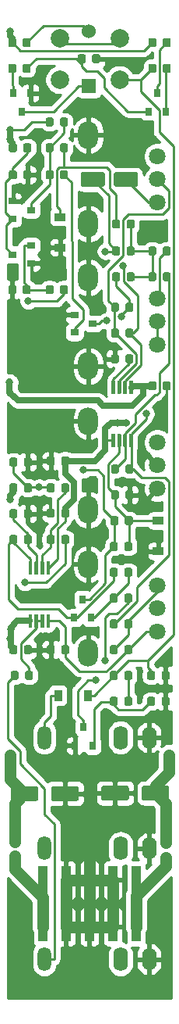
<source format=gbr>
G04 #@! TF.GenerationSoftware,KiCad,Pcbnew,(5.1.5)-3*
G04 #@! TF.CreationDate,2020-07-12T13:51:54+08:00*
G04 #@! TF.ProjectId,Kick-808,4b69636b-2d38-4303-982e-6b696361645f,rev?*
G04 #@! TF.SameCoordinates,Original*
G04 #@! TF.FileFunction,Copper,L2,Bot*
G04 #@! TF.FilePolarity,Positive*
%FSLAX46Y46*%
G04 Gerber Fmt 4.6, Leading zero omitted, Abs format (unit mm)*
G04 Created by KiCad (PCBNEW (5.1.5)-3) date 2020-07-12 13:51:54*
%MOMM*%
%LPD*%
G04 APERTURE LIST*
%ADD10C,0.100000*%
%ADD11R,1.000000X3.150000*%
%ADD12O,1.500000X2.600000*%
%ADD13O,1.600000X2.400000*%
%ADD14O,1.600000X2.600000*%
%ADD15O,2.200000X3.000000*%
%ADD16C,1.800000*%
%ADD17R,1.524000X1.524000*%
%ADD18C,1.524000*%
%ADD19C,2.000000*%
%ADD20R,0.800000X0.900000*%
%ADD21R,0.900000X0.800000*%
%ADD22R,1.200000X0.900000*%
%ADD23R,0.900000X1.200000*%
%ADD24C,1.000000*%
%ADD25C,0.800000*%
%ADD26C,0.250000*%
%ADD27C,0.254000*%
%ADD28C,1.270000*%
%ADD29C,0.635000*%
G04 APERTURE END LIST*
G04 #@! TA.AperFunction,SMDPad,CuDef*
D10*
G36*
X129881691Y-121446053D02*
G01*
X129902926Y-121449203D01*
X129923750Y-121454419D01*
X129943962Y-121461651D01*
X129963368Y-121470830D01*
X129981781Y-121481866D01*
X129999024Y-121494654D01*
X130014930Y-121509070D01*
X130029346Y-121524976D01*
X130042134Y-121542219D01*
X130053170Y-121560632D01*
X130062349Y-121580038D01*
X130069581Y-121600250D01*
X130074797Y-121621074D01*
X130077947Y-121642309D01*
X130079000Y-121663750D01*
X130079000Y-122176250D01*
X130077947Y-122197691D01*
X130074797Y-122218926D01*
X130069581Y-122239750D01*
X130062349Y-122259962D01*
X130053170Y-122279368D01*
X130042134Y-122297781D01*
X130029346Y-122315024D01*
X130014930Y-122330930D01*
X129999024Y-122345346D01*
X129981781Y-122358134D01*
X129963368Y-122369170D01*
X129943962Y-122378349D01*
X129923750Y-122385581D01*
X129902926Y-122390797D01*
X129881691Y-122393947D01*
X129860250Y-122395000D01*
X129422750Y-122395000D01*
X129401309Y-122393947D01*
X129380074Y-122390797D01*
X129359250Y-122385581D01*
X129339038Y-122378349D01*
X129319632Y-122369170D01*
X129301219Y-122358134D01*
X129283976Y-122345346D01*
X129268070Y-122330930D01*
X129253654Y-122315024D01*
X129240866Y-122297781D01*
X129229830Y-122279368D01*
X129220651Y-122259962D01*
X129213419Y-122239750D01*
X129208203Y-122218926D01*
X129205053Y-122197691D01*
X129204000Y-122176250D01*
X129204000Y-121663750D01*
X129205053Y-121642309D01*
X129208203Y-121621074D01*
X129213419Y-121600250D01*
X129220651Y-121580038D01*
X129229830Y-121560632D01*
X129240866Y-121542219D01*
X129253654Y-121524976D01*
X129268070Y-121509070D01*
X129283976Y-121494654D01*
X129301219Y-121481866D01*
X129319632Y-121470830D01*
X129339038Y-121461651D01*
X129359250Y-121454419D01*
X129380074Y-121449203D01*
X129401309Y-121446053D01*
X129422750Y-121445000D01*
X129860250Y-121445000D01*
X129881691Y-121446053D01*
G37*
G04 #@! TD.AperFunction*
G04 #@! TA.AperFunction,SMDPad,CuDef*
G36*
X131456691Y-121446053D02*
G01*
X131477926Y-121449203D01*
X131498750Y-121454419D01*
X131518962Y-121461651D01*
X131538368Y-121470830D01*
X131556781Y-121481866D01*
X131574024Y-121494654D01*
X131589930Y-121509070D01*
X131604346Y-121524976D01*
X131617134Y-121542219D01*
X131628170Y-121560632D01*
X131637349Y-121580038D01*
X131644581Y-121600250D01*
X131649797Y-121621074D01*
X131652947Y-121642309D01*
X131654000Y-121663750D01*
X131654000Y-122176250D01*
X131652947Y-122197691D01*
X131649797Y-122218926D01*
X131644581Y-122239750D01*
X131637349Y-122259962D01*
X131628170Y-122279368D01*
X131617134Y-122297781D01*
X131604346Y-122315024D01*
X131589930Y-122330930D01*
X131574024Y-122345346D01*
X131556781Y-122358134D01*
X131538368Y-122369170D01*
X131518962Y-122378349D01*
X131498750Y-122385581D01*
X131477926Y-122390797D01*
X131456691Y-122393947D01*
X131435250Y-122395000D01*
X130997750Y-122395000D01*
X130976309Y-122393947D01*
X130955074Y-122390797D01*
X130934250Y-122385581D01*
X130914038Y-122378349D01*
X130894632Y-122369170D01*
X130876219Y-122358134D01*
X130858976Y-122345346D01*
X130843070Y-122330930D01*
X130828654Y-122315024D01*
X130815866Y-122297781D01*
X130804830Y-122279368D01*
X130795651Y-122259962D01*
X130788419Y-122239750D01*
X130783203Y-122218926D01*
X130780053Y-122197691D01*
X130779000Y-122176250D01*
X130779000Y-121663750D01*
X130780053Y-121642309D01*
X130783203Y-121621074D01*
X130788419Y-121600250D01*
X130795651Y-121580038D01*
X130804830Y-121560632D01*
X130815866Y-121542219D01*
X130828654Y-121524976D01*
X130843070Y-121509070D01*
X130858976Y-121494654D01*
X130876219Y-121481866D01*
X130894632Y-121470830D01*
X130914038Y-121461651D01*
X130934250Y-121454419D01*
X130955074Y-121449203D01*
X130976309Y-121446053D01*
X130997750Y-121445000D01*
X131435250Y-121445000D01*
X131456691Y-121446053D01*
G37*
G04 #@! TD.AperFunction*
G04 #@! TA.AperFunction,SMDPad,CuDef*
G36*
X131640802Y-87205482D02*
G01*
X131650509Y-87206921D01*
X131660028Y-87209306D01*
X131669268Y-87212612D01*
X131678140Y-87216808D01*
X131686557Y-87221853D01*
X131694439Y-87227699D01*
X131701711Y-87234289D01*
X131708301Y-87241561D01*
X131714147Y-87249443D01*
X131719192Y-87257860D01*
X131723388Y-87266732D01*
X131726694Y-87275972D01*
X131729079Y-87285491D01*
X131730518Y-87295198D01*
X131731000Y-87305000D01*
X131731000Y-88580000D01*
X131730518Y-88589802D01*
X131729079Y-88599509D01*
X131726694Y-88609028D01*
X131723388Y-88618268D01*
X131719192Y-88627140D01*
X131714147Y-88635557D01*
X131708301Y-88643439D01*
X131701711Y-88650711D01*
X131694439Y-88657301D01*
X131686557Y-88663147D01*
X131678140Y-88668192D01*
X131669268Y-88672388D01*
X131660028Y-88675694D01*
X131650509Y-88678079D01*
X131640802Y-88679518D01*
X131631000Y-88680000D01*
X131431000Y-88680000D01*
X131421198Y-88679518D01*
X131411491Y-88678079D01*
X131401972Y-88675694D01*
X131392732Y-88672388D01*
X131383860Y-88668192D01*
X131375443Y-88663147D01*
X131367561Y-88657301D01*
X131360289Y-88650711D01*
X131353699Y-88643439D01*
X131347853Y-88635557D01*
X131342808Y-88627140D01*
X131338612Y-88618268D01*
X131335306Y-88609028D01*
X131332921Y-88599509D01*
X131331482Y-88589802D01*
X131331000Y-88580000D01*
X131331000Y-87305000D01*
X131331482Y-87295198D01*
X131332921Y-87285491D01*
X131335306Y-87275972D01*
X131338612Y-87266732D01*
X131342808Y-87257860D01*
X131347853Y-87249443D01*
X131353699Y-87241561D01*
X131360289Y-87234289D01*
X131367561Y-87227699D01*
X131375443Y-87221853D01*
X131383860Y-87216808D01*
X131392732Y-87212612D01*
X131401972Y-87209306D01*
X131411491Y-87206921D01*
X131421198Y-87205482D01*
X131431000Y-87205000D01*
X131631000Y-87205000D01*
X131640802Y-87205482D01*
G37*
G04 #@! TD.AperFunction*
G04 #@! TA.AperFunction,SMDPad,CuDef*
G36*
X130990802Y-87205482D02*
G01*
X131000509Y-87206921D01*
X131010028Y-87209306D01*
X131019268Y-87212612D01*
X131028140Y-87216808D01*
X131036557Y-87221853D01*
X131044439Y-87227699D01*
X131051711Y-87234289D01*
X131058301Y-87241561D01*
X131064147Y-87249443D01*
X131069192Y-87257860D01*
X131073388Y-87266732D01*
X131076694Y-87275972D01*
X131079079Y-87285491D01*
X131080518Y-87295198D01*
X131081000Y-87305000D01*
X131081000Y-88580000D01*
X131080518Y-88589802D01*
X131079079Y-88599509D01*
X131076694Y-88609028D01*
X131073388Y-88618268D01*
X131069192Y-88627140D01*
X131064147Y-88635557D01*
X131058301Y-88643439D01*
X131051711Y-88650711D01*
X131044439Y-88657301D01*
X131036557Y-88663147D01*
X131028140Y-88668192D01*
X131019268Y-88672388D01*
X131010028Y-88675694D01*
X131000509Y-88678079D01*
X130990802Y-88679518D01*
X130981000Y-88680000D01*
X130781000Y-88680000D01*
X130771198Y-88679518D01*
X130761491Y-88678079D01*
X130751972Y-88675694D01*
X130742732Y-88672388D01*
X130733860Y-88668192D01*
X130725443Y-88663147D01*
X130717561Y-88657301D01*
X130710289Y-88650711D01*
X130703699Y-88643439D01*
X130697853Y-88635557D01*
X130692808Y-88627140D01*
X130688612Y-88618268D01*
X130685306Y-88609028D01*
X130682921Y-88599509D01*
X130681482Y-88589802D01*
X130681000Y-88580000D01*
X130681000Y-87305000D01*
X130681482Y-87295198D01*
X130682921Y-87285491D01*
X130685306Y-87275972D01*
X130688612Y-87266732D01*
X130692808Y-87257860D01*
X130697853Y-87249443D01*
X130703699Y-87241561D01*
X130710289Y-87234289D01*
X130717561Y-87227699D01*
X130725443Y-87221853D01*
X130733860Y-87216808D01*
X130742732Y-87212612D01*
X130751972Y-87209306D01*
X130761491Y-87206921D01*
X130771198Y-87205482D01*
X130781000Y-87205000D01*
X130981000Y-87205000D01*
X130990802Y-87205482D01*
G37*
G04 #@! TD.AperFunction*
G04 #@! TA.AperFunction,SMDPad,CuDef*
G36*
X130340802Y-87205482D02*
G01*
X130350509Y-87206921D01*
X130360028Y-87209306D01*
X130369268Y-87212612D01*
X130378140Y-87216808D01*
X130386557Y-87221853D01*
X130394439Y-87227699D01*
X130401711Y-87234289D01*
X130408301Y-87241561D01*
X130414147Y-87249443D01*
X130419192Y-87257860D01*
X130423388Y-87266732D01*
X130426694Y-87275972D01*
X130429079Y-87285491D01*
X130430518Y-87295198D01*
X130431000Y-87305000D01*
X130431000Y-88580000D01*
X130430518Y-88589802D01*
X130429079Y-88599509D01*
X130426694Y-88609028D01*
X130423388Y-88618268D01*
X130419192Y-88627140D01*
X130414147Y-88635557D01*
X130408301Y-88643439D01*
X130401711Y-88650711D01*
X130394439Y-88657301D01*
X130386557Y-88663147D01*
X130378140Y-88668192D01*
X130369268Y-88672388D01*
X130360028Y-88675694D01*
X130350509Y-88678079D01*
X130340802Y-88679518D01*
X130331000Y-88680000D01*
X130131000Y-88680000D01*
X130121198Y-88679518D01*
X130111491Y-88678079D01*
X130101972Y-88675694D01*
X130092732Y-88672388D01*
X130083860Y-88668192D01*
X130075443Y-88663147D01*
X130067561Y-88657301D01*
X130060289Y-88650711D01*
X130053699Y-88643439D01*
X130047853Y-88635557D01*
X130042808Y-88627140D01*
X130038612Y-88618268D01*
X130035306Y-88609028D01*
X130032921Y-88599509D01*
X130031482Y-88589802D01*
X130031000Y-88580000D01*
X130031000Y-87305000D01*
X130031482Y-87295198D01*
X130032921Y-87285491D01*
X130035306Y-87275972D01*
X130038612Y-87266732D01*
X130042808Y-87257860D01*
X130047853Y-87249443D01*
X130053699Y-87241561D01*
X130060289Y-87234289D01*
X130067561Y-87227699D01*
X130075443Y-87221853D01*
X130083860Y-87216808D01*
X130092732Y-87212612D01*
X130101972Y-87209306D01*
X130111491Y-87206921D01*
X130121198Y-87205482D01*
X130131000Y-87205000D01*
X130331000Y-87205000D01*
X130340802Y-87205482D01*
G37*
G04 #@! TD.AperFunction*
G04 #@! TA.AperFunction,SMDPad,CuDef*
G36*
X129690802Y-87205482D02*
G01*
X129700509Y-87206921D01*
X129710028Y-87209306D01*
X129719268Y-87212612D01*
X129728140Y-87216808D01*
X129736557Y-87221853D01*
X129744439Y-87227699D01*
X129751711Y-87234289D01*
X129758301Y-87241561D01*
X129764147Y-87249443D01*
X129769192Y-87257860D01*
X129773388Y-87266732D01*
X129776694Y-87275972D01*
X129779079Y-87285491D01*
X129780518Y-87295198D01*
X129781000Y-87305000D01*
X129781000Y-88580000D01*
X129780518Y-88589802D01*
X129779079Y-88599509D01*
X129776694Y-88609028D01*
X129773388Y-88618268D01*
X129769192Y-88627140D01*
X129764147Y-88635557D01*
X129758301Y-88643439D01*
X129751711Y-88650711D01*
X129744439Y-88657301D01*
X129736557Y-88663147D01*
X129728140Y-88668192D01*
X129719268Y-88672388D01*
X129710028Y-88675694D01*
X129700509Y-88678079D01*
X129690802Y-88679518D01*
X129681000Y-88680000D01*
X129481000Y-88680000D01*
X129471198Y-88679518D01*
X129461491Y-88678079D01*
X129451972Y-88675694D01*
X129442732Y-88672388D01*
X129433860Y-88668192D01*
X129425443Y-88663147D01*
X129417561Y-88657301D01*
X129410289Y-88650711D01*
X129403699Y-88643439D01*
X129397853Y-88635557D01*
X129392808Y-88627140D01*
X129388612Y-88618268D01*
X129385306Y-88609028D01*
X129382921Y-88599509D01*
X129381482Y-88589802D01*
X129381000Y-88580000D01*
X129381000Y-87305000D01*
X129381482Y-87295198D01*
X129382921Y-87285491D01*
X129385306Y-87275972D01*
X129388612Y-87266732D01*
X129392808Y-87257860D01*
X129397853Y-87249443D01*
X129403699Y-87241561D01*
X129410289Y-87234289D01*
X129417561Y-87227699D01*
X129425443Y-87221853D01*
X129433860Y-87216808D01*
X129442732Y-87212612D01*
X129451972Y-87209306D01*
X129461491Y-87206921D01*
X129471198Y-87205482D01*
X129481000Y-87205000D01*
X129681000Y-87205000D01*
X129690802Y-87205482D01*
G37*
G04 #@! TD.AperFunction*
G04 #@! TA.AperFunction,SMDPad,CuDef*
G36*
X129690802Y-92930482D02*
G01*
X129700509Y-92931921D01*
X129710028Y-92934306D01*
X129719268Y-92937612D01*
X129728140Y-92941808D01*
X129736557Y-92946853D01*
X129744439Y-92952699D01*
X129751711Y-92959289D01*
X129758301Y-92966561D01*
X129764147Y-92974443D01*
X129769192Y-92982860D01*
X129773388Y-92991732D01*
X129776694Y-93000972D01*
X129779079Y-93010491D01*
X129780518Y-93020198D01*
X129781000Y-93030000D01*
X129781000Y-94305000D01*
X129780518Y-94314802D01*
X129779079Y-94324509D01*
X129776694Y-94334028D01*
X129773388Y-94343268D01*
X129769192Y-94352140D01*
X129764147Y-94360557D01*
X129758301Y-94368439D01*
X129751711Y-94375711D01*
X129744439Y-94382301D01*
X129736557Y-94388147D01*
X129728140Y-94393192D01*
X129719268Y-94397388D01*
X129710028Y-94400694D01*
X129700509Y-94403079D01*
X129690802Y-94404518D01*
X129681000Y-94405000D01*
X129481000Y-94405000D01*
X129471198Y-94404518D01*
X129461491Y-94403079D01*
X129451972Y-94400694D01*
X129442732Y-94397388D01*
X129433860Y-94393192D01*
X129425443Y-94388147D01*
X129417561Y-94382301D01*
X129410289Y-94375711D01*
X129403699Y-94368439D01*
X129397853Y-94360557D01*
X129392808Y-94352140D01*
X129388612Y-94343268D01*
X129385306Y-94334028D01*
X129382921Y-94324509D01*
X129381482Y-94314802D01*
X129381000Y-94305000D01*
X129381000Y-93030000D01*
X129381482Y-93020198D01*
X129382921Y-93010491D01*
X129385306Y-93000972D01*
X129388612Y-92991732D01*
X129392808Y-92982860D01*
X129397853Y-92974443D01*
X129403699Y-92966561D01*
X129410289Y-92959289D01*
X129417561Y-92952699D01*
X129425443Y-92946853D01*
X129433860Y-92941808D01*
X129442732Y-92937612D01*
X129451972Y-92934306D01*
X129461491Y-92931921D01*
X129471198Y-92930482D01*
X129481000Y-92930000D01*
X129681000Y-92930000D01*
X129690802Y-92930482D01*
G37*
G04 #@! TD.AperFunction*
G04 #@! TA.AperFunction,SMDPad,CuDef*
G36*
X130340802Y-92930482D02*
G01*
X130350509Y-92931921D01*
X130360028Y-92934306D01*
X130369268Y-92937612D01*
X130378140Y-92941808D01*
X130386557Y-92946853D01*
X130394439Y-92952699D01*
X130401711Y-92959289D01*
X130408301Y-92966561D01*
X130414147Y-92974443D01*
X130419192Y-92982860D01*
X130423388Y-92991732D01*
X130426694Y-93000972D01*
X130429079Y-93010491D01*
X130430518Y-93020198D01*
X130431000Y-93030000D01*
X130431000Y-94305000D01*
X130430518Y-94314802D01*
X130429079Y-94324509D01*
X130426694Y-94334028D01*
X130423388Y-94343268D01*
X130419192Y-94352140D01*
X130414147Y-94360557D01*
X130408301Y-94368439D01*
X130401711Y-94375711D01*
X130394439Y-94382301D01*
X130386557Y-94388147D01*
X130378140Y-94393192D01*
X130369268Y-94397388D01*
X130360028Y-94400694D01*
X130350509Y-94403079D01*
X130340802Y-94404518D01*
X130331000Y-94405000D01*
X130131000Y-94405000D01*
X130121198Y-94404518D01*
X130111491Y-94403079D01*
X130101972Y-94400694D01*
X130092732Y-94397388D01*
X130083860Y-94393192D01*
X130075443Y-94388147D01*
X130067561Y-94382301D01*
X130060289Y-94375711D01*
X130053699Y-94368439D01*
X130047853Y-94360557D01*
X130042808Y-94352140D01*
X130038612Y-94343268D01*
X130035306Y-94334028D01*
X130032921Y-94324509D01*
X130031482Y-94314802D01*
X130031000Y-94305000D01*
X130031000Y-93030000D01*
X130031482Y-93020198D01*
X130032921Y-93010491D01*
X130035306Y-93000972D01*
X130038612Y-92991732D01*
X130042808Y-92982860D01*
X130047853Y-92974443D01*
X130053699Y-92966561D01*
X130060289Y-92959289D01*
X130067561Y-92952699D01*
X130075443Y-92946853D01*
X130083860Y-92941808D01*
X130092732Y-92937612D01*
X130101972Y-92934306D01*
X130111491Y-92931921D01*
X130121198Y-92930482D01*
X130131000Y-92930000D01*
X130331000Y-92930000D01*
X130340802Y-92930482D01*
G37*
G04 #@! TD.AperFunction*
G04 #@! TA.AperFunction,SMDPad,CuDef*
G36*
X130990802Y-92930482D02*
G01*
X131000509Y-92931921D01*
X131010028Y-92934306D01*
X131019268Y-92937612D01*
X131028140Y-92941808D01*
X131036557Y-92946853D01*
X131044439Y-92952699D01*
X131051711Y-92959289D01*
X131058301Y-92966561D01*
X131064147Y-92974443D01*
X131069192Y-92982860D01*
X131073388Y-92991732D01*
X131076694Y-93000972D01*
X131079079Y-93010491D01*
X131080518Y-93020198D01*
X131081000Y-93030000D01*
X131081000Y-94305000D01*
X131080518Y-94314802D01*
X131079079Y-94324509D01*
X131076694Y-94334028D01*
X131073388Y-94343268D01*
X131069192Y-94352140D01*
X131064147Y-94360557D01*
X131058301Y-94368439D01*
X131051711Y-94375711D01*
X131044439Y-94382301D01*
X131036557Y-94388147D01*
X131028140Y-94393192D01*
X131019268Y-94397388D01*
X131010028Y-94400694D01*
X131000509Y-94403079D01*
X130990802Y-94404518D01*
X130981000Y-94405000D01*
X130781000Y-94405000D01*
X130771198Y-94404518D01*
X130761491Y-94403079D01*
X130751972Y-94400694D01*
X130742732Y-94397388D01*
X130733860Y-94393192D01*
X130725443Y-94388147D01*
X130717561Y-94382301D01*
X130710289Y-94375711D01*
X130703699Y-94368439D01*
X130697853Y-94360557D01*
X130692808Y-94352140D01*
X130688612Y-94343268D01*
X130685306Y-94334028D01*
X130682921Y-94324509D01*
X130681482Y-94314802D01*
X130681000Y-94305000D01*
X130681000Y-93030000D01*
X130681482Y-93020198D01*
X130682921Y-93010491D01*
X130685306Y-93000972D01*
X130688612Y-92991732D01*
X130692808Y-92982860D01*
X130697853Y-92974443D01*
X130703699Y-92966561D01*
X130710289Y-92959289D01*
X130717561Y-92952699D01*
X130725443Y-92946853D01*
X130733860Y-92941808D01*
X130742732Y-92937612D01*
X130751972Y-92934306D01*
X130761491Y-92931921D01*
X130771198Y-92930482D01*
X130781000Y-92930000D01*
X130981000Y-92930000D01*
X130990802Y-92930482D01*
G37*
G04 #@! TD.AperFunction*
G04 #@! TA.AperFunction,SMDPad,CuDef*
G36*
X131640802Y-92930482D02*
G01*
X131650509Y-92931921D01*
X131660028Y-92934306D01*
X131669268Y-92937612D01*
X131678140Y-92941808D01*
X131686557Y-92946853D01*
X131694439Y-92952699D01*
X131701711Y-92959289D01*
X131708301Y-92966561D01*
X131714147Y-92974443D01*
X131719192Y-92982860D01*
X131723388Y-92991732D01*
X131726694Y-93000972D01*
X131729079Y-93010491D01*
X131730518Y-93020198D01*
X131731000Y-93030000D01*
X131731000Y-94305000D01*
X131730518Y-94314802D01*
X131729079Y-94324509D01*
X131726694Y-94334028D01*
X131723388Y-94343268D01*
X131719192Y-94352140D01*
X131714147Y-94360557D01*
X131708301Y-94368439D01*
X131701711Y-94375711D01*
X131694439Y-94382301D01*
X131686557Y-94388147D01*
X131678140Y-94393192D01*
X131669268Y-94397388D01*
X131660028Y-94400694D01*
X131650509Y-94403079D01*
X131640802Y-94404518D01*
X131631000Y-94405000D01*
X131431000Y-94405000D01*
X131421198Y-94404518D01*
X131411491Y-94403079D01*
X131401972Y-94400694D01*
X131392732Y-94397388D01*
X131383860Y-94393192D01*
X131375443Y-94388147D01*
X131367561Y-94382301D01*
X131360289Y-94375711D01*
X131353699Y-94368439D01*
X131347853Y-94360557D01*
X131342808Y-94352140D01*
X131338612Y-94343268D01*
X131335306Y-94334028D01*
X131332921Y-94324509D01*
X131331482Y-94314802D01*
X131331000Y-94305000D01*
X131331000Y-93030000D01*
X131331482Y-93020198D01*
X131332921Y-93010491D01*
X131335306Y-93000972D01*
X131338612Y-92991732D01*
X131342808Y-92982860D01*
X131347853Y-92974443D01*
X131353699Y-92966561D01*
X131360289Y-92959289D01*
X131367561Y-92952699D01*
X131375443Y-92946853D01*
X131383860Y-92941808D01*
X131392732Y-92937612D01*
X131401972Y-92934306D01*
X131411491Y-92931921D01*
X131421198Y-92930482D01*
X131431000Y-92930000D01*
X131631000Y-92930000D01*
X131640802Y-92930482D01*
G37*
G04 #@! TD.AperFunction*
G04 #@! TA.AperFunction,SMDPad,CuDef*
G36*
X120673802Y-112488482D02*
G01*
X120683509Y-112489921D01*
X120693028Y-112492306D01*
X120702268Y-112495612D01*
X120711140Y-112499808D01*
X120719557Y-112504853D01*
X120727439Y-112510699D01*
X120734711Y-112517289D01*
X120741301Y-112524561D01*
X120747147Y-112532443D01*
X120752192Y-112540860D01*
X120756388Y-112549732D01*
X120759694Y-112558972D01*
X120762079Y-112568491D01*
X120763518Y-112578198D01*
X120764000Y-112588000D01*
X120764000Y-113863000D01*
X120763518Y-113872802D01*
X120762079Y-113882509D01*
X120759694Y-113892028D01*
X120756388Y-113901268D01*
X120752192Y-113910140D01*
X120747147Y-113918557D01*
X120741301Y-113926439D01*
X120734711Y-113933711D01*
X120727439Y-113940301D01*
X120719557Y-113946147D01*
X120711140Y-113951192D01*
X120702268Y-113955388D01*
X120693028Y-113958694D01*
X120683509Y-113961079D01*
X120673802Y-113962518D01*
X120664000Y-113963000D01*
X120464000Y-113963000D01*
X120454198Y-113962518D01*
X120444491Y-113961079D01*
X120434972Y-113958694D01*
X120425732Y-113955388D01*
X120416860Y-113951192D01*
X120408443Y-113946147D01*
X120400561Y-113940301D01*
X120393289Y-113933711D01*
X120386699Y-113926439D01*
X120380853Y-113918557D01*
X120375808Y-113910140D01*
X120371612Y-113901268D01*
X120368306Y-113892028D01*
X120365921Y-113882509D01*
X120364482Y-113872802D01*
X120364000Y-113863000D01*
X120364000Y-112588000D01*
X120364482Y-112578198D01*
X120365921Y-112568491D01*
X120368306Y-112558972D01*
X120371612Y-112549732D01*
X120375808Y-112540860D01*
X120380853Y-112532443D01*
X120386699Y-112524561D01*
X120393289Y-112517289D01*
X120400561Y-112510699D01*
X120408443Y-112504853D01*
X120416860Y-112499808D01*
X120425732Y-112495612D01*
X120434972Y-112492306D01*
X120444491Y-112489921D01*
X120454198Y-112488482D01*
X120464000Y-112488000D01*
X120664000Y-112488000D01*
X120673802Y-112488482D01*
G37*
G04 #@! TD.AperFunction*
G04 #@! TA.AperFunction,SMDPad,CuDef*
G36*
X121323802Y-112488482D02*
G01*
X121333509Y-112489921D01*
X121343028Y-112492306D01*
X121352268Y-112495612D01*
X121361140Y-112499808D01*
X121369557Y-112504853D01*
X121377439Y-112510699D01*
X121384711Y-112517289D01*
X121391301Y-112524561D01*
X121397147Y-112532443D01*
X121402192Y-112540860D01*
X121406388Y-112549732D01*
X121409694Y-112558972D01*
X121412079Y-112568491D01*
X121413518Y-112578198D01*
X121414000Y-112588000D01*
X121414000Y-113863000D01*
X121413518Y-113872802D01*
X121412079Y-113882509D01*
X121409694Y-113892028D01*
X121406388Y-113901268D01*
X121402192Y-113910140D01*
X121397147Y-113918557D01*
X121391301Y-113926439D01*
X121384711Y-113933711D01*
X121377439Y-113940301D01*
X121369557Y-113946147D01*
X121361140Y-113951192D01*
X121352268Y-113955388D01*
X121343028Y-113958694D01*
X121333509Y-113961079D01*
X121323802Y-113962518D01*
X121314000Y-113963000D01*
X121114000Y-113963000D01*
X121104198Y-113962518D01*
X121094491Y-113961079D01*
X121084972Y-113958694D01*
X121075732Y-113955388D01*
X121066860Y-113951192D01*
X121058443Y-113946147D01*
X121050561Y-113940301D01*
X121043289Y-113933711D01*
X121036699Y-113926439D01*
X121030853Y-113918557D01*
X121025808Y-113910140D01*
X121021612Y-113901268D01*
X121018306Y-113892028D01*
X121015921Y-113882509D01*
X121014482Y-113872802D01*
X121014000Y-113863000D01*
X121014000Y-112588000D01*
X121014482Y-112578198D01*
X121015921Y-112568491D01*
X121018306Y-112558972D01*
X121021612Y-112549732D01*
X121025808Y-112540860D01*
X121030853Y-112532443D01*
X121036699Y-112524561D01*
X121043289Y-112517289D01*
X121050561Y-112510699D01*
X121058443Y-112504853D01*
X121066860Y-112499808D01*
X121075732Y-112495612D01*
X121084972Y-112492306D01*
X121094491Y-112489921D01*
X121104198Y-112488482D01*
X121114000Y-112488000D01*
X121314000Y-112488000D01*
X121323802Y-112488482D01*
G37*
G04 #@! TD.AperFunction*
G04 #@! TA.AperFunction,SMDPad,CuDef*
G36*
X121973802Y-112488482D02*
G01*
X121983509Y-112489921D01*
X121993028Y-112492306D01*
X122002268Y-112495612D01*
X122011140Y-112499808D01*
X122019557Y-112504853D01*
X122027439Y-112510699D01*
X122034711Y-112517289D01*
X122041301Y-112524561D01*
X122047147Y-112532443D01*
X122052192Y-112540860D01*
X122056388Y-112549732D01*
X122059694Y-112558972D01*
X122062079Y-112568491D01*
X122063518Y-112578198D01*
X122064000Y-112588000D01*
X122064000Y-113863000D01*
X122063518Y-113872802D01*
X122062079Y-113882509D01*
X122059694Y-113892028D01*
X122056388Y-113901268D01*
X122052192Y-113910140D01*
X122047147Y-113918557D01*
X122041301Y-113926439D01*
X122034711Y-113933711D01*
X122027439Y-113940301D01*
X122019557Y-113946147D01*
X122011140Y-113951192D01*
X122002268Y-113955388D01*
X121993028Y-113958694D01*
X121983509Y-113961079D01*
X121973802Y-113962518D01*
X121964000Y-113963000D01*
X121764000Y-113963000D01*
X121754198Y-113962518D01*
X121744491Y-113961079D01*
X121734972Y-113958694D01*
X121725732Y-113955388D01*
X121716860Y-113951192D01*
X121708443Y-113946147D01*
X121700561Y-113940301D01*
X121693289Y-113933711D01*
X121686699Y-113926439D01*
X121680853Y-113918557D01*
X121675808Y-113910140D01*
X121671612Y-113901268D01*
X121668306Y-113892028D01*
X121665921Y-113882509D01*
X121664482Y-113872802D01*
X121664000Y-113863000D01*
X121664000Y-112588000D01*
X121664482Y-112578198D01*
X121665921Y-112568491D01*
X121668306Y-112558972D01*
X121671612Y-112549732D01*
X121675808Y-112540860D01*
X121680853Y-112532443D01*
X121686699Y-112524561D01*
X121693289Y-112517289D01*
X121700561Y-112510699D01*
X121708443Y-112504853D01*
X121716860Y-112499808D01*
X121725732Y-112495612D01*
X121734972Y-112492306D01*
X121744491Y-112489921D01*
X121754198Y-112488482D01*
X121764000Y-112488000D01*
X121964000Y-112488000D01*
X121973802Y-112488482D01*
G37*
G04 #@! TD.AperFunction*
G04 #@! TA.AperFunction,SMDPad,CuDef*
G36*
X122623802Y-112488482D02*
G01*
X122633509Y-112489921D01*
X122643028Y-112492306D01*
X122652268Y-112495612D01*
X122661140Y-112499808D01*
X122669557Y-112504853D01*
X122677439Y-112510699D01*
X122684711Y-112517289D01*
X122691301Y-112524561D01*
X122697147Y-112532443D01*
X122702192Y-112540860D01*
X122706388Y-112549732D01*
X122709694Y-112558972D01*
X122712079Y-112568491D01*
X122713518Y-112578198D01*
X122714000Y-112588000D01*
X122714000Y-113863000D01*
X122713518Y-113872802D01*
X122712079Y-113882509D01*
X122709694Y-113892028D01*
X122706388Y-113901268D01*
X122702192Y-113910140D01*
X122697147Y-113918557D01*
X122691301Y-113926439D01*
X122684711Y-113933711D01*
X122677439Y-113940301D01*
X122669557Y-113946147D01*
X122661140Y-113951192D01*
X122652268Y-113955388D01*
X122643028Y-113958694D01*
X122633509Y-113961079D01*
X122623802Y-113962518D01*
X122614000Y-113963000D01*
X122414000Y-113963000D01*
X122404198Y-113962518D01*
X122394491Y-113961079D01*
X122384972Y-113958694D01*
X122375732Y-113955388D01*
X122366860Y-113951192D01*
X122358443Y-113946147D01*
X122350561Y-113940301D01*
X122343289Y-113933711D01*
X122336699Y-113926439D01*
X122330853Y-113918557D01*
X122325808Y-113910140D01*
X122321612Y-113901268D01*
X122318306Y-113892028D01*
X122315921Y-113882509D01*
X122314482Y-113872802D01*
X122314000Y-113863000D01*
X122314000Y-112588000D01*
X122314482Y-112578198D01*
X122315921Y-112568491D01*
X122318306Y-112558972D01*
X122321612Y-112549732D01*
X122325808Y-112540860D01*
X122330853Y-112532443D01*
X122336699Y-112524561D01*
X122343289Y-112517289D01*
X122350561Y-112510699D01*
X122358443Y-112504853D01*
X122366860Y-112499808D01*
X122375732Y-112495612D01*
X122384972Y-112492306D01*
X122394491Y-112489921D01*
X122404198Y-112488482D01*
X122414000Y-112488000D01*
X122614000Y-112488000D01*
X122623802Y-112488482D01*
G37*
G04 #@! TD.AperFunction*
G04 #@! TA.AperFunction,SMDPad,CuDef*
G36*
X122623802Y-106763482D02*
G01*
X122633509Y-106764921D01*
X122643028Y-106767306D01*
X122652268Y-106770612D01*
X122661140Y-106774808D01*
X122669557Y-106779853D01*
X122677439Y-106785699D01*
X122684711Y-106792289D01*
X122691301Y-106799561D01*
X122697147Y-106807443D01*
X122702192Y-106815860D01*
X122706388Y-106824732D01*
X122709694Y-106833972D01*
X122712079Y-106843491D01*
X122713518Y-106853198D01*
X122714000Y-106863000D01*
X122714000Y-108138000D01*
X122713518Y-108147802D01*
X122712079Y-108157509D01*
X122709694Y-108167028D01*
X122706388Y-108176268D01*
X122702192Y-108185140D01*
X122697147Y-108193557D01*
X122691301Y-108201439D01*
X122684711Y-108208711D01*
X122677439Y-108215301D01*
X122669557Y-108221147D01*
X122661140Y-108226192D01*
X122652268Y-108230388D01*
X122643028Y-108233694D01*
X122633509Y-108236079D01*
X122623802Y-108237518D01*
X122614000Y-108238000D01*
X122414000Y-108238000D01*
X122404198Y-108237518D01*
X122394491Y-108236079D01*
X122384972Y-108233694D01*
X122375732Y-108230388D01*
X122366860Y-108226192D01*
X122358443Y-108221147D01*
X122350561Y-108215301D01*
X122343289Y-108208711D01*
X122336699Y-108201439D01*
X122330853Y-108193557D01*
X122325808Y-108185140D01*
X122321612Y-108176268D01*
X122318306Y-108167028D01*
X122315921Y-108157509D01*
X122314482Y-108147802D01*
X122314000Y-108138000D01*
X122314000Y-106863000D01*
X122314482Y-106853198D01*
X122315921Y-106843491D01*
X122318306Y-106833972D01*
X122321612Y-106824732D01*
X122325808Y-106815860D01*
X122330853Y-106807443D01*
X122336699Y-106799561D01*
X122343289Y-106792289D01*
X122350561Y-106785699D01*
X122358443Y-106779853D01*
X122366860Y-106774808D01*
X122375732Y-106770612D01*
X122384972Y-106767306D01*
X122394491Y-106764921D01*
X122404198Y-106763482D01*
X122414000Y-106763000D01*
X122614000Y-106763000D01*
X122623802Y-106763482D01*
G37*
G04 #@! TD.AperFunction*
G04 #@! TA.AperFunction,SMDPad,CuDef*
G36*
X121973802Y-106763482D02*
G01*
X121983509Y-106764921D01*
X121993028Y-106767306D01*
X122002268Y-106770612D01*
X122011140Y-106774808D01*
X122019557Y-106779853D01*
X122027439Y-106785699D01*
X122034711Y-106792289D01*
X122041301Y-106799561D01*
X122047147Y-106807443D01*
X122052192Y-106815860D01*
X122056388Y-106824732D01*
X122059694Y-106833972D01*
X122062079Y-106843491D01*
X122063518Y-106853198D01*
X122064000Y-106863000D01*
X122064000Y-108138000D01*
X122063518Y-108147802D01*
X122062079Y-108157509D01*
X122059694Y-108167028D01*
X122056388Y-108176268D01*
X122052192Y-108185140D01*
X122047147Y-108193557D01*
X122041301Y-108201439D01*
X122034711Y-108208711D01*
X122027439Y-108215301D01*
X122019557Y-108221147D01*
X122011140Y-108226192D01*
X122002268Y-108230388D01*
X121993028Y-108233694D01*
X121983509Y-108236079D01*
X121973802Y-108237518D01*
X121964000Y-108238000D01*
X121764000Y-108238000D01*
X121754198Y-108237518D01*
X121744491Y-108236079D01*
X121734972Y-108233694D01*
X121725732Y-108230388D01*
X121716860Y-108226192D01*
X121708443Y-108221147D01*
X121700561Y-108215301D01*
X121693289Y-108208711D01*
X121686699Y-108201439D01*
X121680853Y-108193557D01*
X121675808Y-108185140D01*
X121671612Y-108176268D01*
X121668306Y-108167028D01*
X121665921Y-108157509D01*
X121664482Y-108147802D01*
X121664000Y-108138000D01*
X121664000Y-106863000D01*
X121664482Y-106853198D01*
X121665921Y-106843491D01*
X121668306Y-106833972D01*
X121671612Y-106824732D01*
X121675808Y-106815860D01*
X121680853Y-106807443D01*
X121686699Y-106799561D01*
X121693289Y-106792289D01*
X121700561Y-106785699D01*
X121708443Y-106779853D01*
X121716860Y-106774808D01*
X121725732Y-106770612D01*
X121734972Y-106767306D01*
X121744491Y-106764921D01*
X121754198Y-106763482D01*
X121764000Y-106763000D01*
X121964000Y-106763000D01*
X121973802Y-106763482D01*
G37*
G04 #@! TD.AperFunction*
G04 #@! TA.AperFunction,SMDPad,CuDef*
G36*
X121323802Y-106763482D02*
G01*
X121333509Y-106764921D01*
X121343028Y-106767306D01*
X121352268Y-106770612D01*
X121361140Y-106774808D01*
X121369557Y-106779853D01*
X121377439Y-106785699D01*
X121384711Y-106792289D01*
X121391301Y-106799561D01*
X121397147Y-106807443D01*
X121402192Y-106815860D01*
X121406388Y-106824732D01*
X121409694Y-106833972D01*
X121412079Y-106843491D01*
X121413518Y-106853198D01*
X121414000Y-106863000D01*
X121414000Y-108138000D01*
X121413518Y-108147802D01*
X121412079Y-108157509D01*
X121409694Y-108167028D01*
X121406388Y-108176268D01*
X121402192Y-108185140D01*
X121397147Y-108193557D01*
X121391301Y-108201439D01*
X121384711Y-108208711D01*
X121377439Y-108215301D01*
X121369557Y-108221147D01*
X121361140Y-108226192D01*
X121352268Y-108230388D01*
X121343028Y-108233694D01*
X121333509Y-108236079D01*
X121323802Y-108237518D01*
X121314000Y-108238000D01*
X121114000Y-108238000D01*
X121104198Y-108237518D01*
X121094491Y-108236079D01*
X121084972Y-108233694D01*
X121075732Y-108230388D01*
X121066860Y-108226192D01*
X121058443Y-108221147D01*
X121050561Y-108215301D01*
X121043289Y-108208711D01*
X121036699Y-108201439D01*
X121030853Y-108193557D01*
X121025808Y-108185140D01*
X121021612Y-108176268D01*
X121018306Y-108167028D01*
X121015921Y-108157509D01*
X121014482Y-108147802D01*
X121014000Y-108138000D01*
X121014000Y-106863000D01*
X121014482Y-106853198D01*
X121015921Y-106843491D01*
X121018306Y-106833972D01*
X121021612Y-106824732D01*
X121025808Y-106815860D01*
X121030853Y-106807443D01*
X121036699Y-106799561D01*
X121043289Y-106792289D01*
X121050561Y-106785699D01*
X121058443Y-106779853D01*
X121066860Y-106774808D01*
X121075732Y-106770612D01*
X121084972Y-106767306D01*
X121094491Y-106764921D01*
X121104198Y-106763482D01*
X121114000Y-106763000D01*
X121314000Y-106763000D01*
X121323802Y-106763482D01*
G37*
G04 #@! TD.AperFunction*
G04 #@! TA.AperFunction,SMDPad,CuDef*
G36*
X120673802Y-106763482D02*
G01*
X120683509Y-106764921D01*
X120693028Y-106767306D01*
X120702268Y-106770612D01*
X120711140Y-106774808D01*
X120719557Y-106779853D01*
X120727439Y-106785699D01*
X120734711Y-106792289D01*
X120741301Y-106799561D01*
X120747147Y-106807443D01*
X120752192Y-106815860D01*
X120756388Y-106824732D01*
X120759694Y-106833972D01*
X120762079Y-106843491D01*
X120763518Y-106853198D01*
X120764000Y-106863000D01*
X120764000Y-108138000D01*
X120763518Y-108147802D01*
X120762079Y-108157509D01*
X120759694Y-108167028D01*
X120756388Y-108176268D01*
X120752192Y-108185140D01*
X120747147Y-108193557D01*
X120741301Y-108201439D01*
X120734711Y-108208711D01*
X120727439Y-108215301D01*
X120719557Y-108221147D01*
X120711140Y-108226192D01*
X120702268Y-108230388D01*
X120693028Y-108233694D01*
X120683509Y-108236079D01*
X120673802Y-108237518D01*
X120664000Y-108238000D01*
X120464000Y-108238000D01*
X120454198Y-108237518D01*
X120444491Y-108236079D01*
X120434972Y-108233694D01*
X120425732Y-108230388D01*
X120416860Y-108226192D01*
X120408443Y-108221147D01*
X120400561Y-108215301D01*
X120393289Y-108208711D01*
X120386699Y-108201439D01*
X120380853Y-108193557D01*
X120375808Y-108185140D01*
X120371612Y-108176268D01*
X120368306Y-108167028D01*
X120365921Y-108157509D01*
X120364482Y-108147802D01*
X120364000Y-108138000D01*
X120364000Y-106863000D01*
X120364482Y-106853198D01*
X120365921Y-106843491D01*
X120368306Y-106833972D01*
X120371612Y-106824732D01*
X120375808Y-106815860D01*
X120380853Y-106807443D01*
X120386699Y-106799561D01*
X120393289Y-106792289D01*
X120400561Y-106785699D01*
X120408443Y-106779853D01*
X120416860Y-106774808D01*
X120425732Y-106770612D01*
X120434972Y-106767306D01*
X120444491Y-106764921D01*
X120454198Y-106763482D01*
X120464000Y-106763000D01*
X120664000Y-106763000D01*
X120673802Y-106763482D01*
G37*
G04 #@! TD.AperFunction*
G04 #@! TA.AperFunction,SMDPad,CuDef*
G36*
X123023691Y-101075253D02*
G01*
X123044926Y-101078403D01*
X123065750Y-101083619D01*
X123085962Y-101090851D01*
X123105368Y-101100030D01*
X123123781Y-101111066D01*
X123141024Y-101123854D01*
X123156930Y-101138270D01*
X123171346Y-101154176D01*
X123184134Y-101171419D01*
X123195170Y-101189832D01*
X123204349Y-101209238D01*
X123211581Y-101229450D01*
X123216797Y-101250274D01*
X123219947Y-101271509D01*
X123221000Y-101292950D01*
X123221000Y-101805450D01*
X123219947Y-101826891D01*
X123216797Y-101848126D01*
X123211581Y-101868950D01*
X123204349Y-101889162D01*
X123195170Y-101908568D01*
X123184134Y-101926981D01*
X123171346Y-101944224D01*
X123156930Y-101960130D01*
X123141024Y-101974546D01*
X123123781Y-101987334D01*
X123105368Y-101998370D01*
X123085962Y-102007549D01*
X123065750Y-102014781D01*
X123044926Y-102019997D01*
X123023691Y-102023147D01*
X123002250Y-102024200D01*
X122564750Y-102024200D01*
X122543309Y-102023147D01*
X122522074Y-102019997D01*
X122501250Y-102014781D01*
X122481038Y-102007549D01*
X122461632Y-101998370D01*
X122443219Y-101987334D01*
X122425976Y-101974546D01*
X122410070Y-101960130D01*
X122395654Y-101944224D01*
X122382866Y-101926981D01*
X122371830Y-101908568D01*
X122362651Y-101889162D01*
X122355419Y-101868950D01*
X122350203Y-101848126D01*
X122347053Y-101826891D01*
X122346000Y-101805450D01*
X122346000Y-101292950D01*
X122347053Y-101271509D01*
X122350203Y-101250274D01*
X122355419Y-101229450D01*
X122362651Y-101209238D01*
X122371830Y-101189832D01*
X122382866Y-101171419D01*
X122395654Y-101154176D01*
X122410070Y-101138270D01*
X122425976Y-101123854D01*
X122443219Y-101111066D01*
X122461632Y-101100030D01*
X122481038Y-101090851D01*
X122501250Y-101083619D01*
X122522074Y-101078403D01*
X122543309Y-101075253D01*
X122564750Y-101074200D01*
X123002250Y-101074200D01*
X123023691Y-101075253D01*
G37*
G04 #@! TD.AperFunction*
G04 #@! TA.AperFunction,SMDPad,CuDef*
G36*
X124598691Y-101075253D02*
G01*
X124619926Y-101078403D01*
X124640750Y-101083619D01*
X124660962Y-101090851D01*
X124680368Y-101100030D01*
X124698781Y-101111066D01*
X124716024Y-101123854D01*
X124731930Y-101138270D01*
X124746346Y-101154176D01*
X124759134Y-101171419D01*
X124770170Y-101189832D01*
X124779349Y-101209238D01*
X124786581Y-101229450D01*
X124791797Y-101250274D01*
X124794947Y-101271509D01*
X124796000Y-101292950D01*
X124796000Y-101805450D01*
X124794947Y-101826891D01*
X124791797Y-101848126D01*
X124786581Y-101868950D01*
X124779349Y-101889162D01*
X124770170Y-101908568D01*
X124759134Y-101926981D01*
X124746346Y-101944224D01*
X124731930Y-101960130D01*
X124716024Y-101974546D01*
X124698781Y-101987334D01*
X124680368Y-101998370D01*
X124660962Y-102007549D01*
X124640750Y-102014781D01*
X124619926Y-102019997D01*
X124598691Y-102023147D01*
X124577250Y-102024200D01*
X124139750Y-102024200D01*
X124118309Y-102023147D01*
X124097074Y-102019997D01*
X124076250Y-102014781D01*
X124056038Y-102007549D01*
X124036632Y-101998370D01*
X124018219Y-101987334D01*
X124000976Y-101974546D01*
X123985070Y-101960130D01*
X123970654Y-101944224D01*
X123957866Y-101926981D01*
X123946830Y-101908568D01*
X123937651Y-101889162D01*
X123930419Y-101868950D01*
X123925203Y-101848126D01*
X123922053Y-101826891D01*
X123921000Y-101805450D01*
X123921000Y-101292950D01*
X123922053Y-101271509D01*
X123925203Y-101250274D01*
X123930419Y-101229450D01*
X123937651Y-101209238D01*
X123946830Y-101189832D01*
X123957866Y-101171419D01*
X123970654Y-101154176D01*
X123985070Y-101138270D01*
X124000976Y-101123854D01*
X124018219Y-101111066D01*
X124036632Y-101100030D01*
X124056038Y-101090851D01*
X124076250Y-101083619D01*
X124097074Y-101078403D01*
X124118309Y-101075253D01*
X124139750Y-101074200D01*
X124577250Y-101074200D01*
X124598691Y-101075253D01*
G37*
G04 #@! TD.AperFunction*
G04 #@! TA.AperFunction,SMDPad,CuDef*
G36*
X118959691Y-115858053D02*
G01*
X118980926Y-115861203D01*
X119001750Y-115866419D01*
X119021962Y-115873651D01*
X119041368Y-115882830D01*
X119059781Y-115893866D01*
X119077024Y-115906654D01*
X119092930Y-115921070D01*
X119107346Y-115936976D01*
X119120134Y-115954219D01*
X119131170Y-115972632D01*
X119140349Y-115992038D01*
X119147581Y-116012250D01*
X119152797Y-116033074D01*
X119155947Y-116054309D01*
X119157000Y-116075750D01*
X119157000Y-116588250D01*
X119155947Y-116609691D01*
X119152797Y-116630926D01*
X119147581Y-116651750D01*
X119140349Y-116671962D01*
X119131170Y-116691368D01*
X119120134Y-116709781D01*
X119107346Y-116727024D01*
X119092930Y-116742930D01*
X119077024Y-116757346D01*
X119059781Y-116770134D01*
X119041368Y-116781170D01*
X119021962Y-116790349D01*
X119001750Y-116797581D01*
X118980926Y-116802797D01*
X118959691Y-116805947D01*
X118938250Y-116807000D01*
X118500750Y-116807000D01*
X118479309Y-116805947D01*
X118458074Y-116802797D01*
X118437250Y-116797581D01*
X118417038Y-116790349D01*
X118397632Y-116781170D01*
X118379219Y-116770134D01*
X118361976Y-116757346D01*
X118346070Y-116742930D01*
X118331654Y-116727024D01*
X118318866Y-116709781D01*
X118307830Y-116691368D01*
X118298651Y-116671962D01*
X118291419Y-116651750D01*
X118286203Y-116630926D01*
X118283053Y-116609691D01*
X118282000Y-116588250D01*
X118282000Y-116075750D01*
X118283053Y-116054309D01*
X118286203Y-116033074D01*
X118291419Y-116012250D01*
X118298651Y-115992038D01*
X118307830Y-115972632D01*
X118318866Y-115954219D01*
X118331654Y-115936976D01*
X118346070Y-115921070D01*
X118361976Y-115906654D01*
X118379219Y-115893866D01*
X118397632Y-115882830D01*
X118417038Y-115873651D01*
X118437250Y-115866419D01*
X118458074Y-115861203D01*
X118479309Y-115858053D01*
X118500750Y-115857000D01*
X118938250Y-115857000D01*
X118959691Y-115858053D01*
G37*
G04 #@! TD.AperFunction*
G04 #@! TA.AperFunction,SMDPad,CuDef*
G36*
X120534691Y-115858053D02*
G01*
X120555926Y-115861203D01*
X120576750Y-115866419D01*
X120596962Y-115873651D01*
X120616368Y-115882830D01*
X120634781Y-115893866D01*
X120652024Y-115906654D01*
X120667930Y-115921070D01*
X120682346Y-115936976D01*
X120695134Y-115954219D01*
X120706170Y-115972632D01*
X120715349Y-115992038D01*
X120722581Y-116012250D01*
X120727797Y-116033074D01*
X120730947Y-116054309D01*
X120732000Y-116075750D01*
X120732000Y-116588250D01*
X120730947Y-116609691D01*
X120727797Y-116630926D01*
X120722581Y-116651750D01*
X120715349Y-116671962D01*
X120706170Y-116691368D01*
X120695134Y-116709781D01*
X120682346Y-116727024D01*
X120667930Y-116742930D01*
X120652024Y-116757346D01*
X120634781Y-116770134D01*
X120616368Y-116781170D01*
X120596962Y-116790349D01*
X120576750Y-116797581D01*
X120555926Y-116802797D01*
X120534691Y-116805947D01*
X120513250Y-116807000D01*
X120075750Y-116807000D01*
X120054309Y-116805947D01*
X120033074Y-116802797D01*
X120012250Y-116797581D01*
X119992038Y-116790349D01*
X119972632Y-116781170D01*
X119954219Y-116770134D01*
X119936976Y-116757346D01*
X119921070Y-116742930D01*
X119906654Y-116727024D01*
X119893866Y-116709781D01*
X119882830Y-116691368D01*
X119873651Y-116671962D01*
X119866419Y-116651750D01*
X119861203Y-116630926D01*
X119858053Y-116609691D01*
X119857000Y-116588250D01*
X119857000Y-116075750D01*
X119858053Y-116054309D01*
X119861203Y-116033074D01*
X119866419Y-116012250D01*
X119873651Y-115992038D01*
X119882830Y-115972632D01*
X119893866Y-115954219D01*
X119906654Y-115936976D01*
X119921070Y-115921070D01*
X119936976Y-115906654D01*
X119954219Y-115893866D01*
X119972632Y-115882830D01*
X119992038Y-115873651D01*
X120012250Y-115866419D01*
X120033074Y-115861203D01*
X120054309Y-115858053D01*
X120075750Y-115857000D01*
X120513250Y-115857000D01*
X120534691Y-115858053D01*
G37*
G04 #@! TD.AperFunction*
D11*
X121920000Y-141303000D03*
X121920000Y-146353000D03*
X124460000Y-141303000D03*
X124460000Y-146353000D03*
X127000000Y-141303000D03*
X127000000Y-146353000D03*
X129540000Y-141303000D03*
X129540000Y-146353000D03*
X132080000Y-141303000D03*
X132080000Y-146353000D03*
D12*
X122080000Y-125857000D03*
D13*
X133480000Y-125857000D03*
D14*
X130380000Y-125857000D03*
D15*
X126873000Y-107087000D03*
D16*
X134373010Y-114387000D03*
X134373010Y-111847000D03*
X134373010Y-109387000D03*
D15*
X126873000Y-116687000D03*
D17*
X126936000Y-55308500D03*
D18*
X126936000Y-49339500D03*
D19*
X130261000Y-50101500D03*
X130261000Y-54601500D03*
X123761000Y-50101500D03*
X123761000Y-54601500D03*
G04 #@! TA.AperFunction,SMDPad,CuDef*
D10*
G36*
X120407691Y-50097453D02*
G01*
X120428926Y-50100603D01*
X120449750Y-50105819D01*
X120469962Y-50113051D01*
X120489368Y-50122230D01*
X120507781Y-50133266D01*
X120525024Y-50146054D01*
X120540930Y-50160470D01*
X120555346Y-50176376D01*
X120568134Y-50193619D01*
X120579170Y-50212032D01*
X120588349Y-50231438D01*
X120595581Y-50251650D01*
X120600797Y-50272474D01*
X120603947Y-50293709D01*
X120605000Y-50315150D01*
X120605000Y-50827650D01*
X120603947Y-50849091D01*
X120600797Y-50870326D01*
X120595581Y-50891150D01*
X120588349Y-50911362D01*
X120579170Y-50930768D01*
X120568134Y-50949181D01*
X120555346Y-50966424D01*
X120540930Y-50982330D01*
X120525024Y-50996746D01*
X120507781Y-51009534D01*
X120489368Y-51020570D01*
X120469962Y-51029749D01*
X120449750Y-51036981D01*
X120428926Y-51042197D01*
X120407691Y-51045347D01*
X120386250Y-51046400D01*
X119948750Y-51046400D01*
X119927309Y-51045347D01*
X119906074Y-51042197D01*
X119885250Y-51036981D01*
X119865038Y-51029749D01*
X119845632Y-51020570D01*
X119827219Y-51009534D01*
X119809976Y-50996746D01*
X119794070Y-50982330D01*
X119779654Y-50966424D01*
X119766866Y-50949181D01*
X119755830Y-50930768D01*
X119746651Y-50911362D01*
X119739419Y-50891150D01*
X119734203Y-50870326D01*
X119731053Y-50849091D01*
X119730000Y-50827650D01*
X119730000Y-50315150D01*
X119731053Y-50293709D01*
X119734203Y-50272474D01*
X119739419Y-50251650D01*
X119746651Y-50231438D01*
X119755830Y-50212032D01*
X119766866Y-50193619D01*
X119779654Y-50176376D01*
X119794070Y-50160470D01*
X119809976Y-50146054D01*
X119827219Y-50133266D01*
X119845632Y-50122230D01*
X119865038Y-50113051D01*
X119885250Y-50105819D01*
X119906074Y-50100603D01*
X119927309Y-50097453D01*
X119948750Y-50096400D01*
X120386250Y-50096400D01*
X120407691Y-50097453D01*
G37*
G04 #@! TD.AperFunction*
G04 #@! TA.AperFunction,SMDPad,CuDef*
G36*
X118832691Y-50097453D02*
G01*
X118853926Y-50100603D01*
X118874750Y-50105819D01*
X118894962Y-50113051D01*
X118914368Y-50122230D01*
X118932781Y-50133266D01*
X118950024Y-50146054D01*
X118965930Y-50160470D01*
X118980346Y-50176376D01*
X118993134Y-50193619D01*
X119004170Y-50212032D01*
X119013349Y-50231438D01*
X119020581Y-50251650D01*
X119025797Y-50272474D01*
X119028947Y-50293709D01*
X119030000Y-50315150D01*
X119030000Y-50827650D01*
X119028947Y-50849091D01*
X119025797Y-50870326D01*
X119020581Y-50891150D01*
X119013349Y-50911362D01*
X119004170Y-50930768D01*
X118993134Y-50949181D01*
X118980346Y-50966424D01*
X118965930Y-50982330D01*
X118950024Y-50996746D01*
X118932781Y-51009534D01*
X118914368Y-51020570D01*
X118894962Y-51029749D01*
X118874750Y-51036981D01*
X118853926Y-51042197D01*
X118832691Y-51045347D01*
X118811250Y-51046400D01*
X118373750Y-51046400D01*
X118352309Y-51045347D01*
X118331074Y-51042197D01*
X118310250Y-51036981D01*
X118290038Y-51029749D01*
X118270632Y-51020570D01*
X118252219Y-51009534D01*
X118234976Y-50996746D01*
X118219070Y-50982330D01*
X118204654Y-50966424D01*
X118191866Y-50949181D01*
X118180830Y-50930768D01*
X118171651Y-50911362D01*
X118164419Y-50891150D01*
X118159203Y-50870326D01*
X118156053Y-50849091D01*
X118155000Y-50827650D01*
X118155000Y-50315150D01*
X118156053Y-50293709D01*
X118159203Y-50272474D01*
X118164419Y-50251650D01*
X118171651Y-50231438D01*
X118180830Y-50212032D01*
X118191866Y-50193619D01*
X118204654Y-50176376D01*
X118219070Y-50160470D01*
X118234976Y-50146054D01*
X118252219Y-50133266D01*
X118270632Y-50122230D01*
X118290038Y-50113051D01*
X118310250Y-50105819D01*
X118331074Y-50100603D01*
X118352309Y-50097453D01*
X118373750Y-50096400D01*
X118811250Y-50096400D01*
X118832691Y-50097453D01*
G37*
G04 #@! TD.AperFunction*
G04 #@! TA.AperFunction,SMDPad,CuDef*
G36*
X120407691Y-52891453D02*
G01*
X120428926Y-52894603D01*
X120449750Y-52899819D01*
X120469962Y-52907051D01*
X120489368Y-52916230D01*
X120507781Y-52927266D01*
X120525024Y-52940054D01*
X120540930Y-52954470D01*
X120555346Y-52970376D01*
X120568134Y-52987619D01*
X120579170Y-53006032D01*
X120588349Y-53025438D01*
X120595581Y-53045650D01*
X120600797Y-53066474D01*
X120603947Y-53087709D01*
X120605000Y-53109150D01*
X120605000Y-53621650D01*
X120603947Y-53643091D01*
X120600797Y-53664326D01*
X120595581Y-53685150D01*
X120588349Y-53705362D01*
X120579170Y-53724768D01*
X120568134Y-53743181D01*
X120555346Y-53760424D01*
X120540930Y-53776330D01*
X120525024Y-53790746D01*
X120507781Y-53803534D01*
X120489368Y-53814570D01*
X120469962Y-53823749D01*
X120449750Y-53830981D01*
X120428926Y-53836197D01*
X120407691Y-53839347D01*
X120386250Y-53840400D01*
X119948750Y-53840400D01*
X119927309Y-53839347D01*
X119906074Y-53836197D01*
X119885250Y-53830981D01*
X119865038Y-53823749D01*
X119845632Y-53814570D01*
X119827219Y-53803534D01*
X119809976Y-53790746D01*
X119794070Y-53776330D01*
X119779654Y-53760424D01*
X119766866Y-53743181D01*
X119755830Y-53724768D01*
X119746651Y-53705362D01*
X119739419Y-53685150D01*
X119734203Y-53664326D01*
X119731053Y-53643091D01*
X119730000Y-53621650D01*
X119730000Y-53109150D01*
X119731053Y-53087709D01*
X119734203Y-53066474D01*
X119739419Y-53045650D01*
X119746651Y-53025438D01*
X119755830Y-53006032D01*
X119766866Y-52987619D01*
X119779654Y-52970376D01*
X119794070Y-52954470D01*
X119809976Y-52940054D01*
X119827219Y-52927266D01*
X119845632Y-52916230D01*
X119865038Y-52907051D01*
X119885250Y-52899819D01*
X119906074Y-52894603D01*
X119927309Y-52891453D01*
X119948750Y-52890400D01*
X120386250Y-52890400D01*
X120407691Y-52891453D01*
G37*
G04 #@! TD.AperFunction*
G04 #@! TA.AperFunction,SMDPad,CuDef*
G36*
X118832691Y-52891453D02*
G01*
X118853926Y-52894603D01*
X118874750Y-52899819D01*
X118894962Y-52907051D01*
X118914368Y-52916230D01*
X118932781Y-52927266D01*
X118950024Y-52940054D01*
X118965930Y-52954470D01*
X118980346Y-52970376D01*
X118993134Y-52987619D01*
X119004170Y-53006032D01*
X119013349Y-53025438D01*
X119020581Y-53045650D01*
X119025797Y-53066474D01*
X119028947Y-53087709D01*
X119030000Y-53109150D01*
X119030000Y-53621650D01*
X119028947Y-53643091D01*
X119025797Y-53664326D01*
X119020581Y-53685150D01*
X119013349Y-53705362D01*
X119004170Y-53724768D01*
X118993134Y-53743181D01*
X118980346Y-53760424D01*
X118965930Y-53776330D01*
X118950024Y-53790746D01*
X118932781Y-53803534D01*
X118914368Y-53814570D01*
X118894962Y-53823749D01*
X118874750Y-53830981D01*
X118853926Y-53836197D01*
X118832691Y-53839347D01*
X118811250Y-53840400D01*
X118373750Y-53840400D01*
X118352309Y-53839347D01*
X118331074Y-53836197D01*
X118310250Y-53830981D01*
X118290038Y-53823749D01*
X118270632Y-53814570D01*
X118252219Y-53803534D01*
X118234976Y-53790746D01*
X118219070Y-53776330D01*
X118204654Y-53760424D01*
X118191866Y-53743181D01*
X118180830Y-53724768D01*
X118171651Y-53705362D01*
X118164419Y-53685150D01*
X118159203Y-53664326D01*
X118156053Y-53643091D01*
X118155000Y-53621650D01*
X118155000Y-53109150D01*
X118156053Y-53087709D01*
X118159203Y-53066474D01*
X118164419Y-53045650D01*
X118171651Y-53025438D01*
X118180830Y-53006032D01*
X118191866Y-52987619D01*
X118204654Y-52970376D01*
X118219070Y-52954470D01*
X118234976Y-52940054D01*
X118252219Y-52927266D01*
X118270632Y-52916230D01*
X118290038Y-52907051D01*
X118310250Y-52899819D01*
X118331074Y-52894603D01*
X118352309Y-52891453D01*
X118373750Y-52890400D01*
X118811250Y-52890400D01*
X118832691Y-52891453D01*
G37*
G04 #@! TD.AperFunction*
G04 #@! TA.AperFunction,SMDPad,CuDef*
G36*
X120661691Y-118652053D02*
G01*
X120682926Y-118655203D01*
X120703750Y-118660419D01*
X120723962Y-118667651D01*
X120743368Y-118676830D01*
X120761781Y-118687866D01*
X120779024Y-118700654D01*
X120794930Y-118715070D01*
X120809346Y-118730976D01*
X120822134Y-118748219D01*
X120833170Y-118766632D01*
X120842349Y-118786038D01*
X120849581Y-118806250D01*
X120854797Y-118827074D01*
X120857947Y-118848309D01*
X120859000Y-118869750D01*
X120859000Y-119382250D01*
X120857947Y-119403691D01*
X120854797Y-119424926D01*
X120849581Y-119445750D01*
X120842349Y-119465962D01*
X120833170Y-119485368D01*
X120822134Y-119503781D01*
X120809346Y-119521024D01*
X120794930Y-119536930D01*
X120779024Y-119551346D01*
X120761781Y-119564134D01*
X120743368Y-119575170D01*
X120723962Y-119584349D01*
X120703750Y-119591581D01*
X120682926Y-119596797D01*
X120661691Y-119599947D01*
X120640250Y-119601000D01*
X120202750Y-119601000D01*
X120181309Y-119599947D01*
X120160074Y-119596797D01*
X120139250Y-119591581D01*
X120119038Y-119584349D01*
X120099632Y-119575170D01*
X120081219Y-119564134D01*
X120063976Y-119551346D01*
X120048070Y-119536930D01*
X120033654Y-119521024D01*
X120020866Y-119503781D01*
X120009830Y-119485368D01*
X120000651Y-119465962D01*
X119993419Y-119445750D01*
X119988203Y-119424926D01*
X119985053Y-119403691D01*
X119984000Y-119382250D01*
X119984000Y-118869750D01*
X119985053Y-118848309D01*
X119988203Y-118827074D01*
X119993419Y-118806250D01*
X120000651Y-118786038D01*
X120009830Y-118766632D01*
X120020866Y-118748219D01*
X120033654Y-118730976D01*
X120048070Y-118715070D01*
X120063976Y-118700654D01*
X120081219Y-118687866D01*
X120099632Y-118676830D01*
X120119038Y-118667651D01*
X120139250Y-118660419D01*
X120160074Y-118655203D01*
X120181309Y-118652053D01*
X120202750Y-118651000D01*
X120640250Y-118651000D01*
X120661691Y-118652053D01*
G37*
G04 #@! TD.AperFunction*
G04 #@! TA.AperFunction,SMDPad,CuDef*
G36*
X119086691Y-118652053D02*
G01*
X119107926Y-118655203D01*
X119128750Y-118660419D01*
X119148962Y-118667651D01*
X119168368Y-118676830D01*
X119186781Y-118687866D01*
X119204024Y-118700654D01*
X119219930Y-118715070D01*
X119234346Y-118730976D01*
X119247134Y-118748219D01*
X119258170Y-118766632D01*
X119267349Y-118786038D01*
X119274581Y-118806250D01*
X119279797Y-118827074D01*
X119282947Y-118848309D01*
X119284000Y-118869750D01*
X119284000Y-119382250D01*
X119282947Y-119403691D01*
X119279797Y-119424926D01*
X119274581Y-119445750D01*
X119267349Y-119465962D01*
X119258170Y-119485368D01*
X119247134Y-119503781D01*
X119234346Y-119521024D01*
X119219930Y-119536930D01*
X119204024Y-119551346D01*
X119186781Y-119564134D01*
X119168368Y-119575170D01*
X119148962Y-119584349D01*
X119128750Y-119591581D01*
X119107926Y-119596797D01*
X119086691Y-119599947D01*
X119065250Y-119601000D01*
X118627750Y-119601000D01*
X118606309Y-119599947D01*
X118585074Y-119596797D01*
X118564250Y-119591581D01*
X118544038Y-119584349D01*
X118524632Y-119575170D01*
X118506219Y-119564134D01*
X118488976Y-119551346D01*
X118473070Y-119536930D01*
X118458654Y-119521024D01*
X118445866Y-119503781D01*
X118434830Y-119485368D01*
X118425651Y-119465962D01*
X118418419Y-119445750D01*
X118413203Y-119424926D01*
X118410053Y-119403691D01*
X118409000Y-119382250D01*
X118409000Y-118869750D01*
X118410053Y-118848309D01*
X118413203Y-118827074D01*
X118418419Y-118806250D01*
X118425651Y-118786038D01*
X118434830Y-118766632D01*
X118445866Y-118748219D01*
X118458654Y-118730976D01*
X118473070Y-118715070D01*
X118488976Y-118700654D01*
X118506219Y-118687866D01*
X118524632Y-118676830D01*
X118544038Y-118667651D01*
X118564250Y-118660419D01*
X118585074Y-118655203D01*
X118606309Y-118652053D01*
X118627750Y-118651000D01*
X119065250Y-118651000D01*
X119086691Y-118652053D01*
G37*
G04 #@! TD.AperFunction*
G04 #@! TA.AperFunction,SMDPad,CuDef*
G36*
X130008691Y-81568053D02*
G01*
X130029926Y-81571203D01*
X130050750Y-81576419D01*
X130070962Y-81583651D01*
X130090368Y-81592830D01*
X130108781Y-81603866D01*
X130126024Y-81616654D01*
X130141930Y-81631070D01*
X130156346Y-81646976D01*
X130169134Y-81664219D01*
X130180170Y-81682632D01*
X130189349Y-81702038D01*
X130196581Y-81722250D01*
X130201797Y-81743074D01*
X130204947Y-81764309D01*
X130206000Y-81785750D01*
X130206000Y-82298250D01*
X130204947Y-82319691D01*
X130201797Y-82340926D01*
X130196581Y-82361750D01*
X130189349Y-82381962D01*
X130180170Y-82401368D01*
X130169134Y-82419781D01*
X130156346Y-82437024D01*
X130141930Y-82452930D01*
X130126024Y-82467346D01*
X130108781Y-82480134D01*
X130090368Y-82491170D01*
X130070962Y-82500349D01*
X130050750Y-82507581D01*
X130029926Y-82512797D01*
X130008691Y-82515947D01*
X129987250Y-82517000D01*
X129549750Y-82517000D01*
X129528309Y-82515947D01*
X129507074Y-82512797D01*
X129486250Y-82507581D01*
X129466038Y-82500349D01*
X129446632Y-82491170D01*
X129428219Y-82480134D01*
X129410976Y-82467346D01*
X129395070Y-82452930D01*
X129380654Y-82437024D01*
X129367866Y-82419781D01*
X129356830Y-82401368D01*
X129347651Y-82381962D01*
X129340419Y-82361750D01*
X129335203Y-82340926D01*
X129332053Y-82319691D01*
X129331000Y-82298250D01*
X129331000Y-81785750D01*
X129332053Y-81764309D01*
X129335203Y-81743074D01*
X129340419Y-81722250D01*
X129347651Y-81702038D01*
X129356830Y-81682632D01*
X129367866Y-81664219D01*
X129380654Y-81646976D01*
X129395070Y-81631070D01*
X129410976Y-81616654D01*
X129428219Y-81603866D01*
X129446632Y-81592830D01*
X129466038Y-81583651D01*
X129486250Y-81576419D01*
X129507074Y-81571203D01*
X129528309Y-81568053D01*
X129549750Y-81567000D01*
X129987250Y-81567000D01*
X130008691Y-81568053D01*
G37*
G04 #@! TD.AperFunction*
G04 #@! TA.AperFunction,SMDPad,CuDef*
G36*
X131583691Y-81568053D02*
G01*
X131604926Y-81571203D01*
X131625750Y-81576419D01*
X131645962Y-81583651D01*
X131665368Y-81592830D01*
X131683781Y-81603866D01*
X131701024Y-81616654D01*
X131716930Y-81631070D01*
X131731346Y-81646976D01*
X131744134Y-81664219D01*
X131755170Y-81682632D01*
X131764349Y-81702038D01*
X131771581Y-81722250D01*
X131776797Y-81743074D01*
X131779947Y-81764309D01*
X131781000Y-81785750D01*
X131781000Y-82298250D01*
X131779947Y-82319691D01*
X131776797Y-82340926D01*
X131771581Y-82361750D01*
X131764349Y-82381962D01*
X131755170Y-82401368D01*
X131744134Y-82419781D01*
X131731346Y-82437024D01*
X131716930Y-82452930D01*
X131701024Y-82467346D01*
X131683781Y-82480134D01*
X131665368Y-82491170D01*
X131645962Y-82500349D01*
X131625750Y-82507581D01*
X131604926Y-82512797D01*
X131583691Y-82515947D01*
X131562250Y-82517000D01*
X131124750Y-82517000D01*
X131103309Y-82515947D01*
X131082074Y-82512797D01*
X131061250Y-82507581D01*
X131041038Y-82500349D01*
X131021632Y-82491170D01*
X131003219Y-82480134D01*
X130985976Y-82467346D01*
X130970070Y-82452930D01*
X130955654Y-82437024D01*
X130942866Y-82419781D01*
X130931830Y-82401368D01*
X130922651Y-82381962D01*
X130915419Y-82361750D01*
X130910203Y-82340926D01*
X130907053Y-82319691D01*
X130906000Y-82298250D01*
X130906000Y-81785750D01*
X130907053Y-81764309D01*
X130910203Y-81743074D01*
X130915419Y-81722250D01*
X130922651Y-81702038D01*
X130931830Y-81682632D01*
X130942866Y-81664219D01*
X130955654Y-81646976D01*
X130970070Y-81631070D01*
X130985976Y-81616654D01*
X131003219Y-81603866D01*
X131021632Y-81592830D01*
X131041038Y-81583651D01*
X131061250Y-81576419D01*
X131082074Y-81571203D01*
X131103309Y-81568053D01*
X131124750Y-81567000D01*
X131562250Y-81567000D01*
X131583691Y-81568053D01*
G37*
G04 #@! TD.AperFunction*
G04 #@! TA.AperFunction,SMDPad,CuDef*
G36*
X135647691Y-50097453D02*
G01*
X135668926Y-50100603D01*
X135689750Y-50105819D01*
X135709962Y-50113051D01*
X135729368Y-50122230D01*
X135747781Y-50133266D01*
X135765024Y-50146054D01*
X135780930Y-50160470D01*
X135795346Y-50176376D01*
X135808134Y-50193619D01*
X135819170Y-50212032D01*
X135828349Y-50231438D01*
X135835581Y-50251650D01*
X135840797Y-50272474D01*
X135843947Y-50293709D01*
X135845000Y-50315150D01*
X135845000Y-50827650D01*
X135843947Y-50849091D01*
X135840797Y-50870326D01*
X135835581Y-50891150D01*
X135828349Y-50911362D01*
X135819170Y-50930768D01*
X135808134Y-50949181D01*
X135795346Y-50966424D01*
X135780930Y-50982330D01*
X135765024Y-50996746D01*
X135747781Y-51009534D01*
X135729368Y-51020570D01*
X135709962Y-51029749D01*
X135689750Y-51036981D01*
X135668926Y-51042197D01*
X135647691Y-51045347D01*
X135626250Y-51046400D01*
X135188750Y-51046400D01*
X135167309Y-51045347D01*
X135146074Y-51042197D01*
X135125250Y-51036981D01*
X135105038Y-51029749D01*
X135085632Y-51020570D01*
X135067219Y-51009534D01*
X135049976Y-50996746D01*
X135034070Y-50982330D01*
X135019654Y-50966424D01*
X135006866Y-50949181D01*
X134995830Y-50930768D01*
X134986651Y-50911362D01*
X134979419Y-50891150D01*
X134974203Y-50870326D01*
X134971053Y-50849091D01*
X134970000Y-50827650D01*
X134970000Y-50315150D01*
X134971053Y-50293709D01*
X134974203Y-50272474D01*
X134979419Y-50251650D01*
X134986651Y-50231438D01*
X134995830Y-50212032D01*
X135006866Y-50193619D01*
X135019654Y-50176376D01*
X135034070Y-50160470D01*
X135049976Y-50146054D01*
X135067219Y-50133266D01*
X135085632Y-50122230D01*
X135105038Y-50113051D01*
X135125250Y-50105819D01*
X135146074Y-50100603D01*
X135167309Y-50097453D01*
X135188750Y-50096400D01*
X135626250Y-50096400D01*
X135647691Y-50097453D01*
G37*
G04 #@! TD.AperFunction*
G04 #@! TA.AperFunction,SMDPad,CuDef*
G36*
X134072691Y-50097453D02*
G01*
X134093926Y-50100603D01*
X134114750Y-50105819D01*
X134134962Y-50113051D01*
X134154368Y-50122230D01*
X134172781Y-50133266D01*
X134190024Y-50146054D01*
X134205930Y-50160470D01*
X134220346Y-50176376D01*
X134233134Y-50193619D01*
X134244170Y-50212032D01*
X134253349Y-50231438D01*
X134260581Y-50251650D01*
X134265797Y-50272474D01*
X134268947Y-50293709D01*
X134270000Y-50315150D01*
X134270000Y-50827650D01*
X134268947Y-50849091D01*
X134265797Y-50870326D01*
X134260581Y-50891150D01*
X134253349Y-50911362D01*
X134244170Y-50930768D01*
X134233134Y-50949181D01*
X134220346Y-50966424D01*
X134205930Y-50982330D01*
X134190024Y-50996746D01*
X134172781Y-51009534D01*
X134154368Y-51020570D01*
X134134962Y-51029749D01*
X134114750Y-51036981D01*
X134093926Y-51042197D01*
X134072691Y-51045347D01*
X134051250Y-51046400D01*
X133613750Y-51046400D01*
X133592309Y-51045347D01*
X133571074Y-51042197D01*
X133550250Y-51036981D01*
X133530038Y-51029749D01*
X133510632Y-51020570D01*
X133492219Y-51009534D01*
X133474976Y-50996746D01*
X133459070Y-50982330D01*
X133444654Y-50966424D01*
X133431866Y-50949181D01*
X133420830Y-50930768D01*
X133411651Y-50911362D01*
X133404419Y-50891150D01*
X133399203Y-50870326D01*
X133396053Y-50849091D01*
X133395000Y-50827650D01*
X133395000Y-50315150D01*
X133396053Y-50293709D01*
X133399203Y-50272474D01*
X133404419Y-50251650D01*
X133411651Y-50231438D01*
X133420830Y-50212032D01*
X133431866Y-50193619D01*
X133444654Y-50176376D01*
X133459070Y-50160470D01*
X133474976Y-50146054D01*
X133492219Y-50133266D01*
X133510632Y-50122230D01*
X133530038Y-50113051D01*
X133550250Y-50105819D01*
X133571074Y-50100603D01*
X133592309Y-50097453D01*
X133613750Y-50096400D01*
X134051250Y-50096400D01*
X134072691Y-50097453D01*
G37*
G04 #@! TD.AperFunction*
G04 #@! TA.AperFunction,SMDPad,CuDef*
G36*
X130008691Y-84362053D02*
G01*
X130029926Y-84365203D01*
X130050750Y-84370419D01*
X130070962Y-84377651D01*
X130090368Y-84386830D01*
X130108781Y-84397866D01*
X130126024Y-84410654D01*
X130141930Y-84425070D01*
X130156346Y-84440976D01*
X130169134Y-84458219D01*
X130180170Y-84476632D01*
X130189349Y-84496038D01*
X130196581Y-84516250D01*
X130201797Y-84537074D01*
X130204947Y-84558309D01*
X130206000Y-84579750D01*
X130206000Y-85092250D01*
X130204947Y-85113691D01*
X130201797Y-85134926D01*
X130196581Y-85155750D01*
X130189349Y-85175962D01*
X130180170Y-85195368D01*
X130169134Y-85213781D01*
X130156346Y-85231024D01*
X130141930Y-85246930D01*
X130126024Y-85261346D01*
X130108781Y-85274134D01*
X130090368Y-85285170D01*
X130070962Y-85294349D01*
X130050750Y-85301581D01*
X130029926Y-85306797D01*
X130008691Y-85309947D01*
X129987250Y-85311000D01*
X129549750Y-85311000D01*
X129528309Y-85309947D01*
X129507074Y-85306797D01*
X129486250Y-85301581D01*
X129466038Y-85294349D01*
X129446632Y-85285170D01*
X129428219Y-85274134D01*
X129410976Y-85261346D01*
X129395070Y-85246930D01*
X129380654Y-85231024D01*
X129367866Y-85213781D01*
X129356830Y-85195368D01*
X129347651Y-85175962D01*
X129340419Y-85155750D01*
X129335203Y-85134926D01*
X129332053Y-85113691D01*
X129331000Y-85092250D01*
X129331000Y-84579750D01*
X129332053Y-84558309D01*
X129335203Y-84537074D01*
X129340419Y-84516250D01*
X129347651Y-84496038D01*
X129356830Y-84476632D01*
X129367866Y-84458219D01*
X129380654Y-84440976D01*
X129395070Y-84425070D01*
X129410976Y-84410654D01*
X129428219Y-84397866D01*
X129446632Y-84386830D01*
X129466038Y-84377651D01*
X129486250Y-84370419D01*
X129507074Y-84365203D01*
X129528309Y-84362053D01*
X129549750Y-84361000D01*
X129987250Y-84361000D01*
X130008691Y-84362053D01*
G37*
G04 #@! TD.AperFunction*
G04 #@! TA.AperFunction,SMDPad,CuDef*
G36*
X131583691Y-84362053D02*
G01*
X131604926Y-84365203D01*
X131625750Y-84370419D01*
X131645962Y-84377651D01*
X131665368Y-84386830D01*
X131683781Y-84397866D01*
X131701024Y-84410654D01*
X131716930Y-84425070D01*
X131731346Y-84440976D01*
X131744134Y-84458219D01*
X131755170Y-84476632D01*
X131764349Y-84496038D01*
X131771581Y-84516250D01*
X131776797Y-84537074D01*
X131779947Y-84558309D01*
X131781000Y-84579750D01*
X131781000Y-85092250D01*
X131779947Y-85113691D01*
X131776797Y-85134926D01*
X131771581Y-85155750D01*
X131764349Y-85175962D01*
X131755170Y-85195368D01*
X131744134Y-85213781D01*
X131731346Y-85231024D01*
X131716930Y-85246930D01*
X131701024Y-85261346D01*
X131683781Y-85274134D01*
X131665368Y-85285170D01*
X131645962Y-85294349D01*
X131625750Y-85301581D01*
X131604926Y-85306797D01*
X131583691Y-85309947D01*
X131562250Y-85311000D01*
X131124750Y-85311000D01*
X131103309Y-85309947D01*
X131082074Y-85306797D01*
X131061250Y-85301581D01*
X131041038Y-85294349D01*
X131021632Y-85285170D01*
X131003219Y-85274134D01*
X130985976Y-85261346D01*
X130970070Y-85246930D01*
X130955654Y-85231024D01*
X130942866Y-85213781D01*
X130931830Y-85195368D01*
X130922651Y-85175962D01*
X130915419Y-85155750D01*
X130910203Y-85134926D01*
X130907053Y-85113691D01*
X130906000Y-85092250D01*
X130906000Y-84579750D01*
X130907053Y-84558309D01*
X130910203Y-84537074D01*
X130915419Y-84516250D01*
X130922651Y-84496038D01*
X130931830Y-84476632D01*
X130942866Y-84458219D01*
X130955654Y-84440976D01*
X130970070Y-84425070D01*
X130985976Y-84410654D01*
X131003219Y-84397866D01*
X131021632Y-84386830D01*
X131041038Y-84377651D01*
X131061250Y-84370419D01*
X131082074Y-84365203D01*
X131103309Y-84362053D01*
X131124750Y-84361000D01*
X131562250Y-84361000D01*
X131583691Y-84362053D01*
G37*
G04 #@! TD.AperFunction*
G04 #@! TA.AperFunction,SMDPad,CuDef*
G36*
X134072691Y-52891453D02*
G01*
X134093926Y-52894603D01*
X134114750Y-52899819D01*
X134134962Y-52907051D01*
X134154368Y-52916230D01*
X134172781Y-52927266D01*
X134190024Y-52940054D01*
X134205930Y-52954470D01*
X134220346Y-52970376D01*
X134233134Y-52987619D01*
X134244170Y-53006032D01*
X134253349Y-53025438D01*
X134260581Y-53045650D01*
X134265797Y-53066474D01*
X134268947Y-53087709D01*
X134270000Y-53109150D01*
X134270000Y-53621650D01*
X134268947Y-53643091D01*
X134265797Y-53664326D01*
X134260581Y-53685150D01*
X134253349Y-53705362D01*
X134244170Y-53724768D01*
X134233134Y-53743181D01*
X134220346Y-53760424D01*
X134205930Y-53776330D01*
X134190024Y-53790746D01*
X134172781Y-53803534D01*
X134154368Y-53814570D01*
X134134962Y-53823749D01*
X134114750Y-53830981D01*
X134093926Y-53836197D01*
X134072691Y-53839347D01*
X134051250Y-53840400D01*
X133613750Y-53840400D01*
X133592309Y-53839347D01*
X133571074Y-53836197D01*
X133550250Y-53830981D01*
X133530038Y-53823749D01*
X133510632Y-53814570D01*
X133492219Y-53803534D01*
X133474976Y-53790746D01*
X133459070Y-53776330D01*
X133444654Y-53760424D01*
X133431866Y-53743181D01*
X133420830Y-53724768D01*
X133411651Y-53705362D01*
X133404419Y-53685150D01*
X133399203Y-53664326D01*
X133396053Y-53643091D01*
X133395000Y-53621650D01*
X133395000Y-53109150D01*
X133396053Y-53087709D01*
X133399203Y-53066474D01*
X133404419Y-53045650D01*
X133411651Y-53025438D01*
X133420830Y-53006032D01*
X133431866Y-52987619D01*
X133444654Y-52970376D01*
X133459070Y-52954470D01*
X133474976Y-52940054D01*
X133492219Y-52927266D01*
X133510632Y-52916230D01*
X133530038Y-52907051D01*
X133550250Y-52899819D01*
X133571074Y-52894603D01*
X133592309Y-52891453D01*
X133613750Y-52890400D01*
X134051250Y-52890400D01*
X134072691Y-52891453D01*
G37*
G04 #@! TD.AperFunction*
G04 #@! TA.AperFunction,SMDPad,CuDef*
G36*
X135647691Y-52891453D02*
G01*
X135668926Y-52894603D01*
X135689750Y-52899819D01*
X135709962Y-52907051D01*
X135729368Y-52916230D01*
X135747781Y-52927266D01*
X135765024Y-52940054D01*
X135780930Y-52954470D01*
X135795346Y-52970376D01*
X135808134Y-52987619D01*
X135819170Y-53006032D01*
X135828349Y-53025438D01*
X135835581Y-53045650D01*
X135840797Y-53066474D01*
X135843947Y-53087709D01*
X135845000Y-53109150D01*
X135845000Y-53621650D01*
X135843947Y-53643091D01*
X135840797Y-53664326D01*
X135835581Y-53685150D01*
X135828349Y-53705362D01*
X135819170Y-53724768D01*
X135808134Y-53743181D01*
X135795346Y-53760424D01*
X135780930Y-53776330D01*
X135765024Y-53790746D01*
X135747781Y-53803534D01*
X135729368Y-53814570D01*
X135709962Y-53823749D01*
X135689750Y-53830981D01*
X135668926Y-53836197D01*
X135647691Y-53839347D01*
X135626250Y-53840400D01*
X135188750Y-53840400D01*
X135167309Y-53839347D01*
X135146074Y-53836197D01*
X135125250Y-53830981D01*
X135105038Y-53823749D01*
X135085632Y-53814570D01*
X135067219Y-53803534D01*
X135049976Y-53790746D01*
X135034070Y-53776330D01*
X135019654Y-53760424D01*
X135006866Y-53743181D01*
X134995830Y-53724768D01*
X134986651Y-53705362D01*
X134979419Y-53685150D01*
X134974203Y-53664326D01*
X134971053Y-53643091D01*
X134970000Y-53621650D01*
X134970000Y-53109150D01*
X134971053Y-53087709D01*
X134974203Y-53066474D01*
X134979419Y-53045650D01*
X134986651Y-53025438D01*
X134995830Y-53006032D01*
X135006866Y-52987619D01*
X135019654Y-52970376D01*
X135034070Y-52954470D01*
X135049976Y-52940054D01*
X135067219Y-52927266D01*
X135085632Y-52916230D01*
X135105038Y-52907051D01*
X135125250Y-52899819D01*
X135146074Y-52894603D01*
X135167309Y-52891453D01*
X135188750Y-52890400D01*
X135626250Y-52890400D01*
X135647691Y-52891453D01*
G37*
G04 #@! TD.AperFunction*
G04 #@! TA.AperFunction,SMDPad,CuDef*
G36*
X131583691Y-78774053D02*
G01*
X131604926Y-78777203D01*
X131625750Y-78782419D01*
X131645962Y-78789651D01*
X131665368Y-78798830D01*
X131683781Y-78809866D01*
X131701024Y-78822654D01*
X131716930Y-78837070D01*
X131731346Y-78852976D01*
X131744134Y-78870219D01*
X131755170Y-78888632D01*
X131764349Y-78908038D01*
X131771581Y-78928250D01*
X131776797Y-78949074D01*
X131779947Y-78970309D01*
X131781000Y-78991750D01*
X131781000Y-79504250D01*
X131779947Y-79525691D01*
X131776797Y-79546926D01*
X131771581Y-79567750D01*
X131764349Y-79587962D01*
X131755170Y-79607368D01*
X131744134Y-79625781D01*
X131731346Y-79643024D01*
X131716930Y-79658930D01*
X131701024Y-79673346D01*
X131683781Y-79686134D01*
X131665368Y-79697170D01*
X131645962Y-79706349D01*
X131625750Y-79713581D01*
X131604926Y-79718797D01*
X131583691Y-79721947D01*
X131562250Y-79723000D01*
X131124750Y-79723000D01*
X131103309Y-79721947D01*
X131082074Y-79718797D01*
X131061250Y-79713581D01*
X131041038Y-79706349D01*
X131021632Y-79697170D01*
X131003219Y-79686134D01*
X130985976Y-79673346D01*
X130970070Y-79658930D01*
X130955654Y-79643024D01*
X130942866Y-79625781D01*
X130931830Y-79607368D01*
X130922651Y-79587962D01*
X130915419Y-79567750D01*
X130910203Y-79546926D01*
X130907053Y-79525691D01*
X130906000Y-79504250D01*
X130906000Y-78991750D01*
X130907053Y-78970309D01*
X130910203Y-78949074D01*
X130915419Y-78928250D01*
X130922651Y-78908038D01*
X130931830Y-78888632D01*
X130942866Y-78870219D01*
X130955654Y-78852976D01*
X130970070Y-78837070D01*
X130985976Y-78822654D01*
X131003219Y-78809866D01*
X131021632Y-78798830D01*
X131041038Y-78789651D01*
X131061250Y-78782419D01*
X131082074Y-78777203D01*
X131103309Y-78774053D01*
X131124750Y-78773000D01*
X131562250Y-78773000D01*
X131583691Y-78774053D01*
G37*
G04 #@! TD.AperFunction*
G04 #@! TA.AperFunction,SMDPad,CuDef*
G36*
X130008691Y-78774053D02*
G01*
X130029926Y-78777203D01*
X130050750Y-78782419D01*
X130070962Y-78789651D01*
X130090368Y-78798830D01*
X130108781Y-78809866D01*
X130126024Y-78822654D01*
X130141930Y-78837070D01*
X130156346Y-78852976D01*
X130169134Y-78870219D01*
X130180170Y-78888632D01*
X130189349Y-78908038D01*
X130196581Y-78928250D01*
X130201797Y-78949074D01*
X130204947Y-78970309D01*
X130206000Y-78991750D01*
X130206000Y-79504250D01*
X130204947Y-79525691D01*
X130201797Y-79546926D01*
X130196581Y-79567750D01*
X130189349Y-79587962D01*
X130180170Y-79607368D01*
X130169134Y-79625781D01*
X130156346Y-79643024D01*
X130141930Y-79658930D01*
X130126024Y-79673346D01*
X130108781Y-79686134D01*
X130090368Y-79697170D01*
X130070962Y-79706349D01*
X130050750Y-79713581D01*
X130029926Y-79718797D01*
X130008691Y-79721947D01*
X129987250Y-79723000D01*
X129549750Y-79723000D01*
X129528309Y-79721947D01*
X129507074Y-79718797D01*
X129486250Y-79713581D01*
X129466038Y-79706349D01*
X129446632Y-79697170D01*
X129428219Y-79686134D01*
X129410976Y-79673346D01*
X129395070Y-79658930D01*
X129380654Y-79643024D01*
X129367866Y-79625781D01*
X129356830Y-79607368D01*
X129347651Y-79587962D01*
X129340419Y-79567750D01*
X129335203Y-79546926D01*
X129332053Y-79525691D01*
X129331000Y-79504250D01*
X129331000Y-78991750D01*
X129332053Y-78970309D01*
X129335203Y-78949074D01*
X129340419Y-78928250D01*
X129347651Y-78908038D01*
X129356830Y-78888632D01*
X129367866Y-78870219D01*
X129380654Y-78852976D01*
X129395070Y-78837070D01*
X129410976Y-78822654D01*
X129428219Y-78809866D01*
X129446632Y-78798830D01*
X129466038Y-78789651D01*
X129486250Y-78782419D01*
X129507074Y-78777203D01*
X129528309Y-78774053D01*
X129549750Y-78773000D01*
X129987250Y-78773000D01*
X130008691Y-78774053D01*
G37*
G04 #@! TD.AperFunction*
G04 #@! TA.AperFunction,SMDPad,CuDef*
G36*
X131710691Y-72678053D02*
G01*
X131731926Y-72681203D01*
X131752750Y-72686419D01*
X131772962Y-72693651D01*
X131792368Y-72702830D01*
X131810781Y-72713866D01*
X131828024Y-72726654D01*
X131843930Y-72741070D01*
X131858346Y-72756976D01*
X131871134Y-72774219D01*
X131882170Y-72792632D01*
X131891349Y-72812038D01*
X131898581Y-72832250D01*
X131903797Y-72853074D01*
X131906947Y-72874309D01*
X131908000Y-72895750D01*
X131908000Y-73408250D01*
X131906947Y-73429691D01*
X131903797Y-73450926D01*
X131898581Y-73471750D01*
X131891349Y-73491962D01*
X131882170Y-73511368D01*
X131871134Y-73529781D01*
X131858346Y-73547024D01*
X131843930Y-73562930D01*
X131828024Y-73577346D01*
X131810781Y-73590134D01*
X131792368Y-73601170D01*
X131772962Y-73610349D01*
X131752750Y-73617581D01*
X131731926Y-73622797D01*
X131710691Y-73625947D01*
X131689250Y-73627000D01*
X131251750Y-73627000D01*
X131230309Y-73625947D01*
X131209074Y-73622797D01*
X131188250Y-73617581D01*
X131168038Y-73610349D01*
X131148632Y-73601170D01*
X131130219Y-73590134D01*
X131112976Y-73577346D01*
X131097070Y-73562930D01*
X131082654Y-73547024D01*
X131069866Y-73529781D01*
X131058830Y-73511368D01*
X131049651Y-73491962D01*
X131042419Y-73471750D01*
X131037203Y-73450926D01*
X131034053Y-73429691D01*
X131033000Y-73408250D01*
X131033000Y-72895750D01*
X131034053Y-72874309D01*
X131037203Y-72853074D01*
X131042419Y-72832250D01*
X131049651Y-72812038D01*
X131058830Y-72792632D01*
X131069866Y-72774219D01*
X131082654Y-72756976D01*
X131097070Y-72741070D01*
X131112976Y-72726654D01*
X131130219Y-72713866D01*
X131148632Y-72702830D01*
X131168038Y-72693651D01*
X131188250Y-72686419D01*
X131209074Y-72681203D01*
X131230309Y-72678053D01*
X131251750Y-72677000D01*
X131689250Y-72677000D01*
X131710691Y-72678053D01*
G37*
G04 #@! TD.AperFunction*
G04 #@! TA.AperFunction,SMDPad,CuDef*
G36*
X130135691Y-72678053D02*
G01*
X130156926Y-72681203D01*
X130177750Y-72686419D01*
X130197962Y-72693651D01*
X130217368Y-72702830D01*
X130235781Y-72713866D01*
X130253024Y-72726654D01*
X130268930Y-72741070D01*
X130283346Y-72756976D01*
X130296134Y-72774219D01*
X130307170Y-72792632D01*
X130316349Y-72812038D01*
X130323581Y-72832250D01*
X130328797Y-72853074D01*
X130331947Y-72874309D01*
X130333000Y-72895750D01*
X130333000Y-73408250D01*
X130331947Y-73429691D01*
X130328797Y-73450926D01*
X130323581Y-73471750D01*
X130316349Y-73491962D01*
X130307170Y-73511368D01*
X130296134Y-73529781D01*
X130283346Y-73547024D01*
X130268930Y-73562930D01*
X130253024Y-73577346D01*
X130235781Y-73590134D01*
X130217368Y-73601170D01*
X130197962Y-73610349D01*
X130177750Y-73617581D01*
X130156926Y-73622797D01*
X130135691Y-73625947D01*
X130114250Y-73627000D01*
X129676750Y-73627000D01*
X129655309Y-73625947D01*
X129634074Y-73622797D01*
X129613250Y-73617581D01*
X129593038Y-73610349D01*
X129573632Y-73601170D01*
X129555219Y-73590134D01*
X129537976Y-73577346D01*
X129522070Y-73562930D01*
X129507654Y-73547024D01*
X129494866Y-73529781D01*
X129483830Y-73511368D01*
X129474651Y-73491962D01*
X129467419Y-73471750D01*
X129462203Y-73450926D01*
X129459053Y-73429691D01*
X129458000Y-73408250D01*
X129458000Y-72895750D01*
X129459053Y-72874309D01*
X129462203Y-72853074D01*
X129467419Y-72832250D01*
X129474651Y-72812038D01*
X129483830Y-72792632D01*
X129494866Y-72774219D01*
X129507654Y-72756976D01*
X129522070Y-72741070D01*
X129537976Y-72726654D01*
X129555219Y-72713866D01*
X129573632Y-72702830D01*
X129593038Y-72693651D01*
X129613250Y-72686419D01*
X129634074Y-72681203D01*
X129655309Y-72678053D01*
X129676750Y-72677000D01*
X130114250Y-72677000D01*
X130135691Y-72678053D01*
G37*
G04 #@! TD.AperFunction*
G04 #@! TA.AperFunction,SMDPad,CuDef*
G36*
X131456691Y-115858053D02*
G01*
X131477926Y-115861203D01*
X131498750Y-115866419D01*
X131518962Y-115873651D01*
X131538368Y-115882830D01*
X131556781Y-115893866D01*
X131574024Y-115906654D01*
X131589930Y-115921070D01*
X131604346Y-115936976D01*
X131617134Y-115954219D01*
X131628170Y-115972632D01*
X131637349Y-115992038D01*
X131644581Y-116012250D01*
X131649797Y-116033074D01*
X131652947Y-116054309D01*
X131654000Y-116075750D01*
X131654000Y-116588250D01*
X131652947Y-116609691D01*
X131649797Y-116630926D01*
X131644581Y-116651750D01*
X131637349Y-116671962D01*
X131628170Y-116691368D01*
X131617134Y-116709781D01*
X131604346Y-116727024D01*
X131589930Y-116742930D01*
X131574024Y-116757346D01*
X131556781Y-116770134D01*
X131538368Y-116781170D01*
X131518962Y-116790349D01*
X131498750Y-116797581D01*
X131477926Y-116802797D01*
X131456691Y-116805947D01*
X131435250Y-116807000D01*
X130997750Y-116807000D01*
X130976309Y-116805947D01*
X130955074Y-116802797D01*
X130934250Y-116797581D01*
X130914038Y-116790349D01*
X130894632Y-116781170D01*
X130876219Y-116770134D01*
X130858976Y-116757346D01*
X130843070Y-116742930D01*
X130828654Y-116727024D01*
X130815866Y-116709781D01*
X130804830Y-116691368D01*
X130795651Y-116671962D01*
X130788419Y-116651750D01*
X130783203Y-116630926D01*
X130780053Y-116609691D01*
X130779000Y-116588250D01*
X130779000Y-116075750D01*
X130780053Y-116054309D01*
X130783203Y-116033074D01*
X130788419Y-116012250D01*
X130795651Y-115992038D01*
X130804830Y-115972632D01*
X130815866Y-115954219D01*
X130828654Y-115936976D01*
X130843070Y-115921070D01*
X130858976Y-115906654D01*
X130876219Y-115893866D01*
X130894632Y-115882830D01*
X130914038Y-115873651D01*
X130934250Y-115866419D01*
X130955074Y-115861203D01*
X130976309Y-115858053D01*
X130997750Y-115857000D01*
X131435250Y-115857000D01*
X131456691Y-115858053D01*
G37*
G04 #@! TD.AperFunction*
G04 #@! TA.AperFunction,SMDPad,CuDef*
G36*
X129881691Y-115858053D02*
G01*
X129902926Y-115861203D01*
X129923750Y-115866419D01*
X129943962Y-115873651D01*
X129963368Y-115882830D01*
X129981781Y-115893866D01*
X129999024Y-115906654D01*
X130014930Y-115921070D01*
X130029346Y-115936976D01*
X130042134Y-115954219D01*
X130053170Y-115972632D01*
X130062349Y-115992038D01*
X130069581Y-116012250D01*
X130074797Y-116033074D01*
X130077947Y-116054309D01*
X130079000Y-116075750D01*
X130079000Y-116588250D01*
X130077947Y-116609691D01*
X130074797Y-116630926D01*
X130069581Y-116651750D01*
X130062349Y-116671962D01*
X130053170Y-116691368D01*
X130042134Y-116709781D01*
X130029346Y-116727024D01*
X130014930Y-116742930D01*
X129999024Y-116757346D01*
X129981781Y-116770134D01*
X129963368Y-116781170D01*
X129943962Y-116790349D01*
X129923750Y-116797581D01*
X129902926Y-116802797D01*
X129881691Y-116805947D01*
X129860250Y-116807000D01*
X129422750Y-116807000D01*
X129401309Y-116805947D01*
X129380074Y-116802797D01*
X129359250Y-116797581D01*
X129339038Y-116790349D01*
X129319632Y-116781170D01*
X129301219Y-116770134D01*
X129283976Y-116757346D01*
X129268070Y-116742930D01*
X129253654Y-116727024D01*
X129240866Y-116709781D01*
X129229830Y-116691368D01*
X129220651Y-116671962D01*
X129213419Y-116651750D01*
X129208203Y-116630926D01*
X129205053Y-116609691D01*
X129204000Y-116588250D01*
X129204000Y-116075750D01*
X129205053Y-116054309D01*
X129208203Y-116033074D01*
X129213419Y-116012250D01*
X129220651Y-115992038D01*
X129229830Y-115972632D01*
X129240866Y-115954219D01*
X129253654Y-115936976D01*
X129268070Y-115921070D01*
X129283976Y-115906654D01*
X129301219Y-115893866D01*
X129319632Y-115882830D01*
X129339038Y-115873651D01*
X129359250Y-115866419D01*
X129380074Y-115861203D01*
X129401309Y-115858053D01*
X129422750Y-115857000D01*
X129860250Y-115857000D01*
X129881691Y-115858053D01*
G37*
G04 #@! TD.AperFunction*
G04 #@! TA.AperFunction,SMDPad,CuDef*
G36*
X131456691Y-113064053D02*
G01*
X131477926Y-113067203D01*
X131498750Y-113072419D01*
X131518962Y-113079651D01*
X131538368Y-113088830D01*
X131556781Y-113099866D01*
X131574024Y-113112654D01*
X131589930Y-113127070D01*
X131604346Y-113142976D01*
X131617134Y-113160219D01*
X131628170Y-113178632D01*
X131637349Y-113198038D01*
X131644581Y-113218250D01*
X131649797Y-113239074D01*
X131652947Y-113260309D01*
X131654000Y-113281750D01*
X131654000Y-113794250D01*
X131652947Y-113815691D01*
X131649797Y-113836926D01*
X131644581Y-113857750D01*
X131637349Y-113877962D01*
X131628170Y-113897368D01*
X131617134Y-113915781D01*
X131604346Y-113933024D01*
X131589930Y-113948930D01*
X131574024Y-113963346D01*
X131556781Y-113976134D01*
X131538368Y-113987170D01*
X131518962Y-113996349D01*
X131498750Y-114003581D01*
X131477926Y-114008797D01*
X131456691Y-114011947D01*
X131435250Y-114013000D01*
X130997750Y-114013000D01*
X130976309Y-114011947D01*
X130955074Y-114008797D01*
X130934250Y-114003581D01*
X130914038Y-113996349D01*
X130894632Y-113987170D01*
X130876219Y-113976134D01*
X130858976Y-113963346D01*
X130843070Y-113948930D01*
X130828654Y-113933024D01*
X130815866Y-113915781D01*
X130804830Y-113897368D01*
X130795651Y-113877962D01*
X130788419Y-113857750D01*
X130783203Y-113836926D01*
X130780053Y-113815691D01*
X130779000Y-113794250D01*
X130779000Y-113281750D01*
X130780053Y-113260309D01*
X130783203Y-113239074D01*
X130788419Y-113218250D01*
X130795651Y-113198038D01*
X130804830Y-113178632D01*
X130815866Y-113160219D01*
X130828654Y-113142976D01*
X130843070Y-113127070D01*
X130858976Y-113112654D01*
X130876219Y-113099866D01*
X130894632Y-113088830D01*
X130914038Y-113079651D01*
X130934250Y-113072419D01*
X130955074Y-113067203D01*
X130976309Y-113064053D01*
X130997750Y-113063000D01*
X131435250Y-113063000D01*
X131456691Y-113064053D01*
G37*
G04 #@! TD.AperFunction*
G04 #@! TA.AperFunction,SMDPad,CuDef*
G36*
X129881691Y-113064053D02*
G01*
X129902926Y-113067203D01*
X129923750Y-113072419D01*
X129943962Y-113079651D01*
X129963368Y-113088830D01*
X129981781Y-113099866D01*
X129999024Y-113112654D01*
X130014930Y-113127070D01*
X130029346Y-113142976D01*
X130042134Y-113160219D01*
X130053170Y-113178632D01*
X130062349Y-113198038D01*
X130069581Y-113218250D01*
X130074797Y-113239074D01*
X130077947Y-113260309D01*
X130079000Y-113281750D01*
X130079000Y-113794250D01*
X130077947Y-113815691D01*
X130074797Y-113836926D01*
X130069581Y-113857750D01*
X130062349Y-113877962D01*
X130053170Y-113897368D01*
X130042134Y-113915781D01*
X130029346Y-113933024D01*
X130014930Y-113948930D01*
X129999024Y-113963346D01*
X129981781Y-113976134D01*
X129963368Y-113987170D01*
X129943962Y-113996349D01*
X129923750Y-114003581D01*
X129902926Y-114008797D01*
X129881691Y-114011947D01*
X129860250Y-114013000D01*
X129422750Y-114013000D01*
X129401309Y-114011947D01*
X129380074Y-114008797D01*
X129359250Y-114003581D01*
X129339038Y-113996349D01*
X129319632Y-113987170D01*
X129301219Y-113976134D01*
X129283976Y-113963346D01*
X129268070Y-113948930D01*
X129253654Y-113933024D01*
X129240866Y-113915781D01*
X129229830Y-113897368D01*
X129220651Y-113877962D01*
X129213419Y-113857750D01*
X129208203Y-113836926D01*
X129205053Y-113815691D01*
X129204000Y-113794250D01*
X129204000Y-113281750D01*
X129205053Y-113260309D01*
X129208203Y-113239074D01*
X129213419Y-113218250D01*
X129220651Y-113198038D01*
X129229830Y-113178632D01*
X129240866Y-113160219D01*
X129253654Y-113142976D01*
X129268070Y-113127070D01*
X129283976Y-113112654D01*
X129301219Y-113099866D01*
X129319632Y-113088830D01*
X129339038Y-113079651D01*
X129359250Y-113072419D01*
X129380074Y-113067203D01*
X129401309Y-113064053D01*
X129422750Y-113063000D01*
X129860250Y-113063000D01*
X129881691Y-113064053D01*
G37*
G04 #@! TD.AperFunction*
G04 #@! TA.AperFunction,SMDPad,CuDef*
G36*
X135647691Y-72678053D02*
G01*
X135668926Y-72681203D01*
X135689750Y-72686419D01*
X135709962Y-72693651D01*
X135729368Y-72702830D01*
X135747781Y-72713866D01*
X135765024Y-72726654D01*
X135780930Y-72741070D01*
X135795346Y-72756976D01*
X135808134Y-72774219D01*
X135819170Y-72792632D01*
X135828349Y-72812038D01*
X135835581Y-72832250D01*
X135840797Y-72853074D01*
X135843947Y-72874309D01*
X135845000Y-72895750D01*
X135845000Y-73408250D01*
X135843947Y-73429691D01*
X135840797Y-73450926D01*
X135835581Y-73471750D01*
X135828349Y-73491962D01*
X135819170Y-73511368D01*
X135808134Y-73529781D01*
X135795346Y-73547024D01*
X135780930Y-73562930D01*
X135765024Y-73577346D01*
X135747781Y-73590134D01*
X135729368Y-73601170D01*
X135709962Y-73610349D01*
X135689750Y-73617581D01*
X135668926Y-73622797D01*
X135647691Y-73625947D01*
X135626250Y-73627000D01*
X135188750Y-73627000D01*
X135167309Y-73625947D01*
X135146074Y-73622797D01*
X135125250Y-73617581D01*
X135105038Y-73610349D01*
X135085632Y-73601170D01*
X135067219Y-73590134D01*
X135049976Y-73577346D01*
X135034070Y-73562930D01*
X135019654Y-73547024D01*
X135006866Y-73529781D01*
X134995830Y-73511368D01*
X134986651Y-73491962D01*
X134979419Y-73471750D01*
X134974203Y-73450926D01*
X134971053Y-73429691D01*
X134970000Y-73408250D01*
X134970000Y-72895750D01*
X134971053Y-72874309D01*
X134974203Y-72853074D01*
X134979419Y-72832250D01*
X134986651Y-72812038D01*
X134995830Y-72792632D01*
X135006866Y-72774219D01*
X135019654Y-72756976D01*
X135034070Y-72741070D01*
X135049976Y-72726654D01*
X135067219Y-72713866D01*
X135085632Y-72702830D01*
X135105038Y-72693651D01*
X135125250Y-72686419D01*
X135146074Y-72681203D01*
X135167309Y-72678053D01*
X135188750Y-72677000D01*
X135626250Y-72677000D01*
X135647691Y-72678053D01*
G37*
G04 #@! TD.AperFunction*
G04 #@! TA.AperFunction,SMDPad,CuDef*
G36*
X134072691Y-72678053D02*
G01*
X134093926Y-72681203D01*
X134114750Y-72686419D01*
X134134962Y-72693651D01*
X134154368Y-72702830D01*
X134172781Y-72713866D01*
X134190024Y-72726654D01*
X134205930Y-72741070D01*
X134220346Y-72756976D01*
X134233134Y-72774219D01*
X134244170Y-72792632D01*
X134253349Y-72812038D01*
X134260581Y-72832250D01*
X134265797Y-72853074D01*
X134268947Y-72874309D01*
X134270000Y-72895750D01*
X134270000Y-73408250D01*
X134268947Y-73429691D01*
X134265797Y-73450926D01*
X134260581Y-73471750D01*
X134253349Y-73491962D01*
X134244170Y-73511368D01*
X134233134Y-73529781D01*
X134220346Y-73547024D01*
X134205930Y-73562930D01*
X134190024Y-73577346D01*
X134172781Y-73590134D01*
X134154368Y-73601170D01*
X134134962Y-73610349D01*
X134114750Y-73617581D01*
X134093926Y-73622797D01*
X134072691Y-73625947D01*
X134051250Y-73627000D01*
X133613750Y-73627000D01*
X133592309Y-73625947D01*
X133571074Y-73622797D01*
X133550250Y-73617581D01*
X133530038Y-73610349D01*
X133510632Y-73601170D01*
X133492219Y-73590134D01*
X133474976Y-73577346D01*
X133459070Y-73562930D01*
X133444654Y-73547024D01*
X133431866Y-73529781D01*
X133420830Y-73511368D01*
X133411651Y-73491962D01*
X133404419Y-73471750D01*
X133399203Y-73450926D01*
X133396053Y-73429691D01*
X133395000Y-73408250D01*
X133395000Y-72895750D01*
X133396053Y-72874309D01*
X133399203Y-72853074D01*
X133404419Y-72832250D01*
X133411651Y-72812038D01*
X133420830Y-72792632D01*
X133431866Y-72774219D01*
X133444654Y-72756976D01*
X133459070Y-72741070D01*
X133474976Y-72726654D01*
X133492219Y-72713866D01*
X133510632Y-72702830D01*
X133530038Y-72693651D01*
X133550250Y-72686419D01*
X133571074Y-72681203D01*
X133592309Y-72678053D01*
X133613750Y-72677000D01*
X134051250Y-72677000D01*
X134072691Y-72678053D01*
G37*
G04 #@! TD.AperFunction*
G04 #@! TA.AperFunction,SMDPad,CuDef*
G36*
X130008691Y-96300053D02*
G01*
X130029926Y-96303203D01*
X130050750Y-96308419D01*
X130070962Y-96315651D01*
X130090368Y-96324830D01*
X130108781Y-96335866D01*
X130126024Y-96348654D01*
X130141930Y-96363070D01*
X130156346Y-96378976D01*
X130169134Y-96396219D01*
X130180170Y-96414632D01*
X130189349Y-96434038D01*
X130196581Y-96454250D01*
X130201797Y-96475074D01*
X130204947Y-96496309D01*
X130206000Y-96517750D01*
X130206000Y-97030250D01*
X130204947Y-97051691D01*
X130201797Y-97072926D01*
X130196581Y-97093750D01*
X130189349Y-97113962D01*
X130180170Y-97133368D01*
X130169134Y-97151781D01*
X130156346Y-97169024D01*
X130141930Y-97184930D01*
X130126024Y-97199346D01*
X130108781Y-97212134D01*
X130090368Y-97223170D01*
X130070962Y-97232349D01*
X130050750Y-97239581D01*
X130029926Y-97244797D01*
X130008691Y-97247947D01*
X129987250Y-97249000D01*
X129549750Y-97249000D01*
X129528309Y-97247947D01*
X129507074Y-97244797D01*
X129486250Y-97239581D01*
X129466038Y-97232349D01*
X129446632Y-97223170D01*
X129428219Y-97212134D01*
X129410976Y-97199346D01*
X129395070Y-97184930D01*
X129380654Y-97169024D01*
X129367866Y-97151781D01*
X129356830Y-97133368D01*
X129347651Y-97113962D01*
X129340419Y-97093750D01*
X129335203Y-97072926D01*
X129332053Y-97051691D01*
X129331000Y-97030250D01*
X129331000Y-96517750D01*
X129332053Y-96496309D01*
X129335203Y-96475074D01*
X129340419Y-96454250D01*
X129347651Y-96434038D01*
X129356830Y-96414632D01*
X129367866Y-96396219D01*
X129380654Y-96378976D01*
X129395070Y-96363070D01*
X129410976Y-96348654D01*
X129428219Y-96335866D01*
X129446632Y-96324830D01*
X129466038Y-96315651D01*
X129486250Y-96308419D01*
X129507074Y-96303203D01*
X129528309Y-96300053D01*
X129549750Y-96299000D01*
X129987250Y-96299000D01*
X130008691Y-96300053D01*
G37*
G04 #@! TD.AperFunction*
G04 #@! TA.AperFunction,SMDPad,CuDef*
G36*
X131583691Y-96300053D02*
G01*
X131604926Y-96303203D01*
X131625750Y-96308419D01*
X131645962Y-96315651D01*
X131665368Y-96324830D01*
X131683781Y-96335866D01*
X131701024Y-96348654D01*
X131716930Y-96363070D01*
X131731346Y-96378976D01*
X131744134Y-96396219D01*
X131755170Y-96414632D01*
X131764349Y-96434038D01*
X131771581Y-96454250D01*
X131776797Y-96475074D01*
X131779947Y-96496309D01*
X131781000Y-96517750D01*
X131781000Y-97030250D01*
X131779947Y-97051691D01*
X131776797Y-97072926D01*
X131771581Y-97093750D01*
X131764349Y-97113962D01*
X131755170Y-97133368D01*
X131744134Y-97151781D01*
X131731346Y-97169024D01*
X131716930Y-97184930D01*
X131701024Y-97199346D01*
X131683781Y-97212134D01*
X131665368Y-97223170D01*
X131645962Y-97232349D01*
X131625750Y-97239581D01*
X131604926Y-97244797D01*
X131583691Y-97247947D01*
X131562250Y-97249000D01*
X131124750Y-97249000D01*
X131103309Y-97247947D01*
X131082074Y-97244797D01*
X131061250Y-97239581D01*
X131041038Y-97232349D01*
X131021632Y-97223170D01*
X131003219Y-97212134D01*
X130985976Y-97199346D01*
X130970070Y-97184930D01*
X130955654Y-97169024D01*
X130942866Y-97151781D01*
X130931830Y-97133368D01*
X130922651Y-97113962D01*
X130915419Y-97093750D01*
X130910203Y-97072926D01*
X130907053Y-97051691D01*
X130906000Y-97030250D01*
X130906000Y-96517750D01*
X130907053Y-96496309D01*
X130910203Y-96475074D01*
X130915419Y-96454250D01*
X130922651Y-96434038D01*
X130931830Y-96414632D01*
X130942866Y-96396219D01*
X130955654Y-96378976D01*
X130970070Y-96363070D01*
X130985976Y-96348654D01*
X131003219Y-96335866D01*
X131021632Y-96324830D01*
X131041038Y-96315651D01*
X131061250Y-96308419D01*
X131082074Y-96303203D01*
X131103309Y-96300053D01*
X131124750Y-96299000D01*
X131562250Y-96299000D01*
X131583691Y-96300053D01*
G37*
G04 #@! TD.AperFunction*
G04 #@! TA.AperFunction,SMDPad,CuDef*
G36*
X130135691Y-69757053D02*
G01*
X130156926Y-69760203D01*
X130177750Y-69765419D01*
X130197962Y-69772651D01*
X130217368Y-69781830D01*
X130235781Y-69792866D01*
X130253024Y-69805654D01*
X130268930Y-69820070D01*
X130283346Y-69835976D01*
X130296134Y-69853219D01*
X130307170Y-69871632D01*
X130316349Y-69891038D01*
X130323581Y-69911250D01*
X130328797Y-69932074D01*
X130331947Y-69953309D01*
X130333000Y-69974750D01*
X130333000Y-70487250D01*
X130331947Y-70508691D01*
X130328797Y-70529926D01*
X130323581Y-70550750D01*
X130316349Y-70570962D01*
X130307170Y-70590368D01*
X130296134Y-70608781D01*
X130283346Y-70626024D01*
X130268930Y-70641930D01*
X130253024Y-70656346D01*
X130235781Y-70669134D01*
X130217368Y-70680170D01*
X130197962Y-70689349D01*
X130177750Y-70696581D01*
X130156926Y-70701797D01*
X130135691Y-70704947D01*
X130114250Y-70706000D01*
X129676750Y-70706000D01*
X129655309Y-70704947D01*
X129634074Y-70701797D01*
X129613250Y-70696581D01*
X129593038Y-70689349D01*
X129573632Y-70680170D01*
X129555219Y-70669134D01*
X129537976Y-70656346D01*
X129522070Y-70641930D01*
X129507654Y-70626024D01*
X129494866Y-70608781D01*
X129483830Y-70590368D01*
X129474651Y-70570962D01*
X129467419Y-70550750D01*
X129462203Y-70529926D01*
X129459053Y-70508691D01*
X129458000Y-70487250D01*
X129458000Y-69974750D01*
X129459053Y-69953309D01*
X129462203Y-69932074D01*
X129467419Y-69911250D01*
X129474651Y-69891038D01*
X129483830Y-69871632D01*
X129494866Y-69853219D01*
X129507654Y-69835976D01*
X129522070Y-69820070D01*
X129537976Y-69805654D01*
X129555219Y-69792866D01*
X129573632Y-69781830D01*
X129593038Y-69772651D01*
X129613250Y-69765419D01*
X129634074Y-69760203D01*
X129655309Y-69757053D01*
X129676750Y-69756000D01*
X130114250Y-69756000D01*
X130135691Y-69757053D01*
G37*
G04 #@! TD.AperFunction*
G04 #@! TA.AperFunction,SMDPad,CuDef*
G36*
X131710691Y-69757053D02*
G01*
X131731926Y-69760203D01*
X131752750Y-69765419D01*
X131772962Y-69772651D01*
X131792368Y-69781830D01*
X131810781Y-69792866D01*
X131828024Y-69805654D01*
X131843930Y-69820070D01*
X131858346Y-69835976D01*
X131871134Y-69853219D01*
X131882170Y-69871632D01*
X131891349Y-69891038D01*
X131898581Y-69911250D01*
X131903797Y-69932074D01*
X131906947Y-69953309D01*
X131908000Y-69974750D01*
X131908000Y-70487250D01*
X131906947Y-70508691D01*
X131903797Y-70529926D01*
X131898581Y-70550750D01*
X131891349Y-70570962D01*
X131882170Y-70590368D01*
X131871134Y-70608781D01*
X131858346Y-70626024D01*
X131843930Y-70641930D01*
X131828024Y-70656346D01*
X131810781Y-70669134D01*
X131792368Y-70680170D01*
X131772962Y-70689349D01*
X131752750Y-70696581D01*
X131731926Y-70701797D01*
X131710691Y-70704947D01*
X131689250Y-70706000D01*
X131251750Y-70706000D01*
X131230309Y-70704947D01*
X131209074Y-70701797D01*
X131188250Y-70696581D01*
X131168038Y-70689349D01*
X131148632Y-70680170D01*
X131130219Y-70669134D01*
X131112976Y-70656346D01*
X131097070Y-70641930D01*
X131082654Y-70626024D01*
X131069866Y-70608781D01*
X131058830Y-70590368D01*
X131049651Y-70570962D01*
X131042419Y-70550750D01*
X131037203Y-70529926D01*
X131034053Y-70508691D01*
X131033000Y-70487250D01*
X131033000Y-69974750D01*
X131034053Y-69953309D01*
X131037203Y-69932074D01*
X131042419Y-69911250D01*
X131049651Y-69891038D01*
X131058830Y-69871632D01*
X131069866Y-69853219D01*
X131082654Y-69835976D01*
X131097070Y-69820070D01*
X131112976Y-69805654D01*
X131130219Y-69792866D01*
X131148632Y-69781830D01*
X131168038Y-69772651D01*
X131188250Y-69765419D01*
X131209074Y-69760203D01*
X131230309Y-69757053D01*
X131251750Y-69756000D01*
X131689250Y-69756000D01*
X131710691Y-69757053D01*
G37*
G04 #@! TD.AperFunction*
G04 #@! TA.AperFunction,SMDPad,CuDef*
G36*
X122896691Y-64423053D02*
G01*
X122917926Y-64426203D01*
X122938750Y-64431419D01*
X122958962Y-64438651D01*
X122978368Y-64447830D01*
X122996781Y-64458866D01*
X123014024Y-64471654D01*
X123029930Y-64486070D01*
X123044346Y-64501976D01*
X123057134Y-64519219D01*
X123068170Y-64537632D01*
X123077349Y-64557038D01*
X123084581Y-64577250D01*
X123089797Y-64598074D01*
X123092947Y-64619309D01*
X123094000Y-64640750D01*
X123094000Y-65153250D01*
X123092947Y-65174691D01*
X123089797Y-65195926D01*
X123084581Y-65216750D01*
X123077349Y-65236962D01*
X123068170Y-65256368D01*
X123057134Y-65274781D01*
X123044346Y-65292024D01*
X123029930Y-65307930D01*
X123014024Y-65322346D01*
X122996781Y-65335134D01*
X122978368Y-65346170D01*
X122958962Y-65355349D01*
X122938750Y-65362581D01*
X122917926Y-65367797D01*
X122896691Y-65370947D01*
X122875250Y-65372000D01*
X122437750Y-65372000D01*
X122416309Y-65370947D01*
X122395074Y-65367797D01*
X122374250Y-65362581D01*
X122354038Y-65355349D01*
X122334632Y-65346170D01*
X122316219Y-65335134D01*
X122298976Y-65322346D01*
X122283070Y-65307930D01*
X122268654Y-65292024D01*
X122255866Y-65274781D01*
X122244830Y-65256368D01*
X122235651Y-65236962D01*
X122228419Y-65216750D01*
X122223203Y-65195926D01*
X122220053Y-65174691D01*
X122219000Y-65153250D01*
X122219000Y-64640750D01*
X122220053Y-64619309D01*
X122223203Y-64598074D01*
X122228419Y-64577250D01*
X122235651Y-64557038D01*
X122244830Y-64537632D01*
X122255866Y-64519219D01*
X122268654Y-64501976D01*
X122283070Y-64486070D01*
X122298976Y-64471654D01*
X122316219Y-64458866D01*
X122334632Y-64447830D01*
X122354038Y-64438651D01*
X122374250Y-64431419D01*
X122395074Y-64426203D01*
X122416309Y-64423053D01*
X122437750Y-64422000D01*
X122875250Y-64422000D01*
X122896691Y-64423053D01*
G37*
G04 #@! TD.AperFunction*
G04 #@! TA.AperFunction,SMDPad,CuDef*
G36*
X124471691Y-64423053D02*
G01*
X124492926Y-64426203D01*
X124513750Y-64431419D01*
X124533962Y-64438651D01*
X124553368Y-64447830D01*
X124571781Y-64458866D01*
X124589024Y-64471654D01*
X124604930Y-64486070D01*
X124619346Y-64501976D01*
X124632134Y-64519219D01*
X124643170Y-64537632D01*
X124652349Y-64557038D01*
X124659581Y-64577250D01*
X124664797Y-64598074D01*
X124667947Y-64619309D01*
X124669000Y-64640750D01*
X124669000Y-65153250D01*
X124667947Y-65174691D01*
X124664797Y-65195926D01*
X124659581Y-65216750D01*
X124652349Y-65236962D01*
X124643170Y-65256368D01*
X124632134Y-65274781D01*
X124619346Y-65292024D01*
X124604930Y-65307930D01*
X124589024Y-65322346D01*
X124571781Y-65335134D01*
X124553368Y-65346170D01*
X124533962Y-65355349D01*
X124513750Y-65362581D01*
X124492926Y-65367797D01*
X124471691Y-65370947D01*
X124450250Y-65372000D01*
X124012750Y-65372000D01*
X123991309Y-65370947D01*
X123970074Y-65367797D01*
X123949250Y-65362581D01*
X123929038Y-65355349D01*
X123909632Y-65346170D01*
X123891219Y-65335134D01*
X123873976Y-65322346D01*
X123858070Y-65307930D01*
X123843654Y-65292024D01*
X123830866Y-65274781D01*
X123819830Y-65256368D01*
X123810651Y-65236962D01*
X123803419Y-65216750D01*
X123798203Y-65195926D01*
X123795053Y-65174691D01*
X123794000Y-65153250D01*
X123794000Y-64640750D01*
X123795053Y-64619309D01*
X123798203Y-64598074D01*
X123803419Y-64577250D01*
X123810651Y-64557038D01*
X123819830Y-64537632D01*
X123830866Y-64519219D01*
X123843654Y-64501976D01*
X123858070Y-64486070D01*
X123873976Y-64471654D01*
X123891219Y-64458866D01*
X123909632Y-64447830D01*
X123929038Y-64438651D01*
X123949250Y-64431419D01*
X123970074Y-64426203D01*
X123991309Y-64423053D01*
X124012750Y-64422000D01*
X124450250Y-64422000D01*
X124471691Y-64423053D01*
G37*
G04 #@! TD.AperFunction*
G04 #@! TA.AperFunction,SMDPad,CuDef*
G36*
X131583691Y-99094053D02*
G01*
X131604926Y-99097203D01*
X131625750Y-99102419D01*
X131645962Y-99109651D01*
X131665368Y-99118830D01*
X131683781Y-99129866D01*
X131701024Y-99142654D01*
X131716930Y-99157070D01*
X131731346Y-99172976D01*
X131744134Y-99190219D01*
X131755170Y-99208632D01*
X131764349Y-99228038D01*
X131771581Y-99248250D01*
X131776797Y-99269074D01*
X131779947Y-99290309D01*
X131781000Y-99311750D01*
X131781000Y-99824250D01*
X131779947Y-99845691D01*
X131776797Y-99866926D01*
X131771581Y-99887750D01*
X131764349Y-99907962D01*
X131755170Y-99927368D01*
X131744134Y-99945781D01*
X131731346Y-99963024D01*
X131716930Y-99978930D01*
X131701024Y-99993346D01*
X131683781Y-100006134D01*
X131665368Y-100017170D01*
X131645962Y-100026349D01*
X131625750Y-100033581D01*
X131604926Y-100038797D01*
X131583691Y-100041947D01*
X131562250Y-100043000D01*
X131124750Y-100043000D01*
X131103309Y-100041947D01*
X131082074Y-100038797D01*
X131061250Y-100033581D01*
X131041038Y-100026349D01*
X131021632Y-100017170D01*
X131003219Y-100006134D01*
X130985976Y-99993346D01*
X130970070Y-99978930D01*
X130955654Y-99963024D01*
X130942866Y-99945781D01*
X130931830Y-99927368D01*
X130922651Y-99907962D01*
X130915419Y-99887750D01*
X130910203Y-99866926D01*
X130907053Y-99845691D01*
X130906000Y-99824250D01*
X130906000Y-99311750D01*
X130907053Y-99290309D01*
X130910203Y-99269074D01*
X130915419Y-99248250D01*
X130922651Y-99228038D01*
X130931830Y-99208632D01*
X130942866Y-99190219D01*
X130955654Y-99172976D01*
X130970070Y-99157070D01*
X130985976Y-99142654D01*
X131003219Y-99129866D01*
X131021632Y-99118830D01*
X131041038Y-99109651D01*
X131061250Y-99102419D01*
X131082074Y-99097203D01*
X131103309Y-99094053D01*
X131124750Y-99093000D01*
X131562250Y-99093000D01*
X131583691Y-99094053D01*
G37*
G04 #@! TD.AperFunction*
G04 #@! TA.AperFunction,SMDPad,CuDef*
G36*
X130008691Y-99094053D02*
G01*
X130029926Y-99097203D01*
X130050750Y-99102419D01*
X130070962Y-99109651D01*
X130090368Y-99118830D01*
X130108781Y-99129866D01*
X130126024Y-99142654D01*
X130141930Y-99157070D01*
X130156346Y-99172976D01*
X130169134Y-99190219D01*
X130180170Y-99208632D01*
X130189349Y-99228038D01*
X130196581Y-99248250D01*
X130201797Y-99269074D01*
X130204947Y-99290309D01*
X130206000Y-99311750D01*
X130206000Y-99824250D01*
X130204947Y-99845691D01*
X130201797Y-99866926D01*
X130196581Y-99887750D01*
X130189349Y-99907962D01*
X130180170Y-99927368D01*
X130169134Y-99945781D01*
X130156346Y-99963024D01*
X130141930Y-99978930D01*
X130126024Y-99993346D01*
X130108781Y-100006134D01*
X130090368Y-100017170D01*
X130070962Y-100026349D01*
X130050750Y-100033581D01*
X130029926Y-100038797D01*
X130008691Y-100041947D01*
X129987250Y-100043000D01*
X129549750Y-100043000D01*
X129528309Y-100041947D01*
X129507074Y-100038797D01*
X129486250Y-100033581D01*
X129466038Y-100026349D01*
X129446632Y-100017170D01*
X129428219Y-100006134D01*
X129410976Y-99993346D01*
X129395070Y-99978930D01*
X129380654Y-99963024D01*
X129367866Y-99945781D01*
X129356830Y-99927368D01*
X129347651Y-99907962D01*
X129340419Y-99887750D01*
X129335203Y-99866926D01*
X129332053Y-99845691D01*
X129331000Y-99824250D01*
X129331000Y-99311750D01*
X129332053Y-99290309D01*
X129335203Y-99269074D01*
X129340419Y-99248250D01*
X129347651Y-99228038D01*
X129356830Y-99208632D01*
X129367866Y-99190219D01*
X129380654Y-99172976D01*
X129395070Y-99157070D01*
X129410976Y-99142654D01*
X129428219Y-99129866D01*
X129446632Y-99118830D01*
X129466038Y-99109651D01*
X129486250Y-99102419D01*
X129507074Y-99097203D01*
X129528309Y-99094053D01*
X129549750Y-99093000D01*
X129987250Y-99093000D01*
X130008691Y-99094053D01*
G37*
G04 #@! TD.AperFunction*
G04 #@! TA.AperFunction,SMDPad,CuDef*
G36*
X129944691Y-101888053D02*
G01*
X129965926Y-101891203D01*
X129986750Y-101896419D01*
X130006962Y-101903651D01*
X130026368Y-101912830D01*
X130044781Y-101923866D01*
X130062024Y-101936654D01*
X130077930Y-101951070D01*
X130092346Y-101966976D01*
X130105134Y-101984219D01*
X130116170Y-102002632D01*
X130125349Y-102022038D01*
X130132581Y-102042250D01*
X130137797Y-102063074D01*
X130140947Y-102084309D01*
X130142000Y-102105750D01*
X130142000Y-102618250D01*
X130140947Y-102639691D01*
X130137797Y-102660926D01*
X130132581Y-102681750D01*
X130125349Y-102701962D01*
X130116170Y-102721368D01*
X130105134Y-102739781D01*
X130092346Y-102757024D01*
X130077930Y-102772930D01*
X130062024Y-102787346D01*
X130044781Y-102800134D01*
X130026368Y-102811170D01*
X130006962Y-102820349D01*
X129986750Y-102827581D01*
X129965926Y-102832797D01*
X129944691Y-102835947D01*
X129923250Y-102837000D01*
X129485750Y-102837000D01*
X129464309Y-102835947D01*
X129443074Y-102832797D01*
X129422250Y-102827581D01*
X129402038Y-102820349D01*
X129382632Y-102811170D01*
X129364219Y-102800134D01*
X129346976Y-102787346D01*
X129331070Y-102772930D01*
X129316654Y-102757024D01*
X129303866Y-102739781D01*
X129292830Y-102721368D01*
X129283651Y-102701962D01*
X129276419Y-102681750D01*
X129271203Y-102660926D01*
X129268053Y-102639691D01*
X129267000Y-102618250D01*
X129267000Y-102105750D01*
X129268053Y-102084309D01*
X129271203Y-102063074D01*
X129276419Y-102042250D01*
X129283651Y-102022038D01*
X129292830Y-102002632D01*
X129303866Y-101984219D01*
X129316654Y-101966976D01*
X129331070Y-101951070D01*
X129346976Y-101936654D01*
X129364219Y-101923866D01*
X129382632Y-101912830D01*
X129402038Y-101903651D01*
X129422250Y-101896419D01*
X129443074Y-101891203D01*
X129464309Y-101888053D01*
X129485750Y-101887000D01*
X129923250Y-101887000D01*
X129944691Y-101888053D01*
G37*
G04 #@! TD.AperFunction*
G04 #@! TA.AperFunction,SMDPad,CuDef*
G36*
X131519691Y-101888053D02*
G01*
X131540926Y-101891203D01*
X131561750Y-101896419D01*
X131581962Y-101903651D01*
X131601368Y-101912830D01*
X131619781Y-101923866D01*
X131637024Y-101936654D01*
X131652930Y-101951070D01*
X131667346Y-101966976D01*
X131680134Y-101984219D01*
X131691170Y-102002632D01*
X131700349Y-102022038D01*
X131707581Y-102042250D01*
X131712797Y-102063074D01*
X131715947Y-102084309D01*
X131717000Y-102105750D01*
X131717000Y-102618250D01*
X131715947Y-102639691D01*
X131712797Y-102660926D01*
X131707581Y-102681750D01*
X131700349Y-102701962D01*
X131691170Y-102721368D01*
X131680134Y-102739781D01*
X131667346Y-102757024D01*
X131652930Y-102772930D01*
X131637024Y-102787346D01*
X131619781Y-102800134D01*
X131601368Y-102811170D01*
X131581962Y-102820349D01*
X131561750Y-102827581D01*
X131540926Y-102832797D01*
X131519691Y-102835947D01*
X131498250Y-102837000D01*
X131060750Y-102837000D01*
X131039309Y-102835947D01*
X131018074Y-102832797D01*
X130997250Y-102827581D01*
X130977038Y-102820349D01*
X130957632Y-102811170D01*
X130939219Y-102800134D01*
X130921976Y-102787346D01*
X130906070Y-102772930D01*
X130891654Y-102757024D01*
X130878866Y-102739781D01*
X130867830Y-102721368D01*
X130858651Y-102701962D01*
X130851419Y-102681750D01*
X130846203Y-102660926D01*
X130843053Y-102639691D01*
X130842000Y-102618250D01*
X130842000Y-102105750D01*
X130843053Y-102084309D01*
X130846203Y-102063074D01*
X130851419Y-102042250D01*
X130858651Y-102022038D01*
X130867830Y-102002632D01*
X130878866Y-101984219D01*
X130891654Y-101966976D01*
X130906070Y-101951070D01*
X130921976Y-101936654D01*
X130939219Y-101923866D01*
X130957632Y-101912830D01*
X130977038Y-101903651D01*
X130997250Y-101896419D01*
X131018074Y-101891203D01*
X131039309Y-101888053D01*
X131060750Y-101887000D01*
X131498250Y-101887000D01*
X131519691Y-101888053D01*
G37*
G04 #@! TD.AperFunction*
G04 #@! TA.AperFunction,SMDPad,CuDef*
G36*
X124471691Y-58708053D02*
G01*
X124492926Y-58711203D01*
X124513750Y-58716419D01*
X124533962Y-58723651D01*
X124553368Y-58732830D01*
X124571781Y-58743866D01*
X124589024Y-58756654D01*
X124604930Y-58771070D01*
X124619346Y-58786976D01*
X124632134Y-58804219D01*
X124643170Y-58822632D01*
X124652349Y-58842038D01*
X124659581Y-58862250D01*
X124664797Y-58883074D01*
X124667947Y-58904309D01*
X124669000Y-58925750D01*
X124669000Y-59438250D01*
X124667947Y-59459691D01*
X124664797Y-59480926D01*
X124659581Y-59501750D01*
X124652349Y-59521962D01*
X124643170Y-59541368D01*
X124632134Y-59559781D01*
X124619346Y-59577024D01*
X124604930Y-59592930D01*
X124589024Y-59607346D01*
X124571781Y-59620134D01*
X124553368Y-59631170D01*
X124533962Y-59640349D01*
X124513750Y-59647581D01*
X124492926Y-59652797D01*
X124471691Y-59655947D01*
X124450250Y-59657000D01*
X124012750Y-59657000D01*
X123991309Y-59655947D01*
X123970074Y-59652797D01*
X123949250Y-59647581D01*
X123929038Y-59640349D01*
X123909632Y-59631170D01*
X123891219Y-59620134D01*
X123873976Y-59607346D01*
X123858070Y-59592930D01*
X123843654Y-59577024D01*
X123830866Y-59559781D01*
X123819830Y-59541368D01*
X123810651Y-59521962D01*
X123803419Y-59501750D01*
X123798203Y-59480926D01*
X123795053Y-59459691D01*
X123794000Y-59438250D01*
X123794000Y-58925750D01*
X123795053Y-58904309D01*
X123798203Y-58883074D01*
X123803419Y-58862250D01*
X123810651Y-58842038D01*
X123819830Y-58822632D01*
X123830866Y-58804219D01*
X123843654Y-58786976D01*
X123858070Y-58771070D01*
X123873976Y-58756654D01*
X123891219Y-58743866D01*
X123909632Y-58732830D01*
X123929038Y-58723651D01*
X123949250Y-58716419D01*
X123970074Y-58711203D01*
X123991309Y-58708053D01*
X124012750Y-58707000D01*
X124450250Y-58707000D01*
X124471691Y-58708053D01*
G37*
G04 #@! TD.AperFunction*
G04 #@! TA.AperFunction,SMDPad,CuDef*
G36*
X122896691Y-58708053D02*
G01*
X122917926Y-58711203D01*
X122938750Y-58716419D01*
X122958962Y-58723651D01*
X122978368Y-58732830D01*
X122996781Y-58743866D01*
X123014024Y-58756654D01*
X123029930Y-58771070D01*
X123044346Y-58786976D01*
X123057134Y-58804219D01*
X123068170Y-58822632D01*
X123077349Y-58842038D01*
X123084581Y-58862250D01*
X123089797Y-58883074D01*
X123092947Y-58904309D01*
X123094000Y-58925750D01*
X123094000Y-59438250D01*
X123092947Y-59459691D01*
X123089797Y-59480926D01*
X123084581Y-59501750D01*
X123077349Y-59521962D01*
X123068170Y-59541368D01*
X123057134Y-59559781D01*
X123044346Y-59577024D01*
X123029930Y-59592930D01*
X123014024Y-59607346D01*
X122996781Y-59620134D01*
X122978368Y-59631170D01*
X122958962Y-59640349D01*
X122938750Y-59647581D01*
X122917926Y-59652797D01*
X122896691Y-59655947D01*
X122875250Y-59657000D01*
X122437750Y-59657000D01*
X122416309Y-59655947D01*
X122395074Y-59652797D01*
X122374250Y-59647581D01*
X122354038Y-59640349D01*
X122334632Y-59631170D01*
X122316219Y-59620134D01*
X122298976Y-59607346D01*
X122283070Y-59592930D01*
X122268654Y-59577024D01*
X122255866Y-59559781D01*
X122244830Y-59541368D01*
X122235651Y-59521962D01*
X122228419Y-59501750D01*
X122223203Y-59480926D01*
X122220053Y-59459691D01*
X122219000Y-59438250D01*
X122219000Y-58925750D01*
X122220053Y-58904309D01*
X122223203Y-58883074D01*
X122228419Y-58862250D01*
X122235651Y-58842038D01*
X122244830Y-58822632D01*
X122255866Y-58804219D01*
X122268654Y-58786976D01*
X122283070Y-58771070D01*
X122298976Y-58756654D01*
X122316219Y-58743866D01*
X122334632Y-58732830D01*
X122354038Y-58723651D01*
X122374250Y-58716419D01*
X122395074Y-58711203D01*
X122416309Y-58708053D01*
X122437750Y-58707000D01*
X122875250Y-58707000D01*
X122896691Y-58708053D01*
G37*
G04 #@! TD.AperFunction*
G04 #@! TA.AperFunction,SMDPad,CuDef*
G36*
X131456691Y-110270053D02*
G01*
X131477926Y-110273203D01*
X131498750Y-110278419D01*
X131518962Y-110285651D01*
X131538368Y-110294830D01*
X131556781Y-110305866D01*
X131574024Y-110318654D01*
X131589930Y-110333070D01*
X131604346Y-110348976D01*
X131617134Y-110366219D01*
X131628170Y-110384632D01*
X131637349Y-110404038D01*
X131644581Y-110424250D01*
X131649797Y-110445074D01*
X131652947Y-110466309D01*
X131654000Y-110487750D01*
X131654000Y-111000250D01*
X131652947Y-111021691D01*
X131649797Y-111042926D01*
X131644581Y-111063750D01*
X131637349Y-111083962D01*
X131628170Y-111103368D01*
X131617134Y-111121781D01*
X131604346Y-111139024D01*
X131589930Y-111154930D01*
X131574024Y-111169346D01*
X131556781Y-111182134D01*
X131538368Y-111193170D01*
X131518962Y-111202349D01*
X131498750Y-111209581D01*
X131477926Y-111214797D01*
X131456691Y-111217947D01*
X131435250Y-111219000D01*
X130997750Y-111219000D01*
X130976309Y-111217947D01*
X130955074Y-111214797D01*
X130934250Y-111209581D01*
X130914038Y-111202349D01*
X130894632Y-111193170D01*
X130876219Y-111182134D01*
X130858976Y-111169346D01*
X130843070Y-111154930D01*
X130828654Y-111139024D01*
X130815866Y-111121781D01*
X130804830Y-111103368D01*
X130795651Y-111083962D01*
X130788419Y-111063750D01*
X130783203Y-111042926D01*
X130780053Y-111021691D01*
X130779000Y-111000250D01*
X130779000Y-110487750D01*
X130780053Y-110466309D01*
X130783203Y-110445074D01*
X130788419Y-110424250D01*
X130795651Y-110404038D01*
X130804830Y-110384632D01*
X130815866Y-110366219D01*
X130828654Y-110348976D01*
X130843070Y-110333070D01*
X130858976Y-110318654D01*
X130876219Y-110305866D01*
X130894632Y-110294830D01*
X130914038Y-110285651D01*
X130934250Y-110278419D01*
X130955074Y-110273203D01*
X130976309Y-110270053D01*
X130997750Y-110269000D01*
X131435250Y-110269000D01*
X131456691Y-110270053D01*
G37*
G04 #@! TD.AperFunction*
G04 #@! TA.AperFunction,SMDPad,CuDef*
G36*
X129881691Y-110270053D02*
G01*
X129902926Y-110273203D01*
X129923750Y-110278419D01*
X129943962Y-110285651D01*
X129963368Y-110294830D01*
X129981781Y-110305866D01*
X129999024Y-110318654D01*
X130014930Y-110333070D01*
X130029346Y-110348976D01*
X130042134Y-110366219D01*
X130053170Y-110384632D01*
X130062349Y-110404038D01*
X130069581Y-110424250D01*
X130074797Y-110445074D01*
X130077947Y-110466309D01*
X130079000Y-110487750D01*
X130079000Y-111000250D01*
X130077947Y-111021691D01*
X130074797Y-111042926D01*
X130069581Y-111063750D01*
X130062349Y-111083962D01*
X130053170Y-111103368D01*
X130042134Y-111121781D01*
X130029346Y-111139024D01*
X130014930Y-111154930D01*
X129999024Y-111169346D01*
X129981781Y-111182134D01*
X129963368Y-111193170D01*
X129943962Y-111202349D01*
X129923750Y-111209581D01*
X129902926Y-111214797D01*
X129881691Y-111217947D01*
X129860250Y-111219000D01*
X129422750Y-111219000D01*
X129401309Y-111217947D01*
X129380074Y-111214797D01*
X129359250Y-111209581D01*
X129339038Y-111202349D01*
X129319632Y-111193170D01*
X129301219Y-111182134D01*
X129283976Y-111169346D01*
X129268070Y-111154930D01*
X129253654Y-111139024D01*
X129240866Y-111121781D01*
X129229830Y-111103368D01*
X129220651Y-111083962D01*
X129213419Y-111063750D01*
X129208203Y-111042926D01*
X129205053Y-111021691D01*
X129204000Y-111000250D01*
X129204000Y-110487750D01*
X129205053Y-110466309D01*
X129208203Y-110445074D01*
X129213419Y-110424250D01*
X129220651Y-110404038D01*
X129229830Y-110384632D01*
X129240866Y-110366219D01*
X129253654Y-110348976D01*
X129268070Y-110333070D01*
X129283976Y-110318654D01*
X129301219Y-110305866D01*
X129319632Y-110294830D01*
X129339038Y-110285651D01*
X129359250Y-110278419D01*
X129380074Y-110273203D01*
X129401309Y-110270053D01*
X129422750Y-110269000D01*
X129860250Y-110269000D01*
X129881691Y-110270053D01*
G37*
G04 #@! TD.AperFunction*
G04 #@! TA.AperFunction,SMDPad,CuDef*
G36*
X131456691Y-107476053D02*
G01*
X131477926Y-107479203D01*
X131498750Y-107484419D01*
X131518962Y-107491651D01*
X131538368Y-107500830D01*
X131556781Y-107511866D01*
X131574024Y-107524654D01*
X131589930Y-107539070D01*
X131604346Y-107554976D01*
X131617134Y-107572219D01*
X131628170Y-107590632D01*
X131637349Y-107610038D01*
X131644581Y-107630250D01*
X131649797Y-107651074D01*
X131652947Y-107672309D01*
X131654000Y-107693750D01*
X131654000Y-108206250D01*
X131652947Y-108227691D01*
X131649797Y-108248926D01*
X131644581Y-108269750D01*
X131637349Y-108289962D01*
X131628170Y-108309368D01*
X131617134Y-108327781D01*
X131604346Y-108345024D01*
X131589930Y-108360930D01*
X131574024Y-108375346D01*
X131556781Y-108388134D01*
X131538368Y-108399170D01*
X131518962Y-108408349D01*
X131498750Y-108415581D01*
X131477926Y-108420797D01*
X131456691Y-108423947D01*
X131435250Y-108425000D01*
X130997750Y-108425000D01*
X130976309Y-108423947D01*
X130955074Y-108420797D01*
X130934250Y-108415581D01*
X130914038Y-108408349D01*
X130894632Y-108399170D01*
X130876219Y-108388134D01*
X130858976Y-108375346D01*
X130843070Y-108360930D01*
X130828654Y-108345024D01*
X130815866Y-108327781D01*
X130804830Y-108309368D01*
X130795651Y-108289962D01*
X130788419Y-108269750D01*
X130783203Y-108248926D01*
X130780053Y-108227691D01*
X130779000Y-108206250D01*
X130779000Y-107693750D01*
X130780053Y-107672309D01*
X130783203Y-107651074D01*
X130788419Y-107630250D01*
X130795651Y-107610038D01*
X130804830Y-107590632D01*
X130815866Y-107572219D01*
X130828654Y-107554976D01*
X130843070Y-107539070D01*
X130858976Y-107524654D01*
X130876219Y-107511866D01*
X130894632Y-107500830D01*
X130914038Y-107491651D01*
X130934250Y-107484419D01*
X130955074Y-107479203D01*
X130976309Y-107476053D01*
X130997750Y-107475000D01*
X131435250Y-107475000D01*
X131456691Y-107476053D01*
G37*
G04 #@! TD.AperFunction*
G04 #@! TA.AperFunction,SMDPad,CuDef*
G36*
X129881691Y-107476053D02*
G01*
X129902926Y-107479203D01*
X129923750Y-107484419D01*
X129943962Y-107491651D01*
X129963368Y-107500830D01*
X129981781Y-107511866D01*
X129999024Y-107524654D01*
X130014930Y-107539070D01*
X130029346Y-107554976D01*
X130042134Y-107572219D01*
X130053170Y-107590632D01*
X130062349Y-107610038D01*
X130069581Y-107630250D01*
X130074797Y-107651074D01*
X130077947Y-107672309D01*
X130079000Y-107693750D01*
X130079000Y-108206250D01*
X130077947Y-108227691D01*
X130074797Y-108248926D01*
X130069581Y-108269750D01*
X130062349Y-108289962D01*
X130053170Y-108309368D01*
X130042134Y-108327781D01*
X130029346Y-108345024D01*
X130014930Y-108360930D01*
X129999024Y-108375346D01*
X129981781Y-108388134D01*
X129963368Y-108399170D01*
X129943962Y-108408349D01*
X129923750Y-108415581D01*
X129902926Y-108420797D01*
X129881691Y-108423947D01*
X129860250Y-108425000D01*
X129422750Y-108425000D01*
X129401309Y-108423947D01*
X129380074Y-108420797D01*
X129359250Y-108415581D01*
X129339038Y-108408349D01*
X129319632Y-108399170D01*
X129301219Y-108388134D01*
X129283976Y-108375346D01*
X129268070Y-108360930D01*
X129253654Y-108345024D01*
X129240866Y-108327781D01*
X129229830Y-108309368D01*
X129220651Y-108289962D01*
X129213419Y-108269750D01*
X129208203Y-108248926D01*
X129205053Y-108227691D01*
X129204000Y-108206250D01*
X129204000Y-107693750D01*
X129205053Y-107672309D01*
X129208203Y-107651074D01*
X129213419Y-107630250D01*
X129220651Y-107610038D01*
X129229830Y-107590632D01*
X129240866Y-107572219D01*
X129253654Y-107554976D01*
X129268070Y-107539070D01*
X129283976Y-107524654D01*
X129301219Y-107511866D01*
X129319632Y-107500830D01*
X129339038Y-107491651D01*
X129359250Y-107484419D01*
X129380074Y-107479203D01*
X129401309Y-107476053D01*
X129422750Y-107475000D01*
X129860250Y-107475000D01*
X129881691Y-107476053D01*
G37*
G04 #@! TD.AperFunction*
G04 #@! TA.AperFunction,SMDPad,CuDef*
G36*
X120471691Y-61502053D02*
G01*
X120492926Y-61505203D01*
X120513750Y-61510419D01*
X120533962Y-61517651D01*
X120553368Y-61526830D01*
X120571781Y-61537866D01*
X120589024Y-61550654D01*
X120604930Y-61565070D01*
X120619346Y-61580976D01*
X120632134Y-61598219D01*
X120643170Y-61616632D01*
X120652349Y-61636038D01*
X120659581Y-61656250D01*
X120664797Y-61677074D01*
X120667947Y-61698309D01*
X120669000Y-61719750D01*
X120669000Y-62232250D01*
X120667947Y-62253691D01*
X120664797Y-62274926D01*
X120659581Y-62295750D01*
X120652349Y-62315962D01*
X120643170Y-62335368D01*
X120632134Y-62353781D01*
X120619346Y-62371024D01*
X120604930Y-62386930D01*
X120589024Y-62401346D01*
X120571781Y-62414134D01*
X120553368Y-62425170D01*
X120533962Y-62434349D01*
X120513750Y-62441581D01*
X120492926Y-62446797D01*
X120471691Y-62449947D01*
X120450250Y-62451000D01*
X120012750Y-62451000D01*
X119991309Y-62449947D01*
X119970074Y-62446797D01*
X119949250Y-62441581D01*
X119929038Y-62434349D01*
X119909632Y-62425170D01*
X119891219Y-62414134D01*
X119873976Y-62401346D01*
X119858070Y-62386930D01*
X119843654Y-62371024D01*
X119830866Y-62353781D01*
X119819830Y-62335368D01*
X119810651Y-62315962D01*
X119803419Y-62295750D01*
X119798203Y-62274926D01*
X119795053Y-62253691D01*
X119794000Y-62232250D01*
X119794000Y-61719750D01*
X119795053Y-61698309D01*
X119798203Y-61677074D01*
X119803419Y-61656250D01*
X119810651Y-61636038D01*
X119819830Y-61616632D01*
X119830866Y-61598219D01*
X119843654Y-61580976D01*
X119858070Y-61565070D01*
X119873976Y-61550654D01*
X119891219Y-61537866D01*
X119909632Y-61526830D01*
X119929038Y-61517651D01*
X119949250Y-61510419D01*
X119970074Y-61505203D01*
X119991309Y-61502053D01*
X120012750Y-61501000D01*
X120450250Y-61501000D01*
X120471691Y-61502053D01*
G37*
G04 #@! TD.AperFunction*
G04 #@! TA.AperFunction,SMDPad,CuDef*
G36*
X118896691Y-61502053D02*
G01*
X118917926Y-61505203D01*
X118938750Y-61510419D01*
X118958962Y-61517651D01*
X118978368Y-61526830D01*
X118996781Y-61537866D01*
X119014024Y-61550654D01*
X119029930Y-61565070D01*
X119044346Y-61580976D01*
X119057134Y-61598219D01*
X119068170Y-61616632D01*
X119077349Y-61636038D01*
X119084581Y-61656250D01*
X119089797Y-61677074D01*
X119092947Y-61698309D01*
X119094000Y-61719750D01*
X119094000Y-62232250D01*
X119092947Y-62253691D01*
X119089797Y-62274926D01*
X119084581Y-62295750D01*
X119077349Y-62315962D01*
X119068170Y-62335368D01*
X119057134Y-62353781D01*
X119044346Y-62371024D01*
X119029930Y-62386930D01*
X119014024Y-62401346D01*
X118996781Y-62414134D01*
X118978368Y-62425170D01*
X118958962Y-62434349D01*
X118938750Y-62441581D01*
X118917926Y-62446797D01*
X118896691Y-62449947D01*
X118875250Y-62451000D01*
X118437750Y-62451000D01*
X118416309Y-62449947D01*
X118395074Y-62446797D01*
X118374250Y-62441581D01*
X118354038Y-62434349D01*
X118334632Y-62425170D01*
X118316219Y-62414134D01*
X118298976Y-62401346D01*
X118283070Y-62386930D01*
X118268654Y-62371024D01*
X118255866Y-62353781D01*
X118244830Y-62335368D01*
X118235651Y-62315962D01*
X118228419Y-62295750D01*
X118223203Y-62274926D01*
X118220053Y-62253691D01*
X118219000Y-62232250D01*
X118219000Y-61719750D01*
X118220053Y-61698309D01*
X118223203Y-61677074D01*
X118228419Y-61656250D01*
X118235651Y-61636038D01*
X118244830Y-61616632D01*
X118255866Y-61598219D01*
X118268654Y-61580976D01*
X118283070Y-61565070D01*
X118298976Y-61550654D01*
X118316219Y-61537866D01*
X118334632Y-61526830D01*
X118354038Y-61517651D01*
X118374250Y-61510419D01*
X118395074Y-61505203D01*
X118416309Y-61502053D01*
X118437750Y-61501000D01*
X118875250Y-61501000D01*
X118896691Y-61502053D01*
G37*
G04 #@! TD.AperFunction*
G04 #@! TA.AperFunction,SMDPad,CuDef*
G36*
X120534691Y-103920053D02*
G01*
X120555926Y-103923203D01*
X120576750Y-103928419D01*
X120596962Y-103935651D01*
X120616368Y-103944830D01*
X120634781Y-103955866D01*
X120652024Y-103968654D01*
X120667930Y-103983070D01*
X120682346Y-103998976D01*
X120695134Y-104016219D01*
X120706170Y-104034632D01*
X120715349Y-104054038D01*
X120722581Y-104074250D01*
X120727797Y-104095074D01*
X120730947Y-104116309D01*
X120732000Y-104137750D01*
X120732000Y-104650250D01*
X120730947Y-104671691D01*
X120727797Y-104692926D01*
X120722581Y-104713750D01*
X120715349Y-104733962D01*
X120706170Y-104753368D01*
X120695134Y-104771781D01*
X120682346Y-104789024D01*
X120667930Y-104804930D01*
X120652024Y-104819346D01*
X120634781Y-104832134D01*
X120616368Y-104843170D01*
X120596962Y-104852349D01*
X120576750Y-104859581D01*
X120555926Y-104864797D01*
X120534691Y-104867947D01*
X120513250Y-104869000D01*
X120075750Y-104869000D01*
X120054309Y-104867947D01*
X120033074Y-104864797D01*
X120012250Y-104859581D01*
X119992038Y-104852349D01*
X119972632Y-104843170D01*
X119954219Y-104832134D01*
X119936976Y-104819346D01*
X119921070Y-104804930D01*
X119906654Y-104789024D01*
X119893866Y-104771781D01*
X119882830Y-104753368D01*
X119873651Y-104733962D01*
X119866419Y-104713750D01*
X119861203Y-104692926D01*
X119858053Y-104671691D01*
X119857000Y-104650250D01*
X119857000Y-104137750D01*
X119858053Y-104116309D01*
X119861203Y-104095074D01*
X119866419Y-104074250D01*
X119873651Y-104054038D01*
X119882830Y-104034632D01*
X119893866Y-104016219D01*
X119906654Y-103998976D01*
X119921070Y-103983070D01*
X119936976Y-103968654D01*
X119954219Y-103955866D01*
X119972632Y-103944830D01*
X119992038Y-103935651D01*
X120012250Y-103928419D01*
X120033074Y-103923203D01*
X120054309Y-103920053D01*
X120075750Y-103919000D01*
X120513250Y-103919000D01*
X120534691Y-103920053D01*
G37*
G04 #@! TD.AperFunction*
G04 #@! TA.AperFunction,SMDPad,CuDef*
G36*
X118959691Y-103920053D02*
G01*
X118980926Y-103923203D01*
X119001750Y-103928419D01*
X119021962Y-103935651D01*
X119041368Y-103944830D01*
X119059781Y-103955866D01*
X119077024Y-103968654D01*
X119092930Y-103983070D01*
X119107346Y-103998976D01*
X119120134Y-104016219D01*
X119131170Y-104034632D01*
X119140349Y-104054038D01*
X119147581Y-104074250D01*
X119152797Y-104095074D01*
X119155947Y-104116309D01*
X119157000Y-104137750D01*
X119157000Y-104650250D01*
X119155947Y-104671691D01*
X119152797Y-104692926D01*
X119147581Y-104713750D01*
X119140349Y-104733962D01*
X119131170Y-104753368D01*
X119120134Y-104771781D01*
X119107346Y-104789024D01*
X119092930Y-104804930D01*
X119077024Y-104819346D01*
X119059781Y-104832134D01*
X119041368Y-104843170D01*
X119021962Y-104852349D01*
X119001750Y-104859581D01*
X118980926Y-104864797D01*
X118959691Y-104867947D01*
X118938250Y-104869000D01*
X118500750Y-104869000D01*
X118479309Y-104867947D01*
X118458074Y-104864797D01*
X118437250Y-104859581D01*
X118417038Y-104852349D01*
X118397632Y-104843170D01*
X118379219Y-104832134D01*
X118361976Y-104819346D01*
X118346070Y-104804930D01*
X118331654Y-104789024D01*
X118318866Y-104771781D01*
X118307830Y-104753368D01*
X118298651Y-104733962D01*
X118291419Y-104713750D01*
X118286203Y-104692926D01*
X118283053Y-104671691D01*
X118282000Y-104650250D01*
X118282000Y-104137750D01*
X118283053Y-104116309D01*
X118286203Y-104095074D01*
X118291419Y-104074250D01*
X118298651Y-104054038D01*
X118307830Y-104034632D01*
X118318866Y-104016219D01*
X118331654Y-103998976D01*
X118346070Y-103983070D01*
X118361976Y-103968654D01*
X118379219Y-103955866D01*
X118397632Y-103944830D01*
X118417038Y-103935651D01*
X118437250Y-103928419D01*
X118458074Y-103923203D01*
X118479309Y-103920053D01*
X118500750Y-103919000D01*
X118938250Y-103919000D01*
X118959691Y-103920053D01*
G37*
G04 #@! TD.AperFunction*
G04 #@! TA.AperFunction,SMDPad,CuDef*
G36*
X135520691Y-121446053D02*
G01*
X135541926Y-121449203D01*
X135562750Y-121454419D01*
X135582962Y-121461651D01*
X135602368Y-121470830D01*
X135620781Y-121481866D01*
X135638024Y-121494654D01*
X135653930Y-121509070D01*
X135668346Y-121524976D01*
X135681134Y-121542219D01*
X135692170Y-121560632D01*
X135701349Y-121580038D01*
X135708581Y-121600250D01*
X135713797Y-121621074D01*
X135716947Y-121642309D01*
X135718000Y-121663750D01*
X135718000Y-122176250D01*
X135716947Y-122197691D01*
X135713797Y-122218926D01*
X135708581Y-122239750D01*
X135701349Y-122259962D01*
X135692170Y-122279368D01*
X135681134Y-122297781D01*
X135668346Y-122315024D01*
X135653930Y-122330930D01*
X135638024Y-122345346D01*
X135620781Y-122358134D01*
X135602368Y-122369170D01*
X135582962Y-122378349D01*
X135562750Y-122385581D01*
X135541926Y-122390797D01*
X135520691Y-122393947D01*
X135499250Y-122395000D01*
X135061750Y-122395000D01*
X135040309Y-122393947D01*
X135019074Y-122390797D01*
X134998250Y-122385581D01*
X134978038Y-122378349D01*
X134958632Y-122369170D01*
X134940219Y-122358134D01*
X134922976Y-122345346D01*
X134907070Y-122330930D01*
X134892654Y-122315024D01*
X134879866Y-122297781D01*
X134868830Y-122279368D01*
X134859651Y-122259962D01*
X134852419Y-122239750D01*
X134847203Y-122218926D01*
X134844053Y-122197691D01*
X134843000Y-122176250D01*
X134843000Y-121663750D01*
X134844053Y-121642309D01*
X134847203Y-121621074D01*
X134852419Y-121600250D01*
X134859651Y-121580038D01*
X134868830Y-121560632D01*
X134879866Y-121542219D01*
X134892654Y-121524976D01*
X134907070Y-121509070D01*
X134922976Y-121494654D01*
X134940219Y-121481866D01*
X134958632Y-121470830D01*
X134978038Y-121461651D01*
X134998250Y-121454419D01*
X135019074Y-121449203D01*
X135040309Y-121446053D01*
X135061750Y-121445000D01*
X135499250Y-121445000D01*
X135520691Y-121446053D01*
G37*
G04 #@! TD.AperFunction*
G04 #@! TA.AperFunction,SMDPad,CuDef*
G36*
X133945691Y-121446053D02*
G01*
X133966926Y-121449203D01*
X133987750Y-121454419D01*
X134007962Y-121461651D01*
X134027368Y-121470830D01*
X134045781Y-121481866D01*
X134063024Y-121494654D01*
X134078930Y-121509070D01*
X134093346Y-121524976D01*
X134106134Y-121542219D01*
X134117170Y-121560632D01*
X134126349Y-121580038D01*
X134133581Y-121600250D01*
X134138797Y-121621074D01*
X134141947Y-121642309D01*
X134143000Y-121663750D01*
X134143000Y-122176250D01*
X134141947Y-122197691D01*
X134138797Y-122218926D01*
X134133581Y-122239750D01*
X134126349Y-122259962D01*
X134117170Y-122279368D01*
X134106134Y-122297781D01*
X134093346Y-122315024D01*
X134078930Y-122330930D01*
X134063024Y-122345346D01*
X134045781Y-122358134D01*
X134027368Y-122369170D01*
X134007962Y-122378349D01*
X133987750Y-122385581D01*
X133966926Y-122390797D01*
X133945691Y-122393947D01*
X133924250Y-122395000D01*
X133486750Y-122395000D01*
X133465309Y-122393947D01*
X133444074Y-122390797D01*
X133423250Y-122385581D01*
X133403038Y-122378349D01*
X133383632Y-122369170D01*
X133365219Y-122358134D01*
X133347976Y-122345346D01*
X133332070Y-122330930D01*
X133317654Y-122315024D01*
X133304866Y-122297781D01*
X133293830Y-122279368D01*
X133284651Y-122259962D01*
X133277419Y-122239750D01*
X133272203Y-122218926D01*
X133269053Y-122197691D01*
X133268000Y-122176250D01*
X133268000Y-121663750D01*
X133269053Y-121642309D01*
X133272203Y-121621074D01*
X133277419Y-121600250D01*
X133284651Y-121580038D01*
X133293830Y-121560632D01*
X133304866Y-121542219D01*
X133317654Y-121524976D01*
X133332070Y-121509070D01*
X133347976Y-121494654D01*
X133365219Y-121481866D01*
X133383632Y-121470830D01*
X133403038Y-121461651D01*
X133423250Y-121454419D01*
X133444074Y-121449203D01*
X133465309Y-121446053D01*
X133486750Y-121445000D01*
X133924250Y-121445000D01*
X133945691Y-121446053D01*
G37*
G04 #@! TD.AperFunction*
G04 #@! TA.AperFunction,SMDPad,CuDef*
G36*
X120407691Y-76869053D02*
G01*
X120428926Y-76872203D01*
X120449750Y-76877419D01*
X120469962Y-76884651D01*
X120489368Y-76893830D01*
X120507781Y-76904866D01*
X120525024Y-76917654D01*
X120540930Y-76932070D01*
X120555346Y-76947976D01*
X120568134Y-76965219D01*
X120579170Y-76983632D01*
X120588349Y-77003038D01*
X120595581Y-77023250D01*
X120600797Y-77044074D01*
X120603947Y-77065309D01*
X120605000Y-77086750D01*
X120605000Y-77599250D01*
X120603947Y-77620691D01*
X120600797Y-77641926D01*
X120595581Y-77662750D01*
X120588349Y-77682962D01*
X120579170Y-77702368D01*
X120568134Y-77720781D01*
X120555346Y-77738024D01*
X120540930Y-77753930D01*
X120525024Y-77768346D01*
X120507781Y-77781134D01*
X120489368Y-77792170D01*
X120469962Y-77801349D01*
X120449750Y-77808581D01*
X120428926Y-77813797D01*
X120407691Y-77816947D01*
X120386250Y-77818000D01*
X119948750Y-77818000D01*
X119927309Y-77816947D01*
X119906074Y-77813797D01*
X119885250Y-77808581D01*
X119865038Y-77801349D01*
X119845632Y-77792170D01*
X119827219Y-77781134D01*
X119809976Y-77768346D01*
X119794070Y-77753930D01*
X119779654Y-77738024D01*
X119766866Y-77720781D01*
X119755830Y-77702368D01*
X119746651Y-77682962D01*
X119739419Y-77662750D01*
X119734203Y-77641926D01*
X119731053Y-77620691D01*
X119730000Y-77599250D01*
X119730000Y-77086750D01*
X119731053Y-77065309D01*
X119734203Y-77044074D01*
X119739419Y-77023250D01*
X119746651Y-77003038D01*
X119755830Y-76983632D01*
X119766866Y-76965219D01*
X119779654Y-76947976D01*
X119794070Y-76932070D01*
X119809976Y-76917654D01*
X119827219Y-76904866D01*
X119845632Y-76893830D01*
X119865038Y-76884651D01*
X119885250Y-76877419D01*
X119906074Y-76872203D01*
X119927309Y-76869053D01*
X119948750Y-76868000D01*
X120386250Y-76868000D01*
X120407691Y-76869053D01*
G37*
G04 #@! TD.AperFunction*
G04 #@! TA.AperFunction,SMDPad,CuDef*
G36*
X118832691Y-76869053D02*
G01*
X118853926Y-76872203D01*
X118874750Y-76877419D01*
X118894962Y-76884651D01*
X118914368Y-76893830D01*
X118932781Y-76904866D01*
X118950024Y-76917654D01*
X118965930Y-76932070D01*
X118980346Y-76947976D01*
X118993134Y-76965219D01*
X119004170Y-76983632D01*
X119013349Y-77003038D01*
X119020581Y-77023250D01*
X119025797Y-77044074D01*
X119028947Y-77065309D01*
X119030000Y-77086750D01*
X119030000Y-77599250D01*
X119028947Y-77620691D01*
X119025797Y-77641926D01*
X119020581Y-77662750D01*
X119013349Y-77682962D01*
X119004170Y-77702368D01*
X118993134Y-77720781D01*
X118980346Y-77738024D01*
X118965930Y-77753930D01*
X118950024Y-77768346D01*
X118932781Y-77781134D01*
X118914368Y-77792170D01*
X118894962Y-77801349D01*
X118874750Y-77808581D01*
X118853926Y-77813797D01*
X118832691Y-77816947D01*
X118811250Y-77818000D01*
X118373750Y-77818000D01*
X118352309Y-77816947D01*
X118331074Y-77813797D01*
X118310250Y-77808581D01*
X118290038Y-77801349D01*
X118270632Y-77792170D01*
X118252219Y-77781134D01*
X118234976Y-77768346D01*
X118219070Y-77753930D01*
X118204654Y-77738024D01*
X118191866Y-77720781D01*
X118180830Y-77702368D01*
X118171651Y-77682962D01*
X118164419Y-77662750D01*
X118159203Y-77641926D01*
X118156053Y-77620691D01*
X118155000Y-77599250D01*
X118155000Y-77086750D01*
X118156053Y-77065309D01*
X118159203Y-77044074D01*
X118164419Y-77023250D01*
X118171651Y-77003038D01*
X118180830Y-76983632D01*
X118191866Y-76965219D01*
X118204654Y-76947976D01*
X118219070Y-76932070D01*
X118234976Y-76917654D01*
X118252219Y-76904866D01*
X118270632Y-76893830D01*
X118290038Y-76884651D01*
X118310250Y-76877419D01*
X118331074Y-76872203D01*
X118352309Y-76869053D01*
X118373750Y-76868000D01*
X118811250Y-76868000D01*
X118832691Y-76869053D01*
G37*
G04 #@! TD.AperFunction*
G04 #@! TA.AperFunction,SMDPad,CuDef*
G36*
X124471691Y-76869053D02*
G01*
X124492926Y-76872203D01*
X124513750Y-76877419D01*
X124533962Y-76884651D01*
X124553368Y-76893830D01*
X124571781Y-76904866D01*
X124589024Y-76917654D01*
X124604930Y-76932070D01*
X124619346Y-76947976D01*
X124632134Y-76965219D01*
X124643170Y-76983632D01*
X124652349Y-77003038D01*
X124659581Y-77023250D01*
X124664797Y-77044074D01*
X124667947Y-77065309D01*
X124669000Y-77086750D01*
X124669000Y-77599250D01*
X124667947Y-77620691D01*
X124664797Y-77641926D01*
X124659581Y-77662750D01*
X124652349Y-77682962D01*
X124643170Y-77702368D01*
X124632134Y-77720781D01*
X124619346Y-77738024D01*
X124604930Y-77753930D01*
X124589024Y-77768346D01*
X124571781Y-77781134D01*
X124553368Y-77792170D01*
X124533962Y-77801349D01*
X124513750Y-77808581D01*
X124492926Y-77813797D01*
X124471691Y-77816947D01*
X124450250Y-77818000D01*
X124012750Y-77818000D01*
X123991309Y-77816947D01*
X123970074Y-77813797D01*
X123949250Y-77808581D01*
X123929038Y-77801349D01*
X123909632Y-77792170D01*
X123891219Y-77781134D01*
X123873976Y-77768346D01*
X123858070Y-77753930D01*
X123843654Y-77738024D01*
X123830866Y-77720781D01*
X123819830Y-77702368D01*
X123810651Y-77682962D01*
X123803419Y-77662750D01*
X123798203Y-77641926D01*
X123795053Y-77620691D01*
X123794000Y-77599250D01*
X123794000Y-77086750D01*
X123795053Y-77065309D01*
X123798203Y-77044074D01*
X123803419Y-77023250D01*
X123810651Y-77003038D01*
X123819830Y-76983632D01*
X123830866Y-76965219D01*
X123843654Y-76947976D01*
X123858070Y-76932070D01*
X123873976Y-76917654D01*
X123891219Y-76904866D01*
X123909632Y-76893830D01*
X123929038Y-76884651D01*
X123949250Y-76877419D01*
X123970074Y-76872203D01*
X123991309Y-76869053D01*
X124012750Y-76868000D01*
X124450250Y-76868000D01*
X124471691Y-76869053D01*
G37*
G04 #@! TD.AperFunction*
G04 #@! TA.AperFunction,SMDPad,CuDef*
G36*
X122896691Y-76869053D02*
G01*
X122917926Y-76872203D01*
X122938750Y-76877419D01*
X122958962Y-76884651D01*
X122978368Y-76893830D01*
X122996781Y-76904866D01*
X123014024Y-76917654D01*
X123029930Y-76932070D01*
X123044346Y-76947976D01*
X123057134Y-76965219D01*
X123068170Y-76983632D01*
X123077349Y-77003038D01*
X123084581Y-77023250D01*
X123089797Y-77044074D01*
X123092947Y-77065309D01*
X123094000Y-77086750D01*
X123094000Y-77599250D01*
X123092947Y-77620691D01*
X123089797Y-77641926D01*
X123084581Y-77662750D01*
X123077349Y-77682962D01*
X123068170Y-77702368D01*
X123057134Y-77720781D01*
X123044346Y-77738024D01*
X123029930Y-77753930D01*
X123014024Y-77768346D01*
X122996781Y-77781134D01*
X122978368Y-77792170D01*
X122958962Y-77801349D01*
X122938750Y-77808581D01*
X122917926Y-77813797D01*
X122896691Y-77816947D01*
X122875250Y-77818000D01*
X122437750Y-77818000D01*
X122416309Y-77816947D01*
X122395074Y-77813797D01*
X122374250Y-77808581D01*
X122354038Y-77801349D01*
X122334632Y-77792170D01*
X122316219Y-77781134D01*
X122298976Y-77768346D01*
X122283070Y-77753930D01*
X122268654Y-77738024D01*
X122255866Y-77720781D01*
X122244830Y-77702368D01*
X122235651Y-77682962D01*
X122228419Y-77662750D01*
X122223203Y-77641926D01*
X122220053Y-77620691D01*
X122219000Y-77599250D01*
X122219000Y-77086750D01*
X122220053Y-77065309D01*
X122223203Y-77044074D01*
X122228419Y-77023250D01*
X122235651Y-77003038D01*
X122244830Y-76983632D01*
X122255866Y-76965219D01*
X122268654Y-76947976D01*
X122283070Y-76932070D01*
X122298976Y-76917654D01*
X122316219Y-76904866D01*
X122334632Y-76893830D01*
X122354038Y-76884651D01*
X122374250Y-76877419D01*
X122395074Y-76872203D01*
X122416309Y-76869053D01*
X122437750Y-76868000D01*
X122875250Y-76868000D01*
X122896691Y-76869053D01*
G37*
G04 #@! TD.AperFunction*
G04 #@! TA.AperFunction,SMDPad,CuDef*
G36*
X135520691Y-118652053D02*
G01*
X135541926Y-118655203D01*
X135562750Y-118660419D01*
X135582962Y-118667651D01*
X135602368Y-118676830D01*
X135620781Y-118687866D01*
X135638024Y-118700654D01*
X135653930Y-118715070D01*
X135668346Y-118730976D01*
X135681134Y-118748219D01*
X135692170Y-118766632D01*
X135701349Y-118786038D01*
X135708581Y-118806250D01*
X135713797Y-118827074D01*
X135716947Y-118848309D01*
X135718000Y-118869750D01*
X135718000Y-119382250D01*
X135716947Y-119403691D01*
X135713797Y-119424926D01*
X135708581Y-119445750D01*
X135701349Y-119465962D01*
X135692170Y-119485368D01*
X135681134Y-119503781D01*
X135668346Y-119521024D01*
X135653930Y-119536930D01*
X135638024Y-119551346D01*
X135620781Y-119564134D01*
X135602368Y-119575170D01*
X135582962Y-119584349D01*
X135562750Y-119591581D01*
X135541926Y-119596797D01*
X135520691Y-119599947D01*
X135499250Y-119601000D01*
X135061750Y-119601000D01*
X135040309Y-119599947D01*
X135019074Y-119596797D01*
X134998250Y-119591581D01*
X134978038Y-119584349D01*
X134958632Y-119575170D01*
X134940219Y-119564134D01*
X134922976Y-119551346D01*
X134907070Y-119536930D01*
X134892654Y-119521024D01*
X134879866Y-119503781D01*
X134868830Y-119485368D01*
X134859651Y-119465962D01*
X134852419Y-119445750D01*
X134847203Y-119424926D01*
X134844053Y-119403691D01*
X134843000Y-119382250D01*
X134843000Y-118869750D01*
X134844053Y-118848309D01*
X134847203Y-118827074D01*
X134852419Y-118806250D01*
X134859651Y-118786038D01*
X134868830Y-118766632D01*
X134879866Y-118748219D01*
X134892654Y-118730976D01*
X134907070Y-118715070D01*
X134922976Y-118700654D01*
X134940219Y-118687866D01*
X134958632Y-118676830D01*
X134978038Y-118667651D01*
X134998250Y-118660419D01*
X135019074Y-118655203D01*
X135040309Y-118652053D01*
X135061750Y-118651000D01*
X135499250Y-118651000D01*
X135520691Y-118652053D01*
G37*
G04 #@! TD.AperFunction*
G04 #@! TA.AperFunction,SMDPad,CuDef*
G36*
X133945691Y-118652053D02*
G01*
X133966926Y-118655203D01*
X133987750Y-118660419D01*
X134007962Y-118667651D01*
X134027368Y-118676830D01*
X134045781Y-118687866D01*
X134063024Y-118700654D01*
X134078930Y-118715070D01*
X134093346Y-118730976D01*
X134106134Y-118748219D01*
X134117170Y-118766632D01*
X134126349Y-118786038D01*
X134133581Y-118806250D01*
X134138797Y-118827074D01*
X134141947Y-118848309D01*
X134143000Y-118869750D01*
X134143000Y-119382250D01*
X134141947Y-119403691D01*
X134138797Y-119424926D01*
X134133581Y-119445750D01*
X134126349Y-119465962D01*
X134117170Y-119485368D01*
X134106134Y-119503781D01*
X134093346Y-119521024D01*
X134078930Y-119536930D01*
X134063024Y-119551346D01*
X134045781Y-119564134D01*
X134027368Y-119575170D01*
X134007962Y-119584349D01*
X133987750Y-119591581D01*
X133966926Y-119596797D01*
X133945691Y-119599947D01*
X133924250Y-119601000D01*
X133486750Y-119601000D01*
X133465309Y-119599947D01*
X133444074Y-119596797D01*
X133423250Y-119591581D01*
X133403038Y-119584349D01*
X133383632Y-119575170D01*
X133365219Y-119564134D01*
X133347976Y-119551346D01*
X133332070Y-119536930D01*
X133317654Y-119521024D01*
X133304866Y-119503781D01*
X133293830Y-119485368D01*
X133284651Y-119465962D01*
X133277419Y-119445750D01*
X133272203Y-119424926D01*
X133269053Y-119403691D01*
X133268000Y-119382250D01*
X133268000Y-118869750D01*
X133269053Y-118848309D01*
X133272203Y-118827074D01*
X133277419Y-118806250D01*
X133284651Y-118786038D01*
X133293830Y-118766632D01*
X133304866Y-118748219D01*
X133317654Y-118730976D01*
X133332070Y-118715070D01*
X133347976Y-118700654D01*
X133365219Y-118687866D01*
X133383632Y-118676830D01*
X133403038Y-118667651D01*
X133423250Y-118660419D01*
X133444074Y-118655203D01*
X133465309Y-118652053D01*
X133486750Y-118651000D01*
X133924250Y-118651000D01*
X133945691Y-118652053D01*
G37*
G04 #@! TD.AperFunction*
G04 #@! TA.AperFunction,SMDPad,CuDef*
G36*
X120534691Y-101126053D02*
G01*
X120555926Y-101129203D01*
X120576750Y-101134419D01*
X120596962Y-101141651D01*
X120616368Y-101150830D01*
X120634781Y-101161866D01*
X120652024Y-101174654D01*
X120667930Y-101189070D01*
X120682346Y-101204976D01*
X120695134Y-101222219D01*
X120706170Y-101240632D01*
X120715349Y-101260038D01*
X120722581Y-101280250D01*
X120727797Y-101301074D01*
X120730947Y-101322309D01*
X120732000Y-101343750D01*
X120732000Y-101856250D01*
X120730947Y-101877691D01*
X120727797Y-101898926D01*
X120722581Y-101919750D01*
X120715349Y-101939962D01*
X120706170Y-101959368D01*
X120695134Y-101977781D01*
X120682346Y-101995024D01*
X120667930Y-102010930D01*
X120652024Y-102025346D01*
X120634781Y-102038134D01*
X120616368Y-102049170D01*
X120596962Y-102058349D01*
X120576750Y-102065581D01*
X120555926Y-102070797D01*
X120534691Y-102073947D01*
X120513250Y-102075000D01*
X120075750Y-102075000D01*
X120054309Y-102073947D01*
X120033074Y-102070797D01*
X120012250Y-102065581D01*
X119992038Y-102058349D01*
X119972632Y-102049170D01*
X119954219Y-102038134D01*
X119936976Y-102025346D01*
X119921070Y-102010930D01*
X119906654Y-101995024D01*
X119893866Y-101977781D01*
X119882830Y-101959368D01*
X119873651Y-101939962D01*
X119866419Y-101919750D01*
X119861203Y-101898926D01*
X119858053Y-101877691D01*
X119857000Y-101856250D01*
X119857000Y-101343750D01*
X119858053Y-101322309D01*
X119861203Y-101301074D01*
X119866419Y-101280250D01*
X119873651Y-101260038D01*
X119882830Y-101240632D01*
X119893866Y-101222219D01*
X119906654Y-101204976D01*
X119921070Y-101189070D01*
X119936976Y-101174654D01*
X119954219Y-101161866D01*
X119972632Y-101150830D01*
X119992038Y-101141651D01*
X120012250Y-101134419D01*
X120033074Y-101129203D01*
X120054309Y-101126053D01*
X120075750Y-101125000D01*
X120513250Y-101125000D01*
X120534691Y-101126053D01*
G37*
G04 #@! TD.AperFunction*
G04 #@! TA.AperFunction,SMDPad,CuDef*
G36*
X118959691Y-101126053D02*
G01*
X118980926Y-101129203D01*
X119001750Y-101134419D01*
X119021962Y-101141651D01*
X119041368Y-101150830D01*
X119059781Y-101161866D01*
X119077024Y-101174654D01*
X119092930Y-101189070D01*
X119107346Y-101204976D01*
X119120134Y-101222219D01*
X119131170Y-101240632D01*
X119140349Y-101260038D01*
X119147581Y-101280250D01*
X119152797Y-101301074D01*
X119155947Y-101322309D01*
X119157000Y-101343750D01*
X119157000Y-101856250D01*
X119155947Y-101877691D01*
X119152797Y-101898926D01*
X119147581Y-101919750D01*
X119140349Y-101939962D01*
X119131170Y-101959368D01*
X119120134Y-101977781D01*
X119107346Y-101995024D01*
X119092930Y-102010930D01*
X119077024Y-102025346D01*
X119059781Y-102038134D01*
X119041368Y-102049170D01*
X119021962Y-102058349D01*
X119001750Y-102065581D01*
X118980926Y-102070797D01*
X118959691Y-102073947D01*
X118938250Y-102075000D01*
X118500750Y-102075000D01*
X118479309Y-102073947D01*
X118458074Y-102070797D01*
X118437250Y-102065581D01*
X118417038Y-102058349D01*
X118397632Y-102049170D01*
X118379219Y-102038134D01*
X118361976Y-102025346D01*
X118346070Y-102010930D01*
X118331654Y-101995024D01*
X118318866Y-101977781D01*
X118307830Y-101959368D01*
X118298651Y-101939962D01*
X118291419Y-101919750D01*
X118286203Y-101898926D01*
X118283053Y-101877691D01*
X118282000Y-101856250D01*
X118282000Y-101343750D01*
X118283053Y-101322309D01*
X118286203Y-101301074D01*
X118291419Y-101280250D01*
X118298651Y-101260038D01*
X118307830Y-101240632D01*
X118318866Y-101222219D01*
X118331654Y-101204976D01*
X118346070Y-101189070D01*
X118361976Y-101174654D01*
X118379219Y-101161866D01*
X118397632Y-101150830D01*
X118417038Y-101141651D01*
X118437250Y-101134419D01*
X118458074Y-101129203D01*
X118479309Y-101126053D01*
X118500750Y-101125000D01*
X118938250Y-101125000D01*
X118959691Y-101126053D01*
G37*
G04 #@! TD.AperFunction*
G04 #@! TA.AperFunction,SMDPad,CuDef*
G36*
X124598691Y-103920053D02*
G01*
X124619926Y-103923203D01*
X124640750Y-103928419D01*
X124660962Y-103935651D01*
X124680368Y-103944830D01*
X124698781Y-103955866D01*
X124716024Y-103968654D01*
X124731930Y-103983070D01*
X124746346Y-103998976D01*
X124759134Y-104016219D01*
X124770170Y-104034632D01*
X124779349Y-104054038D01*
X124786581Y-104074250D01*
X124791797Y-104095074D01*
X124794947Y-104116309D01*
X124796000Y-104137750D01*
X124796000Y-104650250D01*
X124794947Y-104671691D01*
X124791797Y-104692926D01*
X124786581Y-104713750D01*
X124779349Y-104733962D01*
X124770170Y-104753368D01*
X124759134Y-104771781D01*
X124746346Y-104789024D01*
X124731930Y-104804930D01*
X124716024Y-104819346D01*
X124698781Y-104832134D01*
X124680368Y-104843170D01*
X124660962Y-104852349D01*
X124640750Y-104859581D01*
X124619926Y-104864797D01*
X124598691Y-104867947D01*
X124577250Y-104869000D01*
X124139750Y-104869000D01*
X124118309Y-104867947D01*
X124097074Y-104864797D01*
X124076250Y-104859581D01*
X124056038Y-104852349D01*
X124036632Y-104843170D01*
X124018219Y-104832134D01*
X124000976Y-104819346D01*
X123985070Y-104804930D01*
X123970654Y-104789024D01*
X123957866Y-104771781D01*
X123946830Y-104753368D01*
X123937651Y-104733962D01*
X123930419Y-104713750D01*
X123925203Y-104692926D01*
X123922053Y-104671691D01*
X123921000Y-104650250D01*
X123921000Y-104137750D01*
X123922053Y-104116309D01*
X123925203Y-104095074D01*
X123930419Y-104074250D01*
X123937651Y-104054038D01*
X123946830Y-104034632D01*
X123957866Y-104016219D01*
X123970654Y-103998976D01*
X123985070Y-103983070D01*
X124000976Y-103968654D01*
X124018219Y-103955866D01*
X124036632Y-103944830D01*
X124056038Y-103935651D01*
X124076250Y-103928419D01*
X124097074Y-103923203D01*
X124118309Y-103920053D01*
X124139750Y-103919000D01*
X124577250Y-103919000D01*
X124598691Y-103920053D01*
G37*
G04 #@! TD.AperFunction*
G04 #@! TA.AperFunction,SMDPad,CuDef*
G36*
X123023691Y-103920053D02*
G01*
X123044926Y-103923203D01*
X123065750Y-103928419D01*
X123085962Y-103935651D01*
X123105368Y-103944830D01*
X123123781Y-103955866D01*
X123141024Y-103968654D01*
X123156930Y-103983070D01*
X123171346Y-103998976D01*
X123184134Y-104016219D01*
X123195170Y-104034632D01*
X123204349Y-104054038D01*
X123211581Y-104074250D01*
X123216797Y-104095074D01*
X123219947Y-104116309D01*
X123221000Y-104137750D01*
X123221000Y-104650250D01*
X123219947Y-104671691D01*
X123216797Y-104692926D01*
X123211581Y-104713750D01*
X123204349Y-104733962D01*
X123195170Y-104753368D01*
X123184134Y-104771781D01*
X123171346Y-104789024D01*
X123156930Y-104804930D01*
X123141024Y-104819346D01*
X123123781Y-104832134D01*
X123105368Y-104843170D01*
X123085962Y-104852349D01*
X123065750Y-104859581D01*
X123044926Y-104864797D01*
X123023691Y-104867947D01*
X123002250Y-104869000D01*
X122564750Y-104869000D01*
X122543309Y-104867947D01*
X122522074Y-104864797D01*
X122501250Y-104859581D01*
X122481038Y-104852349D01*
X122461632Y-104843170D01*
X122443219Y-104832134D01*
X122425976Y-104819346D01*
X122410070Y-104804930D01*
X122395654Y-104789024D01*
X122382866Y-104771781D01*
X122371830Y-104753368D01*
X122362651Y-104733962D01*
X122355419Y-104713750D01*
X122350203Y-104692926D01*
X122347053Y-104671691D01*
X122346000Y-104650250D01*
X122346000Y-104137750D01*
X122347053Y-104116309D01*
X122350203Y-104095074D01*
X122355419Y-104074250D01*
X122362651Y-104054038D01*
X122371830Y-104034632D01*
X122382866Y-104016219D01*
X122395654Y-103998976D01*
X122410070Y-103983070D01*
X122425976Y-103968654D01*
X122443219Y-103955866D01*
X122461632Y-103944830D01*
X122481038Y-103935651D01*
X122501250Y-103928419D01*
X122522074Y-103923203D01*
X122543309Y-103920053D01*
X122564750Y-103919000D01*
X123002250Y-103919000D01*
X123023691Y-103920053D01*
G37*
G04 #@! TD.AperFunction*
G04 #@! TA.AperFunction,SMDPad,CuDef*
G36*
X123023691Y-98332053D02*
G01*
X123044926Y-98335203D01*
X123065750Y-98340419D01*
X123085962Y-98347651D01*
X123105368Y-98356830D01*
X123123781Y-98367866D01*
X123141024Y-98380654D01*
X123156930Y-98395070D01*
X123171346Y-98410976D01*
X123184134Y-98428219D01*
X123195170Y-98446632D01*
X123204349Y-98466038D01*
X123211581Y-98486250D01*
X123216797Y-98507074D01*
X123219947Y-98528309D01*
X123221000Y-98549750D01*
X123221000Y-99062250D01*
X123219947Y-99083691D01*
X123216797Y-99104926D01*
X123211581Y-99125750D01*
X123204349Y-99145962D01*
X123195170Y-99165368D01*
X123184134Y-99183781D01*
X123171346Y-99201024D01*
X123156930Y-99216930D01*
X123141024Y-99231346D01*
X123123781Y-99244134D01*
X123105368Y-99255170D01*
X123085962Y-99264349D01*
X123065750Y-99271581D01*
X123044926Y-99276797D01*
X123023691Y-99279947D01*
X123002250Y-99281000D01*
X122564750Y-99281000D01*
X122543309Y-99279947D01*
X122522074Y-99276797D01*
X122501250Y-99271581D01*
X122481038Y-99264349D01*
X122461632Y-99255170D01*
X122443219Y-99244134D01*
X122425976Y-99231346D01*
X122410070Y-99216930D01*
X122395654Y-99201024D01*
X122382866Y-99183781D01*
X122371830Y-99165368D01*
X122362651Y-99145962D01*
X122355419Y-99125750D01*
X122350203Y-99104926D01*
X122347053Y-99083691D01*
X122346000Y-99062250D01*
X122346000Y-98549750D01*
X122347053Y-98528309D01*
X122350203Y-98507074D01*
X122355419Y-98486250D01*
X122362651Y-98466038D01*
X122371830Y-98446632D01*
X122382866Y-98428219D01*
X122395654Y-98410976D01*
X122410070Y-98395070D01*
X122425976Y-98380654D01*
X122443219Y-98367866D01*
X122461632Y-98356830D01*
X122481038Y-98347651D01*
X122501250Y-98340419D01*
X122522074Y-98335203D01*
X122543309Y-98332053D01*
X122564750Y-98331000D01*
X123002250Y-98331000D01*
X123023691Y-98332053D01*
G37*
G04 #@! TD.AperFunction*
G04 #@! TA.AperFunction,SMDPad,CuDef*
G36*
X124598691Y-98332053D02*
G01*
X124619926Y-98335203D01*
X124640750Y-98340419D01*
X124660962Y-98347651D01*
X124680368Y-98356830D01*
X124698781Y-98367866D01*
X124716024Y-98380654D01*
X124731930Y-98395070D01*
X124746346Y-98410976D01*
X124759134Y-98428219D01*
X124770170Y-98446632D01*
X124779349Y-98466038D01*
X124786581Y-98486250D01*
X124791797Y-98507074D01*
X124794947Y-98528309D01*
X124796000Y-98549750D01*
X124796000Y-99062250D01*
X124794947Y-99083691D01*
X124791797Y-99104926D01*
X124786581Y-99125750D01*
X124779349Y-99145962D01*
X124770170Y-99165368D01*
X124759134Y-99183781D01*
X124746346Y-99201024D01*
X124731930Y-99216930D01*
X124716024Y-99231346D01*
X124698781Y-99244134D01*
X124680368Y-99255170D01*
X124660962Y-99264349D01*
X124640750Y-99271581D01*
X124619926Y-99276797D01*
X124598691Y-99279947D01*
X124577250Y-99281000D01*
X124139750Y-99281000D01*
X124118309Y-99279947D01*
X124097074Y-99276797D01*
X124076250Y-99271581D01*
X124056038Y-99264349D01*
X124036632Y-99255170D01*
X124018219Y-99244134D01*
X124000976Y-99231346D01*
X123985070Y-99216930D01*
X123970654Y-99201024D01*
X123957866Y-99183781D01*
X123946830Y-99165368D01*
X123937651Y-99145962D01*
X123930419Y-99125750D01*
X123925203Y-99104926D01*
X123922053Y-99083691D01*
X123921000Y-99062250D01*
X123921000Y-98549750D01*
X123922053Y-98528309D01*
X123925203Y-98507074D01*
X123930419Y-98486250D01*
X123937651Y-98466038D01*
X123946830Y-98446632D01*
X123957866Y-98428219D01*
X123970654Y-98410976D01*
X123985070Y-98395070D01*
X124000976Y-98380654D01*
X124018219Y-98367866D01*
X124036632Y-98356830D01*
X124056038Y-98347651D01*
X124076250Y-98340419D01*
X124097074Y-98335203D01*
X124118309Y-98332053D01*
X124139750Y-98331000D01*
X124577250Y-98331000D01*
X124598691Y-98332053D01*
G37*
G04 #@! TD.AperFunction*
G04 #@! TA.AperFunction,SMDPad,CuDef*
G36*
X120534691Y-95538053D02*
G01*
X120555926Y-95541203D01*
X120576750Y-95546419D01*
X120596962Y-95553651D01*
X120616368Y-95562830D01*
X120634781Y-95573866D01*
X120652024Y-95586654D01*
X120667930Y-95601070D01*
X120682346Y-95616976D01*
X120695134Y-95634219D01*
X120706170Y-95652632D01*
X120715349Y-95672038D01*
X120722581Y-95692250D01*
X120727797Y-95713074D01*
X120730947Y-95734309D01*
X120732000Y-95755750D01*
X120732000Y-96268250D01*
X120730947Y-96289691D01*
X120727797Y-96310926D01*
X120722581Y-96331750D01*
X120715349Y-96351962D01*
X120706170Y-96371368D01*
X120695134Y-96389781D01*
X120682346Y-96407024D01*
X120667930Y-96422930D01*
X120652024Y-96437346D01*
X120634781Y-96450134D01*
X120616368Y-96461170D01*
X120596962Y-96470349D01*
X120576750Y-96477581D01*
X120555926Y-96482797D01*
X120534691Y-96485947D01*
X120513250Y-96487000D01*
X120075750Y-96487000D01*
X120054309Y-96485947D01*
X120033074Y-96482797D01*
X120012250Y-96477581D01*
X119992038Y-96470349D01*
X119972632Y-96461170D01*
X119954219Y-96450134D01*
X119936976Y-96437346D01*
X119921070Y-96422930D01*
X119906654Y-96407024D01*
X119893866Y-96389781D01*
X119882830Y-96371368D01*
X119873651Y-96351962D01*
X119866419Y-96331750D01*
X119861203Y-96310926D01*
X119858053Y-96289691D01*
X119857000Y-96268250D01*
X119857000Y-95755750D01*
X119858053Y-95734309D01*
X119861203Y-95713074D01*
X119866419Y-95692250D01*
X119873651Y-95672038D01*
X119882830Y-95652632D01*
X119893866Y-95634219D01*
X119906654Y-95616976D01*
X119921070Y-95601070D01*
X119936976Y-95586654D01*
X119954219Y-95573866D01*
X119972632Y-95562830D01*
X119992038Y-95553651D01*
X120012250Y-95546419D01*
X120033074Y-95541203D01*
X120054309Y-95538053D01*
X120075750Y-95537000D01*
X120513250Y-95537000D01*
X120534691Y-95538053D01*
G37*
G04 #@! TD.AperFunction*
G04 #@! TA.AperFunction,SMDPad,CuDef*
G36*
X118959691Y-95538053D02*
G01*
X118980926Y-95541203D01*
X119001750Y-95546419D01*
X119021962Y-95553651D01*
X119041368Y-95562830D01*
X119059781Y-95573866D01*
X119077024Y-95586654D01*
X119092930Y-95601070D01*
X119107346Y-95616976D01*
X119120134Y-95634219D01*
X119131170Y-95652632D01*
X119140349Y-95672038D01*
X119147581Y-95692250D01*
X119152797Y-95713074D01*
X119155947Y-95734309D01*
X119157000Y-95755750D01*
X119157000Y-96268250D01*
X119155947Y-96289691D01*
X119152797Y-96310926D01*
X119147581Y-96331750D01*
X119140349Y-96351962D01*
X119131170Y-96371368D01*
X119120134Y-96389781D01*
X119107346Y-96407024D01*
X119092930Y-96422930D01*
X119077024Y-96437346D01*
X119059781Y-96450134D01*
X119041368Y-96461170D01*
X119021962Y-96470349D01*
X119001750Y-96477581D01*
X118980926Y-96482797D01*
X118959691Y-96485947D01*
X118938250Y-96487000D01*
X118500750Y-96487000D01*
X118479309Y-96485947D01*
X118458074Y-96482797D01*
X118437250Y-96477581D01*
X118417038Y-96470349D01*
X118397632Y-96461170D01*
X118379219Y-96450134D01*
X118361976Y-96437346D01*
X118346070Y-96422930D01*
X118331654Y-96407024D01*
X118318866Y-96389781D01*
X118307830Y-96371368D01*
X118298651Y-96351962D01*
X118291419Y-96331750D01*
X118286203Y-96310926D01*
X118283053Y-96289691D01*
X118282000Y-96268250D01*
X118282000Y-95755750D01*
X118283053Y-95734309D01*
X118286203Y-95713074D01*
X118291419Y-95692250D01*
X118298651Y-95672038D01*
X118307830Y-95652632D01*
X118318866Y-95634219D01*
X118331654Y-95616976D01*
X118346070Y-95601070D01*
X118361976Y-95586654D01*
X118379219Y-95573866D01*
X118397632Y-95562830D01*
X118417038Y-95553651D01*
X118437250Y-95546419D01*
X118458074Y-95541203D01*
X118479309Y-95538053D01*
X118500750Y-95537000D01*
X118938250Y-95537000D01*
X118959691Y-95538053D01*
G37*
G04 #@! TD.AperFunction*
G04 #@! TA.AperFunction,SMDPad,CuDef*
G36*
X120534691Y-98332053D02*
G01*
X120555926Y-98335203D01*
X120576750Y-98340419D01*
X120596962Y-98347651D01*
X120616368Y-98356830D01*
X120634781Y-98367866D01*
X120652024Y-98380654D01*
X120667930Y-98395070D01*
X120682346Y-98410976D01*
X120695134Y-98428219D01*
X120706170Y-98446632D01*
X120715349Y-98466038D01*
X120722581Y-98486250D01*
X120727797Y-98507074D01*
X120730947Y-98528309D01*
X120732000Y-98549750D01*
X120732000Y-99062250D01*
X120730947Y-99083691D01*
X120727797Y-99104926D01*
X120722581Y-99125750D01*
X120715349Y-99145962D01*
X120706170Y-99165368D01*
X120695134Y-99183781D01*
X120682346Y-99201024D01*
X120667930Y-99216930D01*
X120652024Y-99231346D01*
X120634781Y-99244134D01*
X120616368Y-99255170D01*
X120596962Y-99264349D01*
X120576750Y-99271581D01*
X120555926Y-99276797D01*
X120534691Y-99279947D01*
X120513250Y-99281000D01*
X120075750Y-99281000D01*
X120054309Y-99279947D01*
X120033074Y-99276797D01*
X120012250Y-99271581D01*
X119992038Y-99264349D01*
X119972632Y-99255170D01*
X119954219Y-99244134D01*
X119936976Y-99231346D01*
X119921070Y-99216930D01*
X119906654Y-99201024D01*
X119893866Y-99183781D01*
X119882830Y-99165368D01*
X119873651Y-99145962D01*
X119866419Y-99125750D01*
X119861203Y-99104926D01*
X119858053Y-99083691D01*
X119857000Y-99062250D01*
X119857000Y-98549750D01*
X119858053Y-98528309D01*
X119861203Y-98507074D01*
X119866419Y-98486250D01*
X119873651Y-98466038D01*
X119882830Y-98446632D01*
X119893866Y-98428219D01*
X119906654Y-98410976D01*
X119921070Y-98395070D01*
X119936976Y-98380654D01*
X119954219Y-98367866D01*
X119972632Y-98356830D01*
X119992038Y-98347651D01*
X120012250Y-98340419D01*
X120033074Y-98335203D01*
X120054309Y-98332053D01*
X120075750Y-98331000D01*
X120513250Y-98331000D01*
X120534691Y-98332053D01*
G37*
G04 #@! TD.AperFunction*
G04 #@! TA.AperFunction,SMDPad,CuDef*
G36*
X118959691Y-98332053D02*
G01*
X118980926Y-98335203D01*
X119001750Y-98340419D01*
X119021962Y-98347651D01*
X119041368Y-98356830D01*
X119059781Y-98367866D01*
X119077024Y-98380654D01*
X119092930Y-98395070D01*
X119107346Y-98410976D01*
X119120134Y-98428219D01*
X119131170Y-98446632D01*
X119140349Y-98466038D01*
X119147581Y-98486250D01*
X119152797Y-98507074D01*
X119155947Y-98528309D01*
X119157000Y-98549750D01*
X119157000Y-99062250D01*
X119155947Y-99083691D01*
X119152797Y-99104926D01*
X119147581Y-99125750D01*
X119140349Y-99145962D01*
X119131170Y-99165368D01*
X119120134Y-99183781D01*
X119107346Y-99201024D01*
X119092930Y-99216930D01*
X119077024Y-99231346D01*
X119059781Y-99244134D01*
X119041368Y-99255170D01*
X119021962Y-99264349D01*
X119001750Y-99271581D01*
X118980926Y-99276797D01*
X118959691Y-99279947D01*
X118938250Y-99281000D01*
X118500750Y-99281000D01*
X118479309Y-99279947D01*
X118458074Y-99276797D01*
X118437250Y-99271581D01*
X118417038Y-99264349D01*
X118397632Y-99255170D01*
X118379219Y-99244134D01*
X118361976Y-99231346D01*
X118346070Y-99216930D01*
X118331654Y-99201024D01*
X118318866Y-99183781D01*
X118307830Y-99165368D01*
X118298651Y-99145962D01*
X118291419Y-99125750D01*
X118286203Y-99104926D01*
X118283053Y-99083691D01*
X118282000Y-99062250D01*
X118282000Y-98549750D01*
X118283053Y-98528309D01*
X118286203Y-98507074D01*
X118291419Y-98486250D01*
X118298651Y-98466038D01*
X118307830Y-98446632D01*
X118318866Y-98428219D01*
X118331654Y-98410976D01*
X118346070Y-98395070D01*
X118361976Y-98380654D01*
X118379219Y-98367866D01*
X118397632Y-98356830D01*
X118417038Y-98347651D01*
X118437250Y-98340419D01*
X118458074Y-98335203D01*
X118479309Y-98332053D01*
X118500750Y-98331000D01*
X118938250Y-98331000D01*
X118959691Y-98332053D01*
G37*
G04 #@! TD.AperFunction*
D20*
X119634000Y-58048400D03*
X120584000Y-56048400D03*
X118684000Y-56048400D03*
X134366000Y-56048400D03*
X133416000Y-58048400D03*
X135316000Y-58048400D03*
D21*
X127365000Y-81026000D03*
X125365000Y-80076000D03*
X125365000Y-81976000D03*
X120634000Y-68707000D03*
X118634000Y-67757000D03*
X118634000Y-69657000D03*
D20*
X126238000Y-110887000D03*
X125288000Y-112887000D03*
X127188000Y-112887000D03*
X126365000Y-124730000D03*
X125415000Y-126730000D03*
X127315000Y-126730000D03*
D21*
X118634000Y-73533000D03*
X120634000Y-74483000D03*
X120634000Y-72583000D03*
D12*
X122080000Y-149860000D03*
D13*
X133480000Y-149860000D03*
D14*
X130380000Y-149860000D03*
D15*
X126873000Y-91593000D03*
D16*
X134373010Y-98893000D03*
X134373010Y-96353000D03*
X134373010Y-93893000D03*
D15*
X126873000Y-101193000D03*
X126873000Y-76035500D03*
D16*
X134373010Y-83335500D03*
X134373010Y-80795500D03*
X134373010Y-78335500D03*
D15*
X126873000Y-85635500D03*
G04 #@! TA.AperFunction,SMDPad,CuDef*
D10*
G36*
X135557691Y-138375053D02*
G01*
X135578926Y-138378203D01*
X135599750Y-138383419D01*
X135619962Y-138390651D01*
X135639368Y-138399830D01*
X135657781Y-138410866D01*
X135675024Y-138423654D01*
X135690930Y-138438070D01*
X135705346Y-138453976D01*
X135718134Y-138471219D01*
X135729170Y-138489632D01*
X135738349Y-138509038D01*
X135745581Y-138529250D01*
X135750797Y-138550074D01*
X135753947Y-138571309D01*
X135755000Y-138592750D01*
X135755000Y-139030250D01*
X135753947Y-139051691D01*
X135750797Y-139072926D01*
X135745581Y-139093750D01*
X135738349Y-139113962D01*
X135729170Y-139133368D01*
X135718134Y-139151781D01*
X135705346Y-139169024D01*
X135690930Y-139184930D01*
X135675024Y-139199346D01*
X135657781Y-139212134D01*
X135639368Y-139223170D01*
X135619962Y-139232349D01*
X135599750Y-139239581D01*
X135578926Y-139244797D01*
X135557691Y-139247947D01*
X135536250Y-139249000D01*
X135023750Y-139249000D01*
X135002309Y-139247947D01*
X134981074Y-139244797D01*
X134960250Y-139239581D01*
X134940038Y-139232349D01*
X134920632Y-139223170D01*
X134902219Y-139212134D01*
X134884976Y-139199346D01*
X134869070Y-139184930D01*
X134854654Y-139169024D01*
X134841866Y-139151781D01*
X134830830Y-139133368D01*
X134821651Y-139113962D01*
X134814419Y-139093750D01*
X134809203Y-139072926D01*
X134806053Y-139051691D01*
X134805000Y-139030250D01*
X134805000Y-138592750D01*
X134806053Y-138571309D01*
X134809203Y-138550074D01*
X134814419Y-138529250D01*
X134821651Y-138509038D01*
X134830830Y-138489632D01*
X134841866Y-138471219D01*
X134854654Y-138453976D01*
X134869070Y-138438070D01*
X134884976Y-138423654D01*
X134902219Y-138410866D01*
X134920632Y-138399830D01*
X134940038Y-138390651D01*
X134960250Y-138383419D01*
X134981074Y-138378203D01*
X135002309Y-138375053D01*
X135023750Y-138374000D01*
X135536250Y-138374000D01*
X135557691Y-138375053D01*
G37*
G04 #@! TD.AperFunction*
G04 #@! TA.AperFunction,SMDPad,CuDef*
G36*
X135557691Y-136800053D02*
G01*
X135578926Y-136803203D01*
X135599750Y-136808419D01*
X135619962Y-136815651D01*
X135639368Y-136824830D01*
X135657781Y-136835866D01*
X135675024Y-136848654D01*
X135690930Y-136863070D01*
X135705346Y-136878976D01*
X135718134Y-136896219D01*
X135729170Y-136914632D01*
X135738349Y-136934038D01*
X135745581Y-136954250D01*
X135750797Y-136975074D01*
X135753947Y-136996309D01*
X135755000Y-137017750D01*
X135755000Y-137455250D01*
X135753947Y-137476691D01*
X135750797Y-137497926D01*
X135745581Y-137518750D01*
X135738349Y-137538962D01*
X135729170Y-137558368D01*
X135718134Y-137576781D01*
X135705346Y-137594024D01*
X135690930Y-137609930D01*
X135675024Y-137624346D01*
X135657781Y-137637134D01*
X135639368Y-137648170D01*
X135619962Y-137657349D01*
X135599750Y-137664581D01*
X135578926Y-137669797D01*
X135557691Y-137672947D01*
X135536250Y-137674000D01*
X135023750Y-137674000D01*
X135002309Y-137672947D01*
X134981074Y-137669797D01*
X134960250Y-137664581D01*
X134940038Y-137657349D01*
X134920632Y-137648170D01*
X134902219Y-137637134D01*
X134884976Y-137624346D01*
X134869070Y-137609930D01*
X134854654Y-137594024D01*
X134841866Y-137576781D01*
X134830830Y-137558368D01*
X134821651Y-137538962D01*
X134814419Y-137518750D01*
X134809203Y-137497926D01*
X134806053Y-137476691D01*
X134805000Y-137455250D01*
X134805000Y-137017750D01*
X134806053Y-136996309D01*
X134809203Y-136975074D01*
X134814419Y-136954250D01*
X134821651Y-136934038D01*
X134830830Y-136914632D01*
X134841866Y-136896219D01*
X134854654Y-136878976D01*
X134869070Y-136863070D01*
X134884976Y-136848654D01*
X134902219Y-136835866D01*
X134920632Y-136824830D01*
X134940038Y-136815651D01*
X134960250Y-136808419D01*
X134981074Y-136803203D01*
X135002309Y-136800053D01*
X135023750Y-136799000D01*
X135536250Y-136799000D01*
X135557691Y-136800053D01*
G37*
G04 #@! TD.AperFunction*
G04 #@! TA.AperFunction,SMDPad,CuDef*
G36*
X119149691Y-138273053D02*
G01*
X119170926Y-138276203D01*
X119191750Y-138281419D01*
X119211962Y-138288651D01*
X119231368Y-138297830D01*
X119249781Y-138308866D01*
X119267024Y-138321654D01*
X119282930Y-138336070D01*
X119297346Y-138351976D01*
X119310134Y-138369219D01*
X119321170Y-138387632D01*
X119330349Y-138407038D01*
X119337581Y-138427250D01*
X119342797Y-138448074D01*
X119345947Y-138469309D01*
X119347000Y-138490750D01*
X119347000Y-138928250D01*
X119345947Y-138949691D01*
X119342797Y-138970926D01*
X119337581Y-138991750D01*
X119330349Y-139011962D01*
X119321170Y-139031368D01*
X119310134Y-139049781D01*
X119297346Y-139067024D01*
X119282930Y-139082930D01*
X119267024Y-139097346D01*
X119249781Y-139110134D01*
X119231368Y-139121170D01*
X119211962Y-139130349D01*
X119191750Y-139137581D01*
X119170926Y-139142797D01*
X119149691Y-139145947D01*
X119128250Y-139147000D01*
X118615750Y-139147000D01*
X118594309Y-139145947D01*
X118573074Y-139142797D01*
X118552250Y-139137581D01*
X118532038Y-139130349D01*
X118512632Y-139121170D01*
X118494219Y-139110134D01*
X118476976Y-139097346D01*
X118461070Y-139082930D01*
X118446654Y-139067024D01*
X118433866Y-139049781D01*
X118422830Y-139031368D01*
X118413651Y-139011962D01*
X118406419Y-138991750D01*
X118401203Y-138970926D01*
X118398053Y-138949691D01*
X118397000Y-138928250D01*
X118397000Y-138490750D01*
X118398053Y-138469309D01*
X118401203Y-138448074D01*
X118406419Y-138427250D01*
X118413651Y-138407038D01*
X118422830Y-138387632D01*
X118433866Y-138369219D01*
X118446654Y-138351976D01*
X118461070Y-138336070D01*
X118476976Y-138321654D01*
X118494219Y-138308866D01*
X118512632Y-138297830D01*
X118532038Y-138288651D01*
X118552250Y-138281419D01*
X118573074Y-138276203D01*
X118594309Y-138273053D01*
X118615750Y-138272000D01*
X119128250Y-138272000D01*
X119149691Y-138273053D01*
G37*
G04 #@! TD.AperFunction*
G04 #@! TA.AperFunction,SMDPad,CuDef*
G36*
X119149691Y-136698053D02*
G01*
X119170926Y-136701203D01*
X119191750Y-136706419D01*
X119211962Y-136713651D01*
X119231368Y-136722830D01*
X119249781Y-136733866D01*
X119267024Y-136746654D01*
X119282930Y-136761070D01*
X119297346Y-136776976D01*
X119310134Y-136794219D01*
X119321170Y-136812632D01*
X119330349Y-136832038D01*
X119337581Y-136852250D01*
X119342797Y-136873074D01*
X119345947Y-136894309D01*
X119347000Y-136915750D01*
X119347000Y-137353250D01*
X119345947Y-137374691D01*
X119342797Y-137395926D01*
X119337581Y-137416750D01*
X119330349Y-137436962D01*
X119321170Y-137456368D01*
X119310134Y-137474781D01*
X119297346Y-137492024D01*
X119282930Y-137507930D01*
X119267024Y-137522346D01*
X119249781Y-137535134D01*
X119231368Y-137546170D01*
X119211962Y-137555349D01*
X119191750Y-137562581D01*
X119170926Y-137567797D01*
X119149691Y-137570947D01*
X119128250Y-137572000D01*
X118615750Y-137572000D01*
X118594309Y-137570947D01*
X118573074Y-137567797D01*
X118552250Y-137562581D01*
X118532038Y-137555349D01*
X118512632Y-137546170D01*
X118494219Y-137535134D01*
X118476976Y-137522346D01*
X118461070Y-137507930D01*
X118446654Y-137492024D01*
X118433866Y-137474781D01*
X118422830Y-137456368D01*
X118413651Y-137436962D01*
X118406419Y-137416750D01*
X118401203Y-137395926D01*
X118398053Y-137374691D01*
X118397000Y-137353250D01*
X118397000Y-136915750D01*
X118398053Y-136894309D01*
X118401203Y-136873074D01*
X118406419Y-136852250D01*
X118413651Y-136832038D01*
X118422830Y-136812632D01*
X118433866Y-136794219D01*
X118446654Y-136776976D01*
X118461070Y-136761070D01*
X118476976Y-136746654D01*
X118494219Y-136733866D01*
X118512632Y-136722830D01*
X118532038Y-136713651D01*
X118552250Y-136706419D01*
X118573074Y-136701203D01*
X118594309Y-136698053D01*
X118615750Y-136697000D01*
X119128250Y-136697000D01*
X119149691Y-136698053D01*
G37*
G04 #@! TD.AperFunction*
D15*
X126873000Y-60605000D03*
D16*
X134373010Y-67905000D03*
X134373010Y-65365000D03*
X134373010Y-62905000D03*
D15*
X126873000Y-70205000D03*
D22*
X134493000Y-105663000D03*
X134493000Y-102363000D03*
X123825000Y-69470000D03*
X123825000Y-72770000D03*
D23*
X123572000Y-121285000D03*
X126872000Y-121285000D03*
G04 #@! TA.AperFunction,SMDPad,CuDef*
D10*
G36*
X128433504Y-64606204D02*
G01*
X128457773Y-64609804D01*
X128481571Y-64615765D01*
X128504671Y-64624030D01*
X128526849Y-64634520D01*
X128547893Y-64647133D01*
X128567598Y-64661747D01*
X128585777Y-64678223D01*
X128602253Y-64696402D01*
X128616867Y-64716107D01*
X128629480Y-64737151D01*
X128639970Y-64759329D01*
X128648235Y-64782429D01*
X128654196Y-64806227D01*
X128657796Y-64830496D01*
X128659000Y-64855000D01*
X128659000Y-65955000D01*
X128657796Y-65979504D01*
X128654196Y-66003773D01*
X128648235Y-66027571D01*
X128639970Y-66050671D01*
X128629480Y-66072849D01*
X128616867Y-66093893D01*
X128602253Y-66113598D01*
X128585777Y-66131777D01*
X128567598Y-66148253D01*
X128547893Y-66162867D01*
X128526849Y-66175480D01*
X128504671Y-66185970D01*
X128481571Y-66194235D01*
X128457773Y-66200196D01*
X128433504Y-66203796D01*
X128409000Y-66205000D01*
X126309000Y-66205000D01*
X126284496Y-66203796D01*
X126260227Y-66200196D01*
X126236429Y-66194235D01*
X126213329Y-66185970D01*
X126191151Y-66175480D01*
X126170107Y-66162867D01*
X126150402Y-66148253D01*
X126132223Y-66131777D01*
X126115747Y-66113598D01*
X126101133Y-66093893D01*
X126088520Y-66072849D01*
X126078030Y-66050671D01*
X126069765Y-66027571D01*
X126063804Y-66003773D01*
X126060204Y-65979504D01*
X126059000Y-65955000D01*
X126059000Y-64855000D01*
X126060204Y-64830496D01*
X126063804Y-64806227D01*
X126069765Y-64782429D01*
X126078030Y-64759329D01*
X126088520Y-64737151D01*
X126101133Y-64716107D01*
X126115747Y-64696402D01*
X126132223Y-64678223D01*
X126150402Y-64661747D01*
X126170107Y-64647133D01*
X126191151Y-64634520D01*
X126213329Y-64624030D01*
X126236429Y-64615765D01*
X126260227Y-64609804D01*
X126284496Y-64606204D01*
X126309000Y-64605000D01*
X128409000Y-64605000D01*
X128433504Y-64606204D01*
G37*
G04 #@! TD.AperFunction*
G04 #@! TA.AperFunction,SMDPad,CuDef*
G36*
X132033504Y-64606204D02*
G01*
X132057773Y-64609804D01*
X132081571Y-64615765D01*
X132104671Y-64624030D01*
X132126849Y-64634520D01*
X132147893Y-64647133D01*
X132167598Y-64661747D01*
X132185777Y-64678223D01*
X132202253Y-64696402D01*
X132216867Y-64716107D01*
X132229480Y-64737151D01*
X132239970Y-64759329D01*
X132248235Y-64782429D01*
X132254196Y-64806227D01*
X132257796Y-64830496D01*
X132259000Y-64855000D01*
X132259000Y-65955000D01*
X132257796Y-65979504D01*
X132254196Y-66003773D01*
X132248235Y-66027571D01*
X132239970Y-66050671D01*
X132229480Y-66072849D01*
X132216867Y-66093893D01*
X132202253Y-66113598D01*
X132185777Y-66131777D01*
X132167598Y-66148253D01*
X132147893Y-66162867D01*
X132126849Y-66175480D01*
X132104671Y-66185970D01*
X132081571Y-66194235D01*
X132057773Y-66200196D01*
X132033504Y-66203796D01*
X132009000Y-66205000D01*
X129909000Y-66205000D01*
X129884496Y-66203796D01*
X129860227Y-66200196D01*
X129836429Y-66194235D01*
X129813329Y-66185970D01*
X129791151Y-66175480D01*
X129770107Y-66162867D01*
X129750402Y-66148253D01*
X129732223Y-66131777D01*
X129715747Y-66113598D01*
X129701133Y-66093893D01*
X129688520Y-66072849D01*
X129678030Y-66050671D01*
X129669765Y-66027571D01*
X129663804Y-66003773D01*
X129660204Y-65979504D01*
X129659000Y-65955000D01*
X129659000Y-64855000D01*
X129660204Y-64830496D01*
X129663804Y-64806227D01*
X129669765Y-64782429D01*
X129678030Y-64759329D01*
X129688520Y-64737151D01*
X129701133Y-64716107D01*
X129715747Y-64696402D01*
X129732223Y-64678223D01*
X129750402Y-64661747D01*
X129770107Y-64647133D01*
X129791151Y-64634520D01*
X129813329Y-64624030D01*
X129836429Y-64615765D01*
X129860227Y-64609804D01*
X129884496Y-64606204D01*
X129909000Y-64605000D01*
X132009000Y-64605000D01*
X132033504Y-64606204D01*
G37*
G04 #@! TD.AperFunction*
G04 #@! TA.AperFunction,SMDPad,CuDef*
G36*
X127963691Y-51850053D02*
G01*
X127984926Y-51853203D01*
X128005750Y-51858419D01*
X128025962Y-51865651D01*
X128045368Y-51874830D01*
X128063781Y-51885866D01*
X128081024Y-51898654D01*
X128096930Y-51913070D01*
X128111346Y-51928976D01*
X128124134Y-51946219D01*
X128135170Y-51964632D01*
X128144349Y-51984038D01*
X128151581Y-52004250D01*
X128156797Y-52025074D01*
X128159947Y-52046309D01*
X128161000Y-52067750D01*
X128161000Y-52580250D01*
X128159947Y-52601691D01*
X128156797Y-52622926D01*
X128151581Y-52643750D01*
X128144349Y-52663962D01*
X128135170Y-52683368D01*
X128124134Y-52701781D01*
X128111346Y-52719024D01*
X128096930Y-52734930D01*
X128081024Y-52749346D01*
X128063781Y-52762134D01*
X128045368Y-52773170D01*
X128025962Y-52782349D01*
X128005750Y-52789581D01*
X127984926Y-52794797D01*
X127963691Y-52797947D01*
X127942250Y-52799000D01*
X127504750Y-52799000D01*
X127483309Y-52797947D01*
X127462074Y-52794797D01*
X127441250Y-52789581D01*
X127421038Y-52782349D01*
X127401632Y-52773170D01*
X127383219Y-52762134D01*
X127365976Y-52749346D01*
X127350070Y-52734930D01*
X127335654Y-52719024D01*
X127322866Y-52701781D01*
X127311830Y-52683368D01*
X127302651Y-52663962D01*
X127295419Y-52643750D01*
X127290203Y-52622926D01*
X127287053Y-52601691D01*
X127286000Y-52580250D01*
X127286000Y-52067750D01*
X127287053Y-52046309D01*
X127290203Y-52025074D01*
X127295419Y-52004250D01*
X127302651Y-51984038D01*
X127311830Y-51964632D01*
X127322866Y-51946219D01*
X127335654Y-51928976D01*
X127350070Y-51913070D01*
X127365976Y-51898654D01*
X127383219Y-51885866D01*
X127401632Y-51874830D01*
X127421038Y-51865651D01*
X127441250Y-51858419D01*
X127462074Y-51853203D01*
X127483309Y-51850053D01*
X127504750Y-51849000D01*
X127942250Y-51849000D01*
X127963691Y-51850053D01*
G37*
G04 #@! TD.AperFunction*
G04 #@! TA.AperFunction,SMDPad,CuDef*
G36*
X126388691Y-51850053D02*
G01*
X126409926Y-51853203D01*
X126430750Y-51858419D01*
X126450962Y-51865651D01*
X126470368Y-51874830D01*
X126488781Y-51885866D01*
X126506024Y-51898654D01*
X126521930Y-51913070D01*
X126536346Y-51928976D01*
X126549134Y-51946219D01*
X126560170Y-51964632D01*
X126569349Y-51984038D01*
X126576581Y-52004250D01*
X126581797Y-52025074D01*
X126584947Y-52046309D01*
X126586000Y-52067750D01*
X126586000Y-52580250D01*
X126584947Y-52601691D01*
X126581797Y-52622926D01*
X126576581Y-52643750D01*
X126569349Y-52663962D01*
X126560170Y-52683368D01*
X126549134Y-52701781D01*
X126536346Y-52719024D01*
X126521930Y-52734930D01*
X126506024Y-52749346D01*
X126488781Y-52762134D01*
X126470368Y-52773170D01*
X126450962Y-52782349D01*
X126430750Y-52789581D01*
X126409926Y-52794797D01*
X126388691Y-52797947D01*
X126367250Y-52799000D01*
X125929750Y-52799000D01*
X125908309Y-52797947D01*
X125887074Y-52794797D01*
X125866250Y-52789581D01*
X125846038Y-52782349D01*
X125826632Y-52773170D01*
X125808219Y-52762134D01*
X125790976Y-52749346D01*
X125775070Y-52734930D01*
X125760654Y-52719024D01*
X125747866Y-52701781D01*
X125736830Y-52683368D01*
X125727651Y-52663962D01*
X125720419Y-52643750D01*
X125715203Y-52622926D01*
X125712053Y-52601691D01*
X125711000Y-52580250D01*
X125711000Y-52067750D01*
X125712053Y-52046309D01*
X125715203Y-52025074D01*
X125720419Y-52004250D01*
X125727651Y-51984038D01*
X125736830Y-51964632D01*
X125747866Y-51946219D01*
X125760654Y-51928976D01*
X125775070Y-51913070D01*
X125790976Y-51898654D01*
X125808219Y-51885866D01*
X125826632Y-51874830D01*
X125846038Y-51865651D01*
X125866250Y-51858419D01*
X125887074Y-51853203D01*
X125908309Y-51850053D01*
X125929750Y-51849000D01*
X126367250Y-51849000D01*
X126388691Y-51850053D01*
G37*
G04 #@! TD.AperFunction*
G04 #@! TA.AperFunction,SMDPad,CuDef*
G36*
X123023691Y-115858053D02*
G01*
X123044926Y-115861203D01*
X123065750Y-115866419D01*
X123085962Y-115873651D01*
X123105368Y-115882830D01*
X123123781Y-115893866D01*
X123141024Y-115906654D01*
X123156930Y-115921070D01*
X123171346Y-115936976D01*
X123184134Y-115954219D01*
X123195170Y-115972632D01*
X123204349Y-115992038D01*
X123211581Y-116012250D01*
X123216797Y-116033074D01*
X123219947Y-116054309D01*
X123221000Y-116075750D01*
X123221000Y-116588250D01*
X123219947Y-116609691D01*
X123216797Y-116630926D01*
X123211581Y-116651750D01*
X123204349Y-116671962D01*
X123195170Y-116691368D01*
X123184134Y-116709781D01*
X123171346Y-116727024D01*
X123156930Y-116742930D01*
X123141024Y-116757346D01*
X123123781Y-116770134D01*
X123105368Y-116781170D01*
X123085962Y-116790349D01*
X123065750Y-116797581D01*
X123044926Y-116802797D01*
X123023691Y-116805947D01*
X123002250Y-116807000D01*
X122564750Y-116807000D01*
X122543309Y-116805947D01*
X122522074Y-116802797D01*
X122501250Y-116797581D01*
X122481038Y-116790349D01*
X122461632Y-116781170D01*
X122443219Y-116770134D01*
X122425976Y-116757346D01*
X122410070Y-116742930D01*
X122395654Y-116727024D01*
X122382866Y-116709781D01*
X122371830Y-116691368D01*
X122362651Y-116671962D01*
X122355419Y-116651750D01*
X122350203Y-116630926D01*
X122347053Y-116609691D01*
X122346000Y-116588250D01*
X122346000Y-116075750D01*
X122347053Y-116054309D01*
X122350203Y-116033074D01*
X122355419Y-116012250D01*
X122362651Y-115992038D01*
X122371830Y-115972632D01*
X122382866Y-115954219D01*
X122395654Y-115936976D01*
X122410070Y-115921070D01*
X122425976Y-115906654D01*
X122443219Y-115893866D01*
X122461632Y-115882830D01*
X122481038Y-115873651D01*
X122501250Y-115866419D01*
X122522074Y-115861203D01*
X122543309Y-115858053D01*
X122564750Y-115857000D01*
X123002250Y-115857000D01*
X123023691Y-115858053D01*
G37*
G04 #@! TD.AperFunction*
G04 #@! TA.AperFunction,SMDPad,CuDef*
G36*
X124598691Y-115858053D02*
G01*
X124619926Y-115861203D01*
X124640750Y-115866419D01*
X124660962Y-115873651D01*
X124680368Y-115882830D01*
X124698781Y-115893866D01*
X124716024Y-115906654D01*
X124731930Y-115921070D01*
X124746346Y-115936976D01*
X124759134Y-115954219D01*
X124770170Y-115972632D01*
X124779349Y-115992038D01*
X124786581Y-116012250D01*
X124791797Y-116033074D01*
X124794947Y-116054309D01*
X124796000Y-116075750D01*
X124796000Y-116588250D01*
X124794947Y-116609691D01*
X124791797Y-116630926D01*
X124786581Y-116651750D01*
X124779349Y-116671962D01*
X124770170Y-116691368D01*
X124759134Y-116709781D01*
X124746346Y-116727024D01*
X124731930Y-116742930D01*
X124716024Y-116757346D01*
X124698781Y-116770134D01*
X124680368Y-116781170D01*
X124660962Y-116790349D01*
X124640750Y-116797581D01*
X124619926Y-116802797D01*
X124598691Y-116805947D01*
X124577250Y-116807000D01*
X124139750Y-116807000D01*
X124118309Y-116805947D01*
X124097074Y-116802797D01*
X124076250Y-116797581D01*
X124056038Y-116790349D01*
X124036632Y-116781170D01*
X124018219Y-116770134D01*
X124000976Y-116757346D01*
X123985070Y-116742930D01*
X123970654Y-116727024D01*
X123957866Y-116709781D01*
X123946830Y-116691368D01*
X123937651Y-116671962D01*
X123930419Y-116651750D01*
X123925203Y-116630926D01*
X123922053Y-116609691D01*
X123921000Y-116588250D01*
X123921000Y-116075750D01*
X123922053Y-116054309D01*
X123925203Y-116033074D01*
X123930419Y-116012250D01*
X123937651Y-115992038D01*
X123946830Y-115972632D01*
X123957866Y-115954219D01*
X123970654Y-115936976D01*
X123985070Y-115921070D01*
X124000976Y-115906654D01*
X124018219Y-115893866D01*
X124036632Y-115882830D01*
X124056038Y-115873651D01*
X124076250Y-115866419D01*
X124097074Y-115861203D01*
X124118309Y-115858053D01*
X124139750Y-115857000D01*
X124577250Y-115857000D01*
X124598691Y-115858053D01*
G37*
G04 #@! TD.AperFunction*
G04 #@! TA.AperFunction,SMDPad,CuDef*
G36*
X131710691Y-75472053D02*
G01*
X131731926Y-75475203D01*
X131752750Y-75480419D01*
X131772962Y-75487651D01*
X131792368Y-75496830D01*
X131810781Y-75507866D01*
X131828024Y-75520654D01*
X131843930Y-75535070D01*
X131858346Y-75550976D01*
X131871134Y-75568219D01*
X131882170Y-75586632D01*
X131891349Y-75606038D01*
X131898581Y-75626250D01*
X131903797Y-75647074D01*
X131906947Y-75668309D01*
X131908000Y-75689750D01*
X131908000Y-76202250D01*
X131906947Y-76223691D01*
X131903797Y-76244926D01*
X131898581Y-76265750D01*
X131891349Y-76285962D01*
X131882170Y-76305368D01*
X131871134Y-76323781D01*
X131858346Y-76341024D01*
X131843930Y-76356930D01*
X131828024Y-76371346D01*
X131810781Y-76384134D01*
X131792368Y-76395170D01*
X131772962Y-76404349D01*
X131752750Y-76411581D01*
X131731926Y-76416797D01*
X131710691Y-76419947D01*
X131689250Y-76421000D01*
X131251750Y-76421000D01*
X131230309Y-76419947D01*
X131209074Y-76416797D01*
X131188250Y-76411581D01*
X131168038Y-76404349D01*
X131148632Y-76395170D01*
X131130219Y-76384134D01*
X131112976Y-76371346D01*
X131097070Y-76356930D01*
X131082654Y-76341024D01*
X131069866Y-76323781D01*
X131058830Y-76305368D01*
X131049651Y-76285962D01*
X131042419Y-76265750D01*
X131037203Y-76244926D01*
X131034053Y-76223691D01*
X131033000Y-76202250D01*
X131033000Y-75689750D01*
X131034053Y-75668309D01*
X131037203Y-75647074D01*
X131042419Y-75626250D01*
X131049651Y-75606038D01*
X131058830Y-75586632D01*
X131069866Y-75568219D01*
X131082654Y-75550976D01*
X131097070Y-75535070D01*
X131112976Y-75520654D01*
X131130219Y-75507866D01*
X131148632Y-75496830D01*
X131168038Y-75487651D01*
X131188250Y-75480419D01*
X131209074Y-75475203D01*
X131230309Y-75472053D01*
X131251750Y-75471000D01*
X131689250Y-75471000D01*
X131710691Y-75472053D01*
G37*
G04 #@! TD.AperFunction*
G04 #@! TA.AperFunction,SMDPad,CuDef*
G36*
X130135691Y-75472053D02*
G01*
X130156926Y-75475203D01*
X130177750Y-75480419D01*
X130197962Y-75487651D01*
X130217368Y-75496830D01*
X130235781Y-75507866D01*
X130253024Y-75520654D01*
X130268930Y-75535070D01*
X130283346Y-75550976D01*
X130296134Y-75568219D01*
X130307170Y-75586632D01*
X130316349Y-75606038D01*
X130323581Y-75626250D01*
X130328797Y-75647074D01*
X130331947Y-75668309D01*
X130333000Y-75689750D01*
X130333000Y-76202250D01*
X130331947Y-76223691D01*
X130328797Y-76244926D01*
X130323581Y-76265750D01*
X130316349Y-76285962D01*
X130307170Y-76305368D01*
X130296134Y-76323781D01*
X130283346Y-76341024D01*
X130268930Y-76356930D01*
X130253024Y-76371346D01*
X130235781Y-76384134D01*
X130217368Y-76395170D01*
X130197962Y-76404349D01*
X130177750Y-76411581D01*
X130156926Y-76416797D01*
X130135691Y-76419947D01*
X130114250Y-76421000D01*
X129676750Y-76421000D01*
X129655309Y-76419947D01*
X129634074Y-76416797D01*
X129613250Y-76411581D01*
X129593038Y-76404349D01*
X129573632Y-76395170D01*
X129555219Y-76384134D01*
X129537976Y-76371346D01*
X129522070Y-76356930D01*
X129507654Y-76341024D01*
X129494866Y-76323781D01*
X129483830Y-76305368D01*
X129474651Y-76285962D01*
X129467419Y-76265750D01*
X129462203Y-76244926D01*
X129459053Y-76223691D01*
X129458000Y-76202250D01*
X129458000Y-75689750D01*
X129459053Y-75668309D01*
X129462203Y-75647074D01*
X129467419Y-75626250D01*
X129474651Y-75606038D01*
X129483830Y-75586632D01*
X129494866Y-75568219D01*
X129507654Y-75550976D01*
X129522070Y-75535070D01*
X129537976Y-75520654D01*
X129555219Y-75507866D01*
X129573632Y-75496830D01*
X129593038Y-75487651D01*
X129613250Y-75480419D01*
X129634074Y-75475203D01*
X129655309Y-75472053D01*
X129676750Y-75471000D01*
X130114250Y-75471000D01*
X130135691Y-75472053D01*
G37*
G04 #@! TD.AperFunction*
G04 #@! TA.AperFunction,SMDPad,CuDef*
G36*
X135647691Y-75472053D02*
G01*
X135668926Y-75475203D01*
X135689750Y-75480419D01*
X135709962Y-75487651D01*
X135729368Y-75496830D01*
X135747781Y-75507866D01*
X135765024Y-75520654D01*
X135780930Y-75535070D01*
X135795346Y-75550976D01*
X135808134Y-75568219D01*
X135819170Y-75586632D01*
X135828349Y-75606038D01*
X135835581Y-75626250D01*
X135840797Y-75647074D01*
X135843947Y-75668309D01*
X135845000Y-75689750D01*
X135845000Y-76202250D01*
X135843947Y-76223691D01*
X135840797Y-76244926D01*
X135835581Y-76265750D01*
X135828349Y-76285962D01*
X135819170Y-76305368D01*
X135808134Y-76323781D01*
X135795346Y-76341024D01*
X135780930Y-76356930D01*
X135765024Y-76371346D01*
X135747781Y-76384134D01*
X135729368Y-76395170D01*
X135709962Y-76404349D01*
X135689750Y-76411581D01*
X135668926Y-76416797D01*
X135647691Y-76419947D01*
X135626250Y-76421000D01*
X135188750Y-76421000D01*
X135167309Y-76419947D01*
X135146074Y-76416797D01*
X135125250Y-76411581D01*
X135105038Y-76404349D01*
X135085632Y-76395170D01*
X135067219Y-76384134D01*
X135049976Y-76371346D01*
X135034070Y-76356930D01*
X135019654Y-76341024D01*
X135006866Y-76323781D01*
X134995830Y-76305368D01*
X134986651Y-76285962D01*
X134979419Y-76265750D01*
X134974203Y-76244926D01*
X134971053Y-76223691D01*
X134970000Y-76202250D01*
X134970000Y-75689750D01*
X134971053Y-75668309D01*
X134974203Y-75647074D01*
X134979419Y-75626250D01*
X134986651Y-75606038D01*
X134995830Y-75586632D01*
X135006866Y-75568219D01*
X135019654Y-75550976D01*
X135034070Y-75535070D01*
X135049976Y-75520654D01*
X135067219Y-75507866D01*
X135085632Y-75496830D01*
X135105038Y-75487651D01*
X135125250Y-75480419D01*
X135146074Y-75475203D01*
X135167309Y-75472053D01*
X135188750Y-75471000D01*
X135626250Y-75471000D01*
X135647691Y-75472053D01*
G37*
G04 #@! TD.AperFunction*
G04 #@! TA.AperFunction,SMDPad,CuDef*
G36*
X134072691Y-75472053D02*
G01*
X134093926Y-75475203D01*
X134114750Y-75480419D01*
X134134962Y-75487651D01*
X134154368Y-75496830D01*
X134172781Y-75507866D01*
X134190024Y-75520654D01*
X134205930Y-75535070D01*
X134220346Y-75550976D01*
X134233134Y-75568219D01*
X134244170Y-75586632D01*
X134253349Y-75606038D01*
X134260581Y-75626250D01*
X134265797Y-75647074D01*
X134268947Y-75668309D01*
X134270000Y-75689750D01*
X134270000Y-76202250D01*
X134268947Y-76223691D01*
X134265797Y-76244926D01*
X134260581Y-76265750D01*
X134253349Y-76285962D01*
X134244170Y-76305368D01*
X134233134Y-76323781D01*
X134220346Y-76341024D01*
X134205930Y-76356930D01*
X134190024Y-76371346D01*
X134172781Y-76384134D01*
X134154368Y-76395170D01*
X134134962Y-76404349D01*
X134114750Y-76411581D01*
X134093926Y-76416797D01*
X134072691Y-76419947D01*
X134051250Y-76421000D01*
X133613750Y-76421000D01*
X133592309Y-76419947D01*
X133571074Y-76416797D01*
X133550250Y-76411581D01*
X133530038Y-76404349D01*
X133510632Y-76395170D01*
X133492219Y-76384134D01*
X133474976Y-76371346D01*
X133459070Y-76356930D01*
X133444654Y-76341024D01*
X133431866Y-76323781D01*
X133420830Y-76305368D01*
X133411651Y-76285962D01*
X133404419Y-76265750D01*
X133399203Y-76244926D01*
X133396053Y-76223691D01*
X133395000Y-76202250D01*
X133395000Y-75689750D01*
X133396053Y-75668309D01*
X133399203Y-75647074D01*
X133404419Y-75626250D01*
X133411651Y-75606038D01*
X133420830Y-75586632D01*
X133431866Y-75568219D01*
X133444654Y-75550976D01*
X133459070Y-75535070D01*
X133474976Y-75520654D01*
X133492219Y-75507866D01*
X133510632Y-75496830D01*
X133530038Y-75487651D01*
X133550250Y-75480419D01*
X133571074Y-75475203D01*
X133592309Y-75472053D01*
X133613750Y-75471000D01*
X134051250Y-75471000D01*
X134072691Y-75472053D01*
G37*
G04 #@! TD.AperFunction*
G04 #@! TA.AperFunction,SMDPad,CuDef*
G36*
X122896691Y-61502053D02*
G01*
X122917926Y-61505203D01*
X122938750Y-61510419D01*
X122958962Y-61517651D01*
X122978368Y-61526830D01*
X122996781Y-61537866D01*
X123014024Y-61550654D01*
X123029930Y-61565070D01*
X123044346Y-61580976D01*
X123057134Y-61598219D01*
X123068170Y-61616632D01*
X123077349Y-61636038D01*
X123084581Y-61656250D01*
X123089797Y-61677074D01*
X123092947Y-61698309D01*
X123094000Y-61719750D01*
X123094000Y-62232250D01*
X123092947Y-62253691D01*
X123089797Y-62274926D01*
X123084581Y-62295750D01*
X123077349Y-62315962D01*
X123068170Y-62335368D01*
X123057134Y-62353781D01*
X123044346Y-62371024D01*
X123029930Y-62386930D01*
X123014024Y-62401346D01*
X122996781Y-62414134D01*
X122978368Y-62425170D01*
X122958962Y-62434349D01*
X122938750Y-62441581D01*
X122917926Y-62446797D01*
X122896691Y-62449947D01*
X122875250Y-62451000D01*
X122437750Y-62451000D01*
X122416309Y-62449947D01*
X122395074Y-62446797D01*
X122374250Y-62441581D01*
X122354038Y-62434349D01*
X122334632Y-62425170D01*
X122316219Y-62414134D01*
X122298976Y-62401346D01*
X122283070Y-62386930D01*
X122268654Y-62371024D01*
X122255866Y-62353781D01*
X122244830Y-62335368D01*
X122235651Y-62315962D01*
X122228419Y-62295750D01*
X122223203Y-62274926D01*
X122220053Y-62253691D01*
X122219000Y-62232250D01*
X122219000Y-61719750D01*
X122220053Y-61698309D01*
X122223203Y-61677074D01*
X122228419Y-61656250D01*
X122235651Y-61636038D01*
X122244830Y-61616632D01*
X122255866Y-61598219D01*
X122268654Y-61580976D01*
X122283070Y-61565070D01*
X122298976Y-61550654D01*
X122316219Y-61537866D01*
X122334632Y-61526830D01*
X122354038Y-61517651D01*
X122374250Y-61510419D01*
X122395074Y-61505203D01*
X122416309Y-61502053D01*
X122437750Y-61501000D01*
X122875250Y-61501000D01*
X122896691Y-61502053D01*
G37*
G04 #@! TD.AperFunction*
G04 #@! TA.AperFunction,SMDPad,CuDef*
G36*
X124471691Y-61502053D02*
G01*
X124492926Y-61505203D01*
X124513750Y-61510419D01*
X124533962Y-61517651D01*
X124553368Y-61526830D01*
X124571781Y-61537866D01*
X124589024Y-61550654D01*
X124604930Y-61565070D01*
X124619346Y-61580976D01*
X124632134Y-61598219D01*
X124643170Y-61616632D01*
X124652349Y-61636038D01*
X124659581Y-61656250D01*
X124664797Y-61677074D01*
X124667947Y-61698309D01*
X124669000Y-61719750D01*
X124669000Y-62232250D01*
X124667947Y-62253691D01*
X124664797Y-62274926D01*
X124659581Y-62295750D01*
X124652349Y-62315962D01*
X124643170Y-62335368D01*
X124632134Y-62353781D01*
X124619346Y-62371024D01*
X124604930Y-62386930D01*
X124589024Y-62401346D01*
X124571781Y-62414134D01*
X124553368Y-62425170D01*
X124533962Y-62434349D01*
X124513750Y-62441581D01*
X124492926Y-62446797D01*
X124471691Y-62449947D01*
X124450250Y-62451000D01*
X124012750Y-62451000D01*
X123991309Y-62449947D01*
X123970074Y-62446797D01*
X123949250Y-62441581D01*
X123929038Y-62434349D01*
X123909632Y-62425170D01*
X123891219Y-62414134D01*
X123873976Y-62401346D01*
X123858070Y-62386930D01*
X123843654Y-62371024D01*
X123830866Y-62353781D01*
X123819830Y-62335368D01*
X123810651Y-62315962D01*
X123803419Y-62295750D01*
X123798203Y-62274926D01*
X123795053Y-62253691D01*
X123794000Y-62232250D01*
X123794000Y-61719750D01*
X123795053Y-61698309D01*
X123798203Y-61677074D01*
X123803419Y-61656250D01*
X123810651Y-61636038D01*
X123819830Y-61616632D01*
X123830866Y-61598219D01*
X123843654Y-61580976D01*
X123858070Y-61565070D01*
X123873976Y-61550654D01*
X123891219Y-61537866D01*
X123909632Y-61526830D01*
X123929038Y-61517651D01*
X123949250Y-61510419D01*
X123970074Y-61505203D01*
X123991309Y-61502053D01*
X124012750Y-61501000D01*
X124450250Y-61501000D01*
X124471691Y-61502053D01*
G37*
G04 #@! TD.AperFunction*
G04 #@! TA.AperFunction,SMDPad,CuDef*
G36*
X123023691Y-95411053D02*
G01*
X123044926Y-95414203D01*
X123065750Y-95419419D01*
X123085962Y-95426651D01*
X123105368Y-95435830D01*
X123123781Y-95446866D01*
X123141024Y-95459654D01*
X123156930Y-95474070D01*
X123171346Y-95489976D01*
X123184134Y-95507219D01*
X123195170Y-95525632D01*
X123204349Y-95545038D01*
X123211581Y-95565250D01*
X123216797Y-95586074D01*
X123219947Y-95607309D01*
X123221000Y-95628750D01*
X123221000Y-96141250D01*
X123219947Y-96162691D01*
X123216797Y-96183926D01*
X123211581Y-96204750D01*
X123204349Y-96224962D01*
X123195170Y-96244368D01*
X123184134Y-96262781D01*
X123171346Y-96280024D01*
X123156930Y-96295930D01*
X123141024Y-96310346D01*
X123123781Y-96323134D01*
X123105368Y-96334170D01*
X123085962Y-96343349D01*
X123065750Y-96350581D01*
X123044926Y-96355797D01*
X123023691Y-96358947D01*
X123002250Y-96360000D01*
X122564750Y-96360000D01*
X122543309Y-96358947D01*
X122522074Y-96355797D01*
X122501250Y-96350581D01*
X122481038Y-96343349D01*
X122461632Y-96334170D01*
X122443219Y-96323134D01*
X122425976Y-96310346D01*
X122410070Y-96295930D01*
X122395654Y-96280024D01*
X122382866Y-96262781D01*
X122371830Y-96244368D01*
X122362651Y-96224962D01*
X122355419Y-96204750D01*
X122350203Y-96183926D01*
X122347053Y-96162691D01*
X122346000Y-96141250D01*
X122346000Y-95628750D01*
X122347053Y-95607309D01*
X122350203Y-95586074D01*
X122355419Y-95565250D01*
X122362651Y-95545038D01*
X122371830Y-95525632D01*
X122382866Y-95507219D01*
X122395654Y-95489976D01*
X122410070Y-95474070D01*
X122425976Y-95459654D01*
X122443219Y-95446866D01*
X122461632Y-95435830D01*
X122481038Y-95426651D01*
X122501250Y-95419419D01*
X122522074Y-95414203D01*
X122543309Y-95411053D01*
X122564750Y-95410000D01*
X123002250Y-95410000D01*
X123023691Y-95411053D01*
G37*
G04 #@! TD.AperFunction*
G04 #@! TA.AperFunction,SMDPad,CuDef*
G36*
X124598691Y-95411053D02*
G01*
X124619926Y-95414203D01*
X124640750Y-95419419D01*
X124660962Y-95426651D01*
X124680368Y-95435830D01*
X124698781Y-95446866D01*
X124716024Y-95459654D01*
X124731930Y-95474070D01*
X124746346Y-95489976D01*
X124759134Y-95507219D01*
X124770170Y-95525632D01*
X124779349Y-95545038D01*
X124786581Y-95565250D01*
X124791797Y-95586074D01*
X124794947Y-95607309D01*
X124796000Y-95628750D01*
X124796000Y-96141250D01*
X124794947Y-96162691D01*
X124791797Y-96183926D01*
X124786581Y-96204750D01*
X124779349Y-96224962D01*
X124770170Y-96244368D01*
X124759134Y-96262781D01*
X124746346Y-96280024D01*
X124731930Y-96295930D01*
X124716024Y-96310346D01*
X124698781Y-96323134D01*
X124680368Y-96334170D01*
X124660962Y-96343349D01*
X124640750Y-96350581D01*
X124619926Y-96355797D01*
X124598691Y-96358947D01*
X124577250Y-96360000D01*
X124139750Y-96360000D01*
X124118309Y-96358947D01*
X124097074Y-96355797D01*
X124076250Y-96350581D01*
X124056038Y-96343349D01*
X124036632Y-96334170D01*
X124018219Y-96323134D01*
X124000976Y-96310346D01*
X123985070Y-96295930D01*
X123970654Y-96280024D01*
X123957866Y-96262781D01*
X123946830Y-96244368D01*
X123937651Y-96224962D01*
X123930419Y-96204750D01*
X123925203Y-96183926D01*
X123922053Y-96162691D01*
X123921000Y-96141250D01*
X123921000Y-95628750D01*
X123922053Y-95607309D01*
X123925203Y-95586074D01*
X123930419Y-95565250D01*
X123937651Y-95545038D01*
X123946830Y-95525632D01*
X123957866Y-95507219D01*
X123970654Y-95489976D01*
X123985070Y-95474070D01*
X124000976Y-95459654D01*
X124018219Y-95446866D01*
X124036632Y-95435830D01*
X124056038Y-95426651D01*
X124076250Y-95419419D01*
X124097074Y-95414203D01*
X124118309Y-95411053D01*
X124139750Y-95410000D01*
X124577250Y-95410000D01*
X124598691Y-95411053D01*
G37*
G04 #@! TD.AperFunction*
G04 #@! TA.AperFunction,SMDPad,CuDef*
G36*
X134072691Y-87283053D02*
G01*
X134093926Y-87286203D01*
X134114750Y-87291419D01*
X134134962Y-87298651D01*
X134154368Y-87307830D01*
X134172781Y-87318866D01*
X134190024Y-87331654D01*
X134205930Y-87346070D01*
X134220346Y-87361976D01*
X134233134Y-87379219D01*
X134244170Y-87397632D01*
X134253349Y-87417038D01*
X134260581Y-87437250D01*
X134265797Y-87458074D01*
X134268947Y-87479309D01*
X134270000Y-87500750D01*
X134270000Y-88013250D01*
X134268947Y-88034691D01*
X134265797Y-88055926D01*
X134260581Y-88076750D01*
X134253349Y-88096962D01*
X134244170Y-88116368D01*
X134233134Y-88134781D01*
X134220346Y-88152024D01*
X134205930Y-88167930D01*
X134190024Y-88182346D01*
X134172781Y-88195134D01*
X134154368Y-88206170D01*
X134134962Y-88215349D01*
X134114750Y-88222581D01*
X134093926Y-88227797D01*
X134072691Y-88230947D01*
X134051250Y-88232000D01*
X133613750Y-88232000D01*
X133592309Y-88230947D01*
X133571074Y-88227797D01*
X133550250Y-88222581D01*
X133530038Y-88215349D01*
X133510632Y-88206170D01*
X133492219Y-88195134D01*
X133474976Y-88182346D01*
X133459070Y-88167930D01*
X133444654Y-88152024D01*
X133431866Y-88134781D01*
X133420830Y-88116368D01*
X133411651Y-88096962D01*
X133404419Y-88076750D01*
X133399203Y-88055926D01*
X133396053Y-88034691D01*
X133395000Y-88013250D01*
X133395000Y-87500750D01*
X133396053Y-87479309D01*
X133399203Y-87458074D01*
X133404419Y-87437250D01*
X133411651Y-87417038D01*
X133420830Y-87397632D01*
X133431866Y-87379219D01*
X133444654Y-87361976D01*
X133459070Y-87346070D01*
X133474976Y-87331654D01*
X133492219Y-87318866D01*
X133510632Y-87307830D01*
X133530038Y-87298651D01*
X133550250Y-87291419D01*
X133571074Y-87286203D01*
X133592309Y-87283053D01*
X133613750Y-87282000D01*
X134051250Y-87282000D01*
X134072691Y-87283053D01*
G37*
G04 #@! TD.AperFunction*
G04 #@! TA.AperFunction,SMDPad,CuDef*
G36*
X135647691Y-87283053D02*
G01*
X135668926Y-87286203D01*
X135689750Y-87291419D01*
X135709962Y-87298651D01*
X135729368Y-87307830D01*
X135747781Y-87318866D01*
X135765024Y-87331654D01*
X135780930Y-87346070D01*
X135795346Y-87361976D01*
X135808134Y-87379219D01*
X135819170Y-87397632D01*
X135828349Y-87417038D01*
X135835581Y-87437250D01*
X135840797Y-87458074D01*
X135843947Y-87479309D01*
X135845000Y-87500750D01*
X135845000Y-88013250D01*
X135843947Y-88034691D01*
X135840797Y-88055926D01*
X135835581Y-88076750D01*
X135828349Y-88096962D01*
X135819170Y-88116368D01*
X135808134Y-88134781D01*
X135795346Y-88152024D01*
X135780930Y-88167930D01*
X135765024Y-88182346D01*
X135747781Y-
... [214100 chars truncated]
</source>
